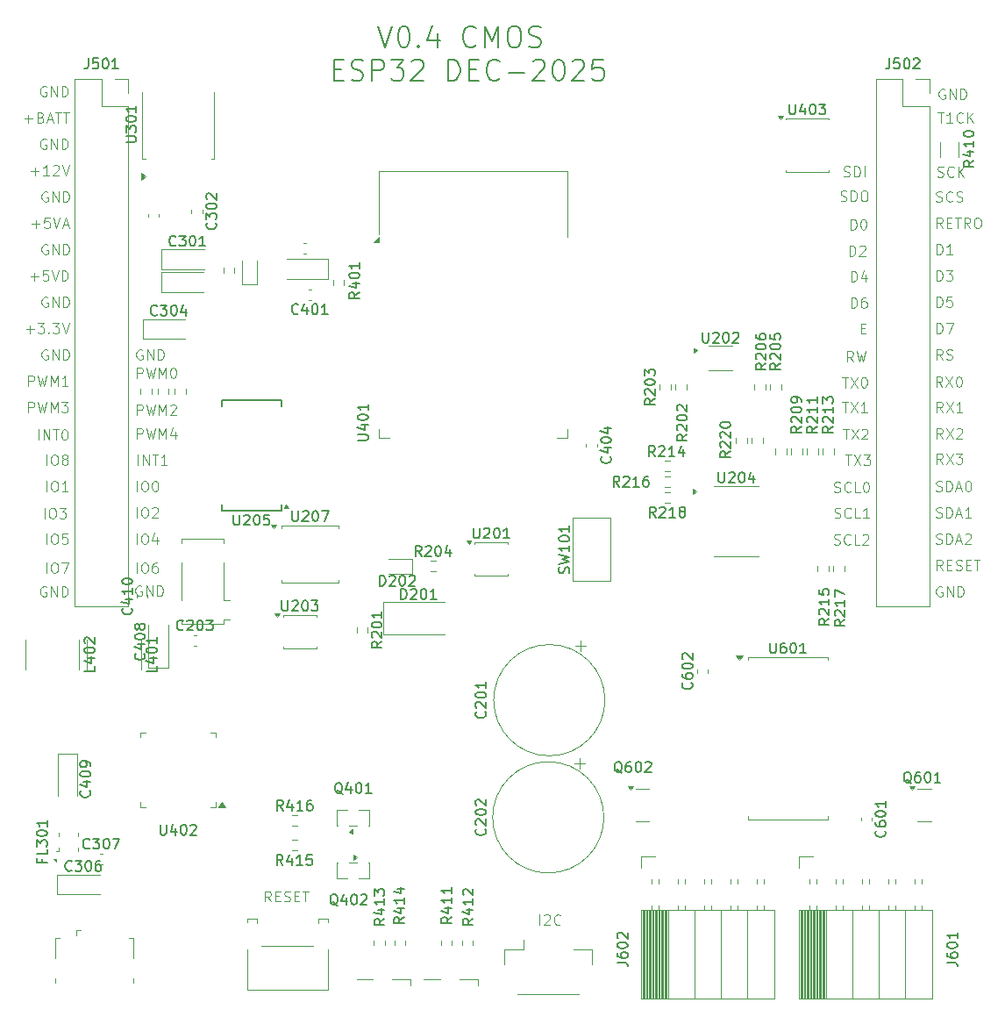
<source format=gto>
%TF.GenerationSoftware,KiCad,Pcbnew,9.0.6-9.0.6~ubuntu25.04.1*%
%TF.CreationDate,2025-12-03T21:27:17+01:00*%
%TF.ProjectId,CPU,4350552e-6b69-4636-9164-5f7063625858,V0.4*%
%TF.SameCoordinates,Original*%
%TF.FileFunction,Legend,Top*%
%TF.FilePolarity,Positive*%
%FSLAX46Y46*%
G04 Gerber Fmt 4.6, Leading zero omitted, Abs format (unit mm)*
G04 Created by KiCad (PCBNEW 9.0.6-9.0.6~ubuntu25.04.1) date 2025-12-03 21:27:17*
%MOMM*%
%LPD*%
G01*
G04 APERTURE LIST*
%ADD10C,0.100000*%
%ADD11C,0.200000*%
%ADD12C,0.150000*%
%ADD13C,0.120000*%
G04 APERTURE END LIST*
D10*
X177913312Y-95376419D02*
X177579979Y-94900228D01*
X177341884Y-95376419D02*
X177341884Y-94376419D01*
X177341884Y-94376419D02*
X177722836Y-94376419D01*
X177722836Y-94376419D02*
X177818074Y-94424038D01*
X177818074Y-94424038D02*
X177865693Y-94471657D01*
X177865693Y-94471657D02*
X177913312Y-94566895D01*
X177913312Y-94566895D02*
X177913312Y-94709752D01*
X177913312Y-94709752D02*
X177865693Y-94804990D01*
X177865693Y-94804990D02*
X177818074Y-94852609D01*
X177818074Y-94852609D02*
X177722836Y-94900228D01*
X177722836Y-94900228D02*
X177341884Y-94900228D01*
X178294265Y-95328800D02*
X178437122Y-95376419D01*
X178437122Y-95376419D02*
X178675217Y-95376419D01*
X178675217Y-95376419D02*
X178770455Y-95328800D01*
X178770455Y-95328800D02*
X178818074Y-95281180D01*
X178818074Y-95281180D02*
X178865693Y-95185942D01*
X178865693Y-95185942D02*
X178865693Y-95090704D01*
X178865693Y-95090704D02*
X178818074Y-94995466D01*
X178818074Y-94995466D02*
X178770455Y-94947847D01*
X178770455Y-94947847D02*
X178675217Y-94900228D01*
X178675217Y-94900228D02*
X178484741Y-94852609D01*
X178484741Y-94852609D02*
X178389503Y-94804990D01*
X178389503Y-94804990D02*
X178341884Y-94757371D01*
X178341884Y-94757371D02*
X178294265Y-94662133D01*
X178294265Y-94662133D02*
X178294265Y-94566895D01*
X178294265Y-94566895D02*
X178341884Y-94471657D01*
X178341884Y-94471657D02*
X178389503Y-94424038D01*
X178389503Y-94424038D02*
X178484741Y-94376419D01*
X178484741Y-94376419D02*
X178722836Y-94376419D01*
X178722836Y-94376419D02*
X178865693Y-94424038D01*
X177887912Y-98018019D02*
X177554579Y-97541828D01*
X177316484Y-98018019D02*
X177316484Y-97018019D01*
X177316484Y-97018019D02*
X177697436Y-97018019D01*
X177697436Y-97018019D02*
X177792674Y-97065638D01*
X177792674Y-97065638D02*
X177840293Y-97113257D01*
X177840293Y-97113257D02*
X177887912Y-97208495D01*
X177887912Y-97208495D02*
X177887912Y-97351352D01*
X177887912Y-97351352D02*
X177840293Y-97446590D01*
X177840293Y-97446590D02*
X177792674Y-97494209D01*
X177792674Y-97494209D02*
X177697436Y-97541828D01*
X177697436Y-97541828D02*
X177316484Y-97541828D01*
X178221246Y-97018019D02*
X178887912Y-98018019D01*
X178887912Y-97018019D02*
X178221246Y-98018019D01*
X179459341Y-97018019D02*
X179554579Y-97018019D01*
X179554579Y-97018019D02*
X179649817Y-97065638D01*
X179649817Y-97065638D02*
X179697436Y-97113257D01*
X179697436Y-97113257D02*
X179745055Y-97208495D01*
X179745055Y-97208495D02*
X179792674Y-97398971D01*
X179792674Y-97398971D02*
X179792674Y-97637066D01*
X179792674Y-97637066D02*
X179745055Y-97827542D01*
X179745055Y-97827542D02*
X179697436Y-97922780D01*
X179697436Y-97922780D02*
X179649817Y-97970400D01*
X179649817Y-97970400D02*
X179554579Y-98018019D01*
X179554579Y-98018019D02*
X179459341Y-98018019D01*
X179459341Y-98018019D02*
X179364103Y-97970400D01*
X179364103Y-97970400D02*
X179316484Y-97922780D01*
X179316484Y-97922780D02*
X179268865Y-97827542D01*
X179268865Y-97827542D02*
X179221246Y-97637066D01*
X179221246Y-97637066D02*
X179221246Y-97398971D01*
X179221246Y-97398971D02*
X179268865Y-97208495D01*
X179268865Y-97208495D02*
X179316484Y-97113257D01*
X179316484Y-97113257D02*
X179364103Y-97065638D01*
X179364103Y-97065638D02*
X179459341Y-97018019D01*
X177341884Y-90296419D02*
X177341884Y-89296419D01*
X177341884Y-89296419D02*
X177579979Y-89296419D01*
X177579979Y-89296419D02*
X177722836Y-89344038D01*
X177722836Y-89344038D02*
X177818074Y-89439276D01*
X177818074Y-89439276D02*
X177865693Y-89534514D01*
X177865693Y-89534514D02*
X177913312Y-89724990D01*
X177913312Y-89724990D02*
X177913312Y-89867847D01*
X177913312Y-89867847D02*
X177865693Y-90058323D01*
X177865693Y-90058323D02*
X177818074Y-90153561D01*
X177818074Y-90153561D02*
X177722836Y-90248800D01*
X177722836Y-90248800D02*
X177579979Y-90296419D01*
X177579979Y-90296419D02*
X177341884Y-90296419D01*
X178818074Y-89296419D02*
X178341884Y-89296419D01*
X178341884Y-89296419D02*
X178294265Y-89772609D01*
X178294265Y-89772609D02*
X178341884Y-89724990D01*
X178341884Y-89724990D02*
X178437122Y-89677371D01*
X178437122Y-89677371D02*
X178675217Y-89677371D01*
X178675217Y-89677371D02*
X178770455Y-89724990D01*
X178770455Y-89724990D02*
X178818074Y-89772609D01*
X178818074Y-89772609D02*
X178865693Y-89867847D01*
X178865693Y-89867847D02*
X178865693Y-90105942D01*
X178865693Y-90105942D02*
X178818074Y-90201180D01*
X178818074Y-90201180D02*
X178770455Y-90248800D01*
X178770455Y-90248800D02*
X178675217Y-90296419D01*
X178675217Y-90296419D02*
X178437122Y-90296419D01*
X178437122Y-90296419D02*
X178341884Y-90248800D01*
X178341884Y-90248800D02*
X178294265Y-90201180D01*
X177913312Y-115696419D02*
X177579979Y-115220228D01*
X177341884Y-115696419D02*
X177341884Y-114696419D01*
X177341884Y-114696419D02*
X177722836Y-114696419D01*
X177722836Y-114696419D02*
X177818074Y-114744038D01*
X177818074Y-114744038D02*
X177865693Y-114791657D01*
X177865693Y-114791657D02*
X177913312Y-114886895D01*
X177913312Y-114886895D02*
X177913312Y-115029752D01*
X177913312Y-115029752D02*
X177865693Y-115124990D01*
X177865693Y-115124990D02*
X177818074Y-115172609D01*
X177818074Y-115172609D02*
X177722836Y-115220228D01*
X177722836Y-115220228D02*
X177341884Y-115220228D01*
X178341884Y-115172609D02*
X178675217Y-115172609D01*
X178818074Y-115696419D02*
X178341884Y-115696419D01*
X178341884Y-115696419D02*
X178341884Y-114696419D01*
X178341884Y-114696419D02*
X178818074Y-114696419D01*
X179199027Y-115648800D02*
X179341884Y-115696419D01*
X179341884Y-115696419D02*
X179579979Y-115696419D01*
X179579979Y-115696419D02*
X179675217Y-115648800D01*
X179675217Y-115648800D02*
X179722836Y-115601180D01*
X179722836Y-115601180D02*
X179770455Y-115505942D01*
X179770455Y-115505942D02*
X179770455Y-115410704D01*
X179770455Y-115410704D02*
X179722836Y-115315466D01*
X179722836Y-115315466D02*
X179675217Y-115267847D01*
X179675217Y-115267847D02*
X179579979Y-115220228D01*
X179579979Y-115220228D02*
X179389503Y-115172609D01*
X179389503Y-115172609D02*
X179294265Y-115124990D01*
X179294265Y-115124990D02*
X179246646Y-115077371D01*
X179246646Y-115077371D02*
X179199027Y-114982133D01*
X179199027Y-114982133D02*
X179199027Y-114886895D01*
X179199027Y-114886895D02*
X179246646Y-114791657D01*
X179246646Y-114791657D02*
X179294265Y-114744038D01*
X179294265Y-114744038D02*
X179389503Y-114696419D01*
X179389503Y-114696419D02*
X179627598Y-114696419D01*
X179627598Y-114696419D02*
X179770455Y-114744038D01*
X180199027Y-115172609D02*
X180532360Y-115172609D01*
X180675217Y-115696419D02*
X180199027Y-115696419D01*
X180199027Y-115696419D02*
X180199027Y-114696419D01*
X180199027Y-114696419D02*
X180675217Y-114696419D01*
X180960932Y-114696419D02*
X181532360Y-114696419D01*
X181246646Y-115696419D02*
X181246646Y-114696419D01*
X100125884Y-115950419D02*
X100125884Y-114950419D01*
X100792550Y-114950419D02*
X100983026Y-114950419D01*
X100983026Y-114950419D02*
X101078264Y-114998038D01*
X101078264Y-114998038D02*
X101173502Y-115093276D01*
X101173502Y-115093276D02*
X101221121Y-115283752D01*
X101221121Y-115283752D02*
X101221121Y-115617085D01*
X101221121Y-115617085D02*
X101173502Y-115807561D01*
X101173502Y-115807561D02*
X101078264Y-115902800D01*
X101078264Y-115902800D02*
X100983026Y-115950419D01*
X100983026Y-115950419D02*
X100792550Y-115950419D01*
X100792550Y-115950419D02*
X100697312Y-115902800D01*
X100697312Y-115902800D02*
X100602074Y-115807561D01*
X100602074Y-115807561D02*
X100554455Y-115617085D01*
X100554455Y-115617085D02*
X100554455Y-115283752D01*
X100554455Y-115283752D02*
X100602074Y-115093276D01*
X100602074Y-115093276D02*
X100697312Y-114998038D01*
X100697312Y-114998038D02*
X100792550Y-114950419D01*
X102078264Y-114950419D02*
X101887788Y-114950419D01*
X101887788Y-114950419D02*
X101792550Y-114998038D01*
X101792550Y-114998038D02*
X101744931Y-115045657D01*
X101744931Y-115045657D02*
X101649693Y-115188514D01*
X101649693Y-115188514D02*
X101602074Y-115378990D01*
X101602074Y-115378990D02*
X101602074Y-115759942D01*
X101602074Y-115759942D02*
X101649693Y-115855180D01*
X101649693Y-115855180D02*
X101697312Y-115902800D01*
X101697312Y-115902800D02*
X101792550Y-115950419D01*
X101792550Y-115950419D02*
X101983026Y-115950419D01*
X101983026Y-115950419D02*
X102078264Y-115902800D01*
X102078264Y-115902800D02*
X102125883Y-115855180D01*
X102125883Y-115855180D02*
X102173502Y-115759942D01*
X102173502Y-115759942D02*
X102173502Y-115521847D01*
X102173502Y-115521847D02*
X102125883Y-115426609D01*
X102125883Y-115426609D02*
X102078264Y-115378990D01*
X102078264Y-115378990D02*
X101983026Y-115331371D01*
X101983026Y-115331371D02*
X101792550Y-115331371D01*
X101792550Y-115331371D02*
X101697312Y-115378990D01*
X101697312Y-115378990D02*
X101649693Y-115426609D01*
X101649693Y-115426609D02*
X101602074Y-115521847D01*
X89660211Y-100456419D02*
X89660211Y-99456419D01*
X89660211Y-99456419D02*
X90041163Y-99456419D01*
X90041163Y-99456419D02*
X90136401Y-99504038D01*
X90136401Y-99504038D02*
X90184020Y-99551657D01*
X90184020Y-99551657D02*
X90231639Y-99646895D01*
X90231639Y-99646895D02*
X90231639Y-99789752D01*
X90231639Y-99789752D02*
X90184020Y-99884990D01*
X90184020Y-99884990D02*
X90136401Y-99932609D01*
X90136401Y-99932609D02*
X90041163Y-99980228D01*
X90041163Y-99980228D02*
X89660211Y-99980228D01*
X90564973Y-99456419D02*
X90803068Y-100456419D01*
X90803068Y-100456419D02*
X90993544Y-99742133D01*
X90993544Y-99742133D02*
X91184020Y-100456419D01*
X91184020Y-100456419D02*
X91422116Y-99456419D01*
X91803068Y-100456419D02*
X91803068Y-99456419D01*
X91803068Y-99456419D02*
X92136401Y-100170704D01*
X92136401Y-100170704D02*
X92469734Y-99456419D01*
X92469734Y-99456419D02*
X92469734Y-100456419D01*
X92850687Y-99456419D02*
X93469734Y-99456419D01*
X93469734Y-99456419D02*
X93136401Y-99837371D01*
X93136401Y-99837371D02*
X93279258Y-99837371D01*
X93279258Y-99837371D02*
X93374496Y-99884990D01*
X93374496Y-99884990D02*
X93422115Y-99932609D01*
X93422115Y-99932609D02*
X93469734Y-100027847D01*
X93469734Y-100027847D02*
X93469734Y-100265942D01*
X93469734Y-100265942D02*
X93422115Y-100361180D01*
X93422115Y-100361180D02*
X93374496Y-100408800D01*
X93374496Y-100408800D02*
X93279258Y-100456419D01*
X93279258Y-100456419D02*
X92993544Y-100456419D01*
X92993544Y-100456419D02*
X92898306Y-100408800D01*
X92898306Y-100408800D02*
X92850687Y-100361180D01*
X89660211Y-97916419D02*
X89660211Y-96916419D01*
X89660211Y-96916419D02*
X90041163Y-96916419D01*
X90041163Y-96916419D02*
X90136401Y-96964038D01*
X90136401Y-96964038D02*
X90184020Y-97011657D01*
X90184020Y-97011657D02*
X90231639Y-97106895D01*
X90231639Y-97106895D02*
X90231639Y-97249752D01*
X90231639Y-97249752D02*
X90184020Y-97344990D01*
X90184020Y-97344990D02*
X90136401Y-97392609D01*
X90136401Y-97392609D02*
X90041163Y-97440228D01*
X90041163Y-97440228D02*
X89660211Y-97440228D01*
X90564973Y-96916419D02*
X90803068Y-97916419D01*
X90803068Y-97916419D02*
X90993544Y-97202133D01*
X90993544Y-97202133D02*
X91184020Y-97916419D01*
X91184020Y-97916419D02*
X91422116Y-96916419D01*
X91803068Y-97916419D02*
X91803068Y-96916419D01*
X91803068Y-96916419D02*
X92136401Y-97630704D01*
X92136401Y-97630704D02*
X92469734Y-96916419D01*
X92469734Y-96916419D02*
X92469734Y-97916419D01*
X93469734Y-97916419D02*
X92898306Y-97916419D01*
X93184020Y-97916419D02*
X93184020Y-96916419D01*
X93184020Y-96916419D02*
X93088782Y-97059276D01*
X93088782Y-97059276D02*
X92993544Y-97154514D01*
X92993544Y-97154514D02*
X92898306Y-97202133D01*
X91505693Y-94424038D02*
X91410455Y-94376419D01*
X91410455Y-94376419D02*
X91267598Y-94376419D01*
X91267598Y-94376419D02*
X91124741Y-94424038D01*
X91124741Y-94424038D02*
X91029503Y-94519276D01*
X91029503Y-94519276D02*
X90981884Y-94614514D01*
X90981884Y-94614514D02*
X90934265Y-94804990D01*
X90934265Y-94804990D02*
X90934265Y-94947847D01*
X90934265Y-94947847D02*
X90981884Y-95138323D01*
X90981884Y-95138323D02*
X91029503Y-95233561D01*
X91029503Y-95233561D02*
X91124741Y-95328800D01*
X91124741Y-95328800D02*
X91267598Y-95376419D01*
X91267598Y-95376419D02*
X91362836Y-95376419D01*
X91362836Y-95376419D02*
X91505693Y-95328800D01*
X91505693Y-95328800D02*
X91553312Y-95281180D01*
X91553312Y-95281180D02*
X91553312Y-94947847D01*
X91553312Y-94947847D02*
X91362836Y-94947847D01*
X91981884Y-95376419D02*
X91981884Y-94376419D01*
X91981884Y-94376419D02*
X92553312Y-95376419D01*
X92553312Y-95376419D02*
X92553312Y-94376419D01*
X93029503Y-95376419D02*
X93029503Y-94376419D01*
X93029503Y-94376419D02*
X93267598Y-94376419D01*
X93267598Y-94376419D02*
X93410455Y-94424038D01*
X93410455Y-94424038D02*
X93505693Y-94519276D01*
X93505693Y-94519276D02*
X93553312Y-94614514D01*
X93553312Y-94614514D02*
X93600931Y-94804990D01*
X93600931Y-94804990D02*
X93600931Y-94947847D01*
X93600931Y-94947847D02*
X93553312Y-95138323D01*
X93553312Y-95138323D02*
X93505693Y-95233561D01*
X93505693Y-95233561D02*
X93410455Y-95328800D01*
X93410455Y-95328800D02*
X93267598Y-95376419D01*
X93267598Y-95376419D02*
X93029503Y-95376419D01*
X89850687Y-87375466D02*
X90612592Y-87375466D01*
X90231639Y-87756419D02*
X90231639Y-86994514D01*
X91564972Y-86756419D02*
X91088782Y-86756419D01*
X91088782Y-86756419D02*
X91041163Y-87232609D01*
X91041163Y-87232609D02*
X91088782Y-87184990D01*
X91088782Y-87184990D02*
X91184020Y-87137371D01*
X91184020Y-87137371D02*
X91422115Y-87137371D01*
X91422115Y-87137371D02*
X91517353Y-87184990D01*
X91517353Y-87184990D02*
X91564972Y-87232609D01*
X91564972Y-87232609D02*
X91612591Y-87327847D01*
X91612591Y-87327847D02*
X91612591Y-87565942D01*
X91612591Y-87565942D02*
X91564972Y-87661180D01*
X91564972Y-87661180D02*
X91517353Y-87708800D01*
X91517353Y-87708800D02*
X91422115Y-87756419D01*
X91422115Y-87756419D02*
X91184020Y-87756419D01*
X91184020Y-87756419D02*
X91088782Y-87708800D01*
X91088782Y-87708800D02*
X91041163Y-87661180D01*
X91898306Y-86756419D02*
X92231639Y-87756419D01*
X92231639Y-87756419D02*
X92564972Y-86756419D01*
X92898306Y-87756419D02*
X92898306Y-86756419D01*
X92898306Y-86756419D02*
X93136401Y-86756419D01*
X93136401Y-86756419D02*
X93279258Y-86804038D01*
X93279258Y-86804038D02*
X93374496Y-86899276D01*
X93374496Y-86899276D02*
X93422115Y-86994514D01*
X93422115Y-86994514D02*
X93469734Y-87184990D01*
X93469734Y-87184990D02*
X93469734Y-87327847D01*
X93469734Y-87327847D02*
X93422115Y-87518323D01*
X93422115Y-87518323D02*
X93374496Y-87613561D01*
X93374496Y-87613561D02*
X93279258Y-87708800D01*
X93279258Y-87708800D02*
X93136401Y-87756419D01*
X93136401Y-87756419D02*
X92898306Y-87756419D01*
X100125884Y-113156419D02*
X100125884Y-112156419D01*
X100792550Y-112156419D02*
X100983026Y-112156419D01*
X100983026Y-112156419D02*
X101078264Y-112204038D01*
X101078264Y-112204038D02*
X101173502Y-112299276D01*
X101173502Y-112299276D02*
X101221121Y-112489752D01*
X101221121Y-112489752D02*
X101221121Y-112823085D01*
X101221121Y-112823085D02*
X101173502Y-113013561D01*
X101173502Y-113013561D02*
X101078264Y-113108800D01*
X101078264Y-113108800D02*
X100983026Y-113156419D01*
X100983026Y-113156419D02*
X100792550Y-113156419D01*
X100792550Y-113156419D02*
X100697312Y-113108800D01*
X100697312Y-113108800D02*
X100602074Y-113013561D01*
X100602074Y-113013561D02*
X100554455Y-112823085D01*
X100554455Y-112823085D02*
X100554455Y-112489752D01*
X100554455Y-112489752D02*
X100602074Y-112299276D01*
X100602074Y-112299276D02*
X100697312Y-112204038D01*
X100697312Y-112204038D02*
X100792550Y-112156419D01*
X102078264Y-112489752D02*
X102078264Y-113156419D01*
X101840169Y-112108800D02*
X101602074Y-112823085D01*
X101602074Y-112823085D02*
X102221121Y-112823085D01*
X91422116Y-113156419D02*
X91422116Y-112156419D01*
X92088782Y-112156419D02*
X92279258Y-112156419D01*
X92279258Y-112156419D02*
X92374496Y-112204038D01*
X92374496Y-112204038D02*
X92469734Y-112299276D01*
X92469734Y-112299276D02*
X92517353Y-112489752D01*
X92517353Y-112489752D02*
X92517353Y-112823085D01*
X92517353Y-112823085D02*
X92469734Y-113013561D01*
X92469734Y-113013561D02*
X92374496Y-113108800D01*
X92374496Y-113108800D02*
X92279258Y-113156419D01*
X92279258Y-113156419D02*
X92088782Y-113156419D01*
X92088782Y-113156419D02*
X91993544Y-113108800D01*
X91993544Y-113108800D02*
X91898306Y-113013561D01*
X91898306Y-113013561D02*
X91850687Y-112823085D01*
X91850687Y-112823085D02*
X91850687Y-112489752D01*
X91850687Y-112489752D02*
X91898306Y-112299276D01*
X91898306Y-112299276D02*
X91993544Y-112204038D01*
X91993544Y-112204038D02*
X92088782Y-112156419D01*
X93422115Y-112156419D02*
X92945925Y-112156419D01*
X92945925Y-112156419D02*
X92898306Y-112632609D01*
X92898306Y-112632609D02*
X92945925Y-112584990D01*
X92945925Y-112584990D02*
X93041163Y-112537371D01*
X93041163Y-112537371D02*
X93279258Y-112537371D01*
X93279258Y-112537371D02*
X93374496Y-112584990D01*
X93374496Y-112584990D02*
X93422115Y-112632609D01*
X93422115Y-112632609D02*
X93469734Y-112727847D01*
X93469734Y-112727847D02*
X93469734Y-112965942D01*
X93469734Y-112965942D02*
X93422115Y-113061180D01*
X93422115Y-113061180D02*
X93374496Y-113108800D01*
X93374496Y-113108800D02*
X93279258Y-113156419D01*
X93279258Y-113156419D02*
X93041163Y-113156419D01*
X93041163Y-113156419D02*
X92945925Y-113108800D01*
X92945925Y-113108800D02*
X92898306Y-113061180D01*
X113067112Y-147675019D02*
X112733779Y-147198828D01*
X112495684Y-147675019D02*
X112495684Y-146675019D01*
X112495684Y-146675019D02*
X112876636Y-146675019D01*
X112876636Y-146675019D02*
X112971874Y-146722638D01*
X112971874Y-146722638D02*
X113019493Y-146770257D01*
X113019493Y-146770257D02*
X113067112Y-146865495D01*
X113067112Y-146865495D02*
X113067112Y-147008352D01*
X113067112Y-147008352D02*
X113019493Y-147103590D01*
X113019493Y-147103590D02*
X112971874Y-147151209D01*
X112971874Y-147151209D02*
X112876636Y-147198828D01*
X112876636Y-147198828D02*
X112495684Y-147198828D01*
X113495684Y-147151209D02*
X113829017Y-147151209D01*
X113971874Y-147675019D02*
X113495684Y-147675019D01*
X113495684Y-147675019D02*
X113495684Y-146675019D01*
X113495684Y-146675019D02*
X113971874Y-146675019D01*
X114352827Y-147627400D02*
X114495684Y-147675019D01*
X114495684Y-147675019D02*
X114733779Y-147675019D01*
X114733779Y-147675019D02*
X114829017Y-147627400D01*
X114829017Y-147627400D02*
X114876636Y-147579780D01*
X114876636Y-147579780D02*
X114924255Y-147484542D01*
X114924255Y-147484542D02*
X114924255Y-147389304D01*
X114924255Y-147389304D02*
X114876636Y-147294066D01*
X114876636Y-147294066D02*
X114829017Y-147246447D01*
X114829017Y-147246447D02*
X114733779Y-147198828D01*
X114733779Y-147198828D02*
X114543303Y-147151209D01*
X114543303Y-147151209D02*
X114448065Y-147103590D01*
X114448065Y-147103590D02*
X114400446Y-147055971D01*
X114400446Y-147055971D02*
X114352827Y-146960733D01*
X114352827Y-146960733D02*
X114352827Y-146865495D01*
X114352827Y-146865495D02*
X114400446Y-146770257D01*
X114400446Y-146770257D02*
X114448065Y-146722638D01*
X114448065Y-146722638D02*
X114543303Y-146675019D01*
X114543303Y-146675019D02*
X114781398Y-146675019D01*
X114781398Y-146675019D02*
X114924255Y-146722638D01*
X115352827Y-147151209D02*
X115686160Y-147151209D01*
X115829017Y-147675019D02*
X115352827Y-147675019D01*
X115352827Y-147675019D02*
X115352827Y-146675019D01*
X115352827Y-146675019D02*
X115829017Y-146675019D01*
X116114732Y-146675019D02*
X116686160Y-146675019D01*
X116400446Y-147675019D02*
X116400446Y-146675019D01*
X177294265Y-80088800D02*
X177437122Y-80136419D01*
X177437122Y-80136419D02*
X177675217Y-80136419D01*
X177675217Y-80136419D02*
X177770455Y-80088800D01*
X177770455Y-80088800D02*
X177818074Y-80041180D01*
X177818074Y-80041180D02*
X177865693Y-79945942D01*
X177865693Y-79945942D02*
X177865693Y-79850704D01*
X177865693Y-79850704D02*
X177818074Y-79755466D01*
X177818074Y-79755466D02*
X177770455Y-79707847D01*
X177770455Y-79707847D02*
X177675217Y-79660228D01*
X177675217Y-79660228D02*
X177484741Y-79612609D01*
X177484741Y-79612609D02*
X177389503Y-79564990D01*
X177389503Y-79564990D02*
X177341884Y-79517371D01*
X177341884Y-79517371D02*
X177294265Y-79422133D01*
X177294265Y-79422133D02*
X177294265Y-79326895D01*
X177294265Y-79326895D02*
X177341884Y-79231657D01*
X177341884Y-79231657D02*
X177389503Y-79184038D01*
X177389503Y-79184038D02*
X177484741Y-79136419D01*
X177484741Y-79136419D02*
X177722836Y-79136419D01*
X177722836Y-79136419D02*
X177865693Y-79184038D01*
X178865693Y-80041180D02*
X178818074Y-80088800D01*
X178818074Y-80088800D02*
X178675217Y-80136419D01*
X178675217Y-80136419D02*
X178579979Y-80136419D01*
X178579979Y-80136419D02*
X178437122Y-80088800D01*
X178437122Y-80088800D02*
X178341884Y-79993561D01*
X178341884Y-79993561D02*
X178294265Y-79898323D01*
X178294265Y-79898323D02*
X178246646Y-79707847D01*
X178246646Y-79707847D02*
X178246646Y-79564990D01*
X178246646Y-79564990D02*
X178294265Y-79374514D01*
X178294265Y-79374514D02*
X178341884Y-79279276D01*
X178341884Y-79279276D02*
X178437122Y-79184038D01*
X178437122Y-79184038D02*
X178579979Y-79136419D01*
X178579979Y-79136419D02*
X178675217Y-79136419D01*
X178675217Y-79136419D02*
X178818074Y-79184038D01*
X178818074Y-79184038D02*
X178865693Y-79231657D01*
X179246646Y-80088800D02*
X179389503Y-80136419D01*
X179389503Y-80136419D02*
X179627598Y-80136419D01*
X179627598Y-80136419D02*
X179722836Y-80088800D01*
X179722836Y-80088800D02*
X179770455Y-80041180D01*
X179770455Y-80041180D02*
X179818074Y-79945942D01*
X179818074Y-79945942D02*
X179818074Y-79850704D01*
X179818074Y-79850704D02*
X179770455Y-79755466D01*
X179770455Y-79755466D02*
X179722836Y-79707847D01*
X179722836Y-79707847D02*
X179627598Y-79660228D01*
X179627598Y-79660228D02*
X179437122Y-79612609D01*
X179437122Y-79612609D02*
X179341884Y-79564990D01*
X179341884Y-79564990D02*
X179294265Y-79517371D01*
X179294265Y-79517371D02*
X179246646Y-79422133D01*
X179246646Y-79422133D02*
X179246646Y-79326895D01*
X179246646Y-79326895D02*
X179294265Y-79231657D01*
X179294265Y-79231657D02*
X179341884Y-79184038D01*
X179341884Y-79184038D02*
X179437122Y-79136419D01*
X179437122Y-79136419D02*
X179675217Y-79136419D01*
X179675217Y-79136419D02*
X179818074Y-79184038D01*
X177294265Y-108028800D02*
X177437122Y-108076419D01*
X177437122Y-108076419D02*
X177675217Y-108076419D01*
X177675217Y-108076419D02*
X177770455Y-108028800D01*
X177770455Y-108028800D02*
X177818074Y-107981180D01*
X177818074Y-107981180D02*
X177865693Y-107885942D01*
X177865693Y-107885942D02*
X177865693Y-107790704D01*
X177865693Y-107790704D02*
X177818074Y-107695466D01*
X177818074Y-107695466D02*
X177770455Y-107647847D01*
X177770455Y-107647847D02*
X177675217Y-107600228D01*
X177675217Y-107600228D02*
X177484741Y-107552609D01*
X177484741Y-107552609D02*
X177389503Y-107504990D01*
X177389503Y-107504990D02*
X177341884Y-107457371D01*
X177341884Y-107457371D02*
X177294265Y-107362133D01*
X177294265Y-107362133D02*
X177294265Y-107266895D01*
X177294265Y-107266895D02*
X177341884Y-107171657D01*
X177341884Y-107171657D02*
X177389503Y-107124038D01*
X177389503Y-107124038D02*
X177484741Y-107076419D01*
X177484741Y-107076419D02*
X177722836Y-107076419D01*
X177722836Y-107076419D02*
X177865693Y-107124038D01*
X178294265Y-108076419D02*
X178294265Y-107076419D01*
X178294265Y-107076419D02*
X178532360Y-107076419D01*
X178532360Y-107076419D02*
X178675217Y-107124038D01*
X178675217Y-107124038D02*
X178770455Y-107219276D01*
X178770455Y-107219276D02*
X178818074Y-107314514D01*
X178818074Y-107314514D02*
X178865693Y-107504990D01*
X178865693Y-107504990D02*
X178865693Y-107647847D01*
X178865693Y-107647847D02*
X178818074Y-107838323D01*
X178818074Y-107838323D02*
X178770455Y-107933561D01*
X178770455Y-107933561D02*
X178675217Y-108028800D01*
X178675217Y-108028800D02*
X178532360Y-108076419D01*
X178532360Y-108076419D02*
X178294265Y-108076419D01*
X179246646Y-107790704D02*
X179722836Y-107790704D01*
X179151408Y-108076419D02*
X179484741Y-107076419D01*
X179484741Y-107076419D02*
X179818074Y-108076419D01*
X180341884Y-107076419D02*
X180437122Y-107076419D01*
X180437122Y-107076419D02*
X180532360Y-107124038D01*
X180532360Y-107124038D02*
X180579979Y-107171657D01*
X180579979Y-107171657D02*
X180627598Y-107266895D01*
X180627598Y-107266895D02*
X180675217Y-107457371D01*
X180675217Y-107457371D02*
X180675217Y-107695466D01*
X180675217Y-107695466D02*
X180627598Y-107885942D01*
X180627598Y-107885942D02*
X180579979Y-107981180D01*
X180579979Y-107981180D02*
X180532360Y-108028800D01*
X180532360Y-108028800D02*
X180437122Y-108076419D01*
X180437122Y-108076419D02*
X180341884Y-108076419D01*
X180341884Y-108076419D02*
X180246646Y-108028800D01*
X180246646Y-108028800D02*
X180199027Y-107981180D01*
X180199027Y-107981180D02*
X180151408Y-107885942D01*
X180151408Y-107885942D02*
X180103789Y-107695466D01*
X180103789Y-107695466D02*
X180103789Y-107457371D01*
X180103789Y-107457371D02*
X180151408Y-107266895D01*
X180151408Y-107266895D02*
X180199027Y-107171657D01*
X180199027Y-107171657D02*
X180246646Y-107124038D01*
X180246646Y-107124038D02*
X180341884Y-107076419D01*
X100125884Y-110616419D02*
X100125884Y-109616419D01*
X100792550Y-109616419D02*
X100983026Y-109616419D01*
X100983026Y-109616419D02*
X101078264Y-109664038D01*
X101078264Y-109664038D02*
X101173502Y-109759276D01*
X101173502Y-109759276D02*
X101221121Y-109949752D01*
X101221121Y-109949752D02*
X101221121Y-110283085D01*
X101221121Y-110283085D02*
X101173502Y-110473561D01*
X101173502Y-110473561D02*
X101078264Y-110568800D01*
X101078264Y-110568800D02*
X100983026Y-110616419D01*
X100983026Y-110616419D02*
X100792550Y-110616419D01*
X100792550Y-110616419D02*
X100697312Y-110568800D01*
X100697312Y-110568800D02*
X100602074Y-110473561D01*
X100602074Y-110473561D02*
X100554455Y-110283085D01*
X100554455Y-110283085D02*
X100554455Y-109949752D01*
X100554455Y-109949752D02*
X100602074Y-109759276D01*
X100602074Y-109759276D02*
X100697312Y-109664038D01*
X100697312Y-109664038D02*
X100792550Y-109616419D01*
X101602074Y-109711657D02*
X101649693Y-109664038D01*
X101649693Y-109664038D02*
X101744931Y-109616419D01*
X101744931Y-109616419D02*
X101983026Y-109616419D01*
X101983026Y-109616419D02*
X102078264Y-109664038D01*
X102078264Y-109664038D02*
X102125883Y-109711657D01*
X102125883Y-109711657D02*
X102173502Y-109806895D01*
X102173502Y-109806895D02*
X102173502Y-109902133D01*
X102173502Y-109902133D02*
X102125883Y-110044990D01*
X102125883Y-110044990D02*
X101554455Y-110616419D01*
X101554455Y-110616419D02*
X102173502Y-110616419D01*
X170026684Y-92363409D02*
X170360017Y-92363409D01*
X170502874Y-92887219D02*
X170026684Y-92887219D01*
X170026684Y-92887219D02*
X170026684Y-91887219D01*
X170026684Y-91887219D02*
X170502874Y-91887219D01*
X168309027Y-102047219D02*
X168880455Y-102047219D01*
X168594741Y-103047219D02*
X168594741Y-102047219D01*
X169118551Y-102047219D02*
X169785217Y-103047219D01*
X169785217Y-102047219D02*
X169118551Y-103047219D01*
X170118551Y-102142457D02*
X170166170Y-102094838D01*
X170166170Y-102094838D02*
X170261408Y-102047219D01*
X170261408Y-102047219D02*
X170499503Y-102047219D01*
X170499503Y-102047219D02*
X170594741Y-102094838D01*
X170594741Y-102094838D02*
X170642360Y-102142457D01*
X170642360Y-102142457D02*
X170689979Y-102237695D01*
X170689979Y-102237695D02*
X170689979Y-102332933D01*
X170689979Y-102332933D02*
X170642360Y-102475790D01*
X170642360Y-102475790D02*
X170070932Y-103047219D01*
X170070932Y-103047219D02*
X170689979Y-103047219D01*
X90634811Y-103123419D02*
X90634811Y-102123419D01*
X91111001Y-103123419D02*
X91111001Y-102123419D01*
X91111001Y-102123419D02*
X91682429Y-103123419D01*
X91682429Y-103123419D02*
X91682429Y-102123419D01*
X92015763Y-102123419D02*
X92587191Y-102123419D01*
X92301477Y-103123419D02*
X92301477Y-102123419D01*
X93111001Y-102123419D02*
X93206239Y-102123419D01*
X93206239Y-102123419D02*
X93301477Y-102171038D01*
X93301477Y-102171038D02*
X93349096Y-102218657D01*
X93349096Y-102218657D02*
X93396715Y-102313895D01*
X93396715Y-102313895D02*
X93444334Y-102504371D01*
X93444334Y-102504371D02*
X93444334Y-102742466D01*
X93444334Y-102742466D02*
X93396715Y-102932942D01*
X93396715Y-102932942D02*
X93349096Y-103028180D01*
X93349096Y-103028180D02*
X93301477Y-103075800D01*
X93301477Y-103075800D02*
X93206239Y-103123419D01*
X93206239Y-103123419D02*
X93111001Y-103123419D01*
X93111001Y-103123419D02*
X93015763Y-103075800D01*
X93015763Y-103075800D02*
X92968144Y-103028180D01*
X92968144Y-103028180D02*
X92920525Y-102932942D01*
X92920525Y-102932942D02*
X92872906Y-102742466D01*
X92872906Y-102742466D02*
X92872906Y-102504371D01*
X92872906Y-102504371D02*
X92920525Y-102313895D01*
X92920525Y-102313895D02*
X92968144Y-102218657D01*
X92968144Y-102218657D02*
X93015763Y-102171038D01*
X93015763Y-102171038D02*
X93111001Y-102123419D01*
X168074065Y-80038000D02*
X168216922Y-80085619D01*
X168216922Y-80085619D02*
X168455017Y-80085619D01*
X168455017Y-80085619D02*
X168550255Y-80038000D01*
X168550255Y-80038000D02*
X168597874Y-79990380D01*
X168597874Y-79990380D02*
X168645493Y-79895142D01*
X168645493Y-79895142D02*
X168645493Y-79799904D01*
X168645493Y-79799904D02*
X168597874Y-79704666D01*
X168597874Y-79704666D02*
X168550255Y-79657047D01*
X168550255Y-79657047D02*
X168455017Y-79609428D01*
X168455017Y-79609428D02*
X168264541Y-79561809D01*
X168264541Y-79561809D02*
X168169303Y-79514190D01*
X168169303Y-79514190D02*
X168121684Y-79466571D01*
X168121684Y-79466571D02*
X168074065Y-79371333D01*
X168074065Y-79371333D02*
X168074065Y-79276095D01*
X168074065Y-79276095D02*
X168121684Y-79180857D01*
X168121684Y-79180857D02*
X168169303Y-79133238D01*
X168169303Y-79133238D02*
X168264541Y-79085619D01*
X168264541Y-79085619D02*
X168502636Y-79085619D01*
X168502636Y-79085619D02*
X168645493Y-79133238D01*
X169074065Y-80085619D02*
X169074065Y-79085619D01*
X169074065Y-79085619D02*
X169312160Y-79085619D01*
X169312160Y-79085619D02*
X169455017Y-79133238D01*
X169455017Y-79133238D02*
X169550255Y-79228476D01*
X169550255Y-79228476D02*
X169597874Y-79323714D01*
X169597874Y-79323714D02*
X169645493Y-79514190D01*
X169645493Y-79514190D02*
X169645493Y-79657047D01*
X169645493Y-79657047D02*
X169597874Y-79847523D01*
X169597874Y-79847523D02*
X169550255Y-79942761D01*
X169550255Y-79942761D02*
X169455017Y-80038000D01*
X169455017Y-80038000D02*
X169312160Y-80085619D01*
X169312160Y-80085619D02*
X169074065Y-80085619D01*
X170264541Y-79085619D02*
X170455017Y-79085619D01*
X170455017Y-79085619D02*
X170550255Y-79133238D01*
X170550255Y-79133238D02*
X170645493Y-79228476D01*
X170645493Y-79228476D02*
X170693112Y-79418952D01*
X170693112Y-79418952D02*
X170693112Y-79752285D01*
X170693112Y-79752285D02*
X170645493Y-79942761D01*
X170645493Y-79942761D02*
X170550255Y-80038000D01*
X170550255Y-80038000D02*
X170455017Y-80085619D01*
X170455017Y-80085619D02*
X170264541Y-80085619D01*
X170264541Y-80085619D02*
X170169303Y-80038000D01*
X170169303Y-80038000D02*
X170074065Y-79942761D01*
X170074065Y-79942761D02*
X170026446Y-79752285D01*
X170026446Y-79752285D02*
X170026446Y-79418952D01*
X170026446Y-79418952D02*
X170074065Y-79228476D01*
X170074065Y-79228476D02*
X170169303Y-79133238D01*
X170169303Y-79133238D02*
X170264541Y-79085619D01*
X177294265Y-113108800D02*
X177437122Y-113156419D01*
X177437122Y-113156419D02*
X177675217Y-113156419D01*
X177675217Y-113156419D02*
X177770455Y-113108800D01*
X177770455Y-113108800D02*
X177818074Y-113061180D01*
X177818074Y-113061180D02*
X177865693Y-112965942D01*
X177865693Y-112965942D02*
X177865693Y-112870704D01*
X177865693Y-112870704D02*
X177818074Y-112775466D01*
X177818074Y-112775466D02*
X177770455Y-112727847D01*
X177770455Y-112727847D02*
X177675217Y-112680228D01*
X177675217Y-112680228D02*
X177484741Y-112632609D01*
X177484741Y-112632609D02*
X177389503Y-112584990D01*
X177389503Y-112584990D02*
X177341884Y-112537371D01*
X177341884Y-112537371D02*
X177294265Y-112442133D01*
X177294265Y-112442133D02*
X177294265Y-112346895D01*
X177294265Y-112346895D02*
X177341884Y-112251657D01*
X177341884Y-112251657D02*
X177389503Y-112204038D01*
X177389503Y-112204038D02*
X177484741Y-112156419D01*
X177484741Y-112156419D02*
X177722836Y-112156419D01*
X177722836Y-112156419D02*
X177865693Y-112204038D01*
X178294265Y-113156419D02*
X178294265Y-112156419D01*
X178294265Y-112156419D02*
X178532360Y-112156419D01*
X178532360Y-112156419D02*
X178675217Y-112204038D01*
X178675217Y-112204038D02*
X178770455Y-112299276D01*
X178770455Y-112299276D02*
X178818074Y-112394514D01*
X178818074Y-112394514D02*
X178865693Y-112584990D01*
X178865693Y-112584990D02*
X178865693Y-112727847D01*
X178865693Y-112727847D02*
X178818074Y-112918323D01*
X178818074Y-112918323D02*
X178770455Y-113013561D01*
X178770455Y-113013561D02*
X178675217Y-113108800D01*
X178675217Y-113108800D02*
X178532360Y-113156419D01*
X178532360Y-113156419D02*
X178294265Y-113156419D01*
X179246646Y-112870704D02*
X179722836Y-112870704D01*
X179151408Y-113156419D02*
X179484741Y-112156419D01*
X179484741Y-112156419D02*
X179818074Y-113156419D01*
X180103789Y-112251657D02*
X180151408Y-112204038D01*
X180151408Y-112204038D02*
X180246646Y-112156419D01*
X180246646Y-112156419D02*
X180484741Y-112156419D01*
X180484741Y-112156419D02*
X180579979Y-112204038D01*
X180579979Y-112204038D02*
X180627598Y-112251657D01*
X180627598Y-112251657D02*
X180675217Y-112346895D01*
X180675217Y-112346895D02*
X180675217Y-112442133D01*
X180675217Y-112442133D02*
X180627598Y-112584990D01*
X180627598Y-112584990D02*
X180056170Y-113156419D01*
X180056170Y-113156419D02*
X180675217Y-113156419D01*
X169302712Y-95579619D02*
X168969379Y-95103428D01*
X168731284Y-95579619D02*
X168731284Y-94579619D01*
X168731284Y-94579619D02*
X169112236Y-94579619D01*
X169112236Y-94579619D02*
X169207474Y-94627238D01*
X169207474Y-94627238D02*
X169255093Y-94674857D01*
X169255093Y-94674857D02*
X169302712Y-94770095D01*
X169302712Y-94770095D02*
X169302712Y-94912952D01*
X169302712Y-94912952D02*
X169255093Y-95008190D01*
X169255093Y-95008190D02*
X169207474Y-95055809D01*
X169207474Y-95055809D02*
X169112236Y-95103428D01*
X169112236Y-95103428D02*
X168731284Y-95103428D01*
X169636046Y-94579619D02*
X169874141Y-95579619D01*
X169874141Y-95579619D02*
X170064617Y-94865333D01*
X170064617Y-94865333D02*
X170255093Y-95579619D01*
X170255093Y-95579619D02*
X170493189Y-94579619D01*
X177865693Y-117284038D02*
X177770455Y-117236419D01*
X177770455Y-117236419D02*
X177627598Y-117236419D01*
X177627598Y-117236419D02*
X177484741Y-117284038D01*
X177484741Y-117284038D02*
X177389503Y-117379276D01*
X177389503Y-117379276D02*
X177341884Y-117474514D01*
X177341884Y-117474514D02*
X177294265Y-117664990D01*
X177294265Y-117664990D02*
X177294265Y-117807847D01*
X177294265Y-117807847D02*
X177341884Y-117998323D01*
X177341884Y-117998323D02*
X177389503Y-118093561D01*
X177389503Y-118093561D02*
X177484741Y-118188800D01*
X177484741Y-118188800D02*
X177627598Y-118236419D01*
X177627598Y-118236419D02*
X177722836Y-118236419D01*
X177722836Y-118236419D02*
X177865693Y-118188800D01*
X177865693Y-118188800D02*
X177913312Y-118141180D01*
X177913312Y-118141180D02*
X177913312Y-117807847D01*
X177913312Y-117807847D02*
X177722836Y-117807847D01*
X178341884Y-118236419D02*
X178341884Y-117236419D01*
X178341884Y-117236419D02*
X178913312Y-118236419D01*
X178913312Y-118236419D02*
X178913312Y-117236419D01*
X179389503Y-118236419D02*
X179389503Y-117236419D01*
X179389503Y-117236419D02*
X179627598Y-117236419D01*
X179627598Y-117236419D02*
X179770455Y-117284038D01*
X179770455Y-117284038D02*
X179865693Y-117379276D01*
X179865693Y-117379276D02*
X179913312Y-117474514D01*
X179913312Y-117474514D02*
X179960931Y-117664990D01*
X179960931Y-117664990D02*
X179960931Y-117807847D01*
X179960931Y-117807847D02*
X179913312Y-117998323D01*
X179913312Y-117998323D02*
X179865693Y-118093561D01*
X179865693Y-118093561D02*
X179770455Y-118188800D01*
X179770455Y-118188800D02*
X179627598Y-118236419D01*
X179627598Y-118236419D02*
X179389503Y-118236419D01*
X177294265Y-110568800D02*
X177437122Y-110616419D01*
X177437122Y-110616419D02*
X177675217Y-110616419D01*
X177675217Y-110616419D02*
X177770455Y-110568800D01*
X177770455Y-110568800D02*
X177818074Y-110521180D01*
X177818074Y-110521180D02*
X177865693Y-110425942D01*
X177865693Y-110425942D02*
X177865693Y-110330704D01*
X177865693Y-110330704D02*
X177818074Y-110235466D01*
X177818074Y-110235466D02*
X177770455Y-110187847D01*
X177770455Y-110187847D02*
X177675217Y-110140228D01*
X177675217Y-110140228D02*
X177484741Y-110092609D01*
X177484741Y-110092609D02*
X177389503Y-110044990D01*
X177389503Y-110044990D02*
X177341884Y-109997371D01*
X177341884Y-109997371D02*
X177294265Y-109902133D01*
X177294265Y-109902133D02*
X177294265Y-109806895D01*
X177294265Y-109806895D02*
X177341884Y-109711657D01*
X177341884Y-109711657D02*
X177389503Y-109664038D01*
X177389503Y-109664038D02*
X177484741Y-109616419D01*
X177484741Y-109616419D02*
X177722836Y-109616419D01*
X177722836Y-109616419D02*
X177865693Y-109664038D01*
X178294265Y-110616419D02*
X178294265Y-109616419D01*
X178294265Y-109616419D02*
X178532360Y-109616419D01*
X178532360Y-109616419D02*
X178675217Y-109664038D01*
X178675217Y-109664038D02*
X178770455Y-109759276D01*
X178770455Y-109759276D02*
X178818074Y-109854514D01*
X178818074Y-109854514D02*
X178865693Y-110044990D01*
X178865693Y-110044990D02*
X178865693Y-110187847D01*
X178865693Y-110187847D02*
X178818074Y-110378323D01*
X178818074Y-110378323D02*
X178770455Y-110473561D01*
X178770455Y-110473561D02*
X178675217Y-110568800D01*
X178675217Y-110568800D02*
X178532360Y-110616419D01*
X178532360Y-110616419D02*
X178294265Y-110616419D01*
X179246646Y-110330704D02*
X179722836Y-110330704D01*
X179151408Y-110616419D02*
X179484741Y-109616419D01*
X179484741Y-109616419D02*
X179818074Y-110616419D01*
X180675217Y-110616419D02*
X180103789Y-110616419D01*
X180389503Y-110616419D02*
X180389503Y-109616419D01*
X180389503Y-109616419D02*
X180294265Y-109759276D01*
X180294265Y-109759276D02*
X180199027Y-109854514D01*
X180199027Y-109854514D02*
X180103789Y-109902133D01*
X89279258Y-72135466D02*
X90041163Y-72135466D01*
X89660210Y-72516419D02*
X89660210Y-71754514D01*
X90850686Y-71992609D02*
X90993543Y-72040228D01*
X90993543Y-72040228D02*
X91041162Y-72087847D01*
X91041162Y-72087847D02*
X91088781Y-72183085D01*
X91088781Y-72183085D02*
X91088781Y-72325942D01*
X91088781Y-72325942D02*
X91041162Y-72421180D01*
X91041162Y-72421180D02*
X90993543Y-72468800D01*
X90993543Y-72468800D02*
X90898305Y-72516419D01*
X90898305Y-72516419D02*
X90517353Y-72516419D01*
X90517353Y-72516419D02*
X90517353Y-71516419D01*
X90517353Y-71516419D02*
X90850686Y-71516419D01*
X90850686Y-71516419D02*
X90945924Y-71564038D01*
X90945924Y-71564038D02*
X90993543Y-71611657D01*
X90993543Y-71611657D02*
X91041162Y-71706895D01*
X91041162Y-71706895D02*
X91041162Y-71802133D01*
X91041162Y-71802133D02*
X90993543Y-71897371D01*
X90993543Y-71897371D02*
X90945924Y-71944990D01*
X90945924Y-71944990D02*
X90850686Y-71992609D01*
X90850686Y-71992609D02*
X90517353Y-71992609D01*
X91469734Y-72230704D02*
X91945924Y-72230704D01*
X91374496Y-72516419D02*
X91707829Y-71516419D01*
X91707829Y-71516419D02*
X92041162Y-72516419D01*
X92231639Y-71516419D02*
X92803067Y-71516419D01*
X92517353Y-72516419D02*
X92517353Y-71516419D01*
X92993544Y-71516419D02*
X93564972Y-71516419D01*
X93279258Y-72516419D02*
X93279258Y-71516419D01*
X100649693Y-94424038D02*
X100554455Y-94376419D01*
X100554455Y-94376419D02*
X100411598Y-94376419D01*
X100411598Y-94376419D02*
X100268741Y-94424038D01*
X100268741Y-94424038D02*
X100173503Y-94519276D01*
X100173503Y-94519276D02*
X100125884Y-94614514D01*
X100125884Y-94614514D02*
X100078265Y-94804990D01*
X100078265Y-94804990D02*
X100078265Y-94947847D01*
X100078265Y-94947847D02*
X100125884Y-95138323D01*
X100125884Y-95138323D02*
X100173503Y-95233561D01*
X100173503Y-95233561D02*
X100268741Y-95328800D01*
X100268741Y-95328800D02*
X100411598Y-95376419D01*
X100411598Y-95376419D02*
X100506836Y-95376419D01*
X100506836Y-95376419D02*
X100649693Y-95328800D01*
X100649693Y-95328800D02*
X100697312Y-95281180D01*
X100697312Y-95281180D02*
X100697312Y-94947847D01*
X100697312Y-94947847D02*
X100506836Y-94947847D01*
X101125884Y-95376419D02*
X101125884Y-94376419D01*
X101125884Y-94376419D02*
X101697312Y-95376419D01*
X101697312Y-95376419D02*
X101697312Y-94376419D01*
X102173503Y-95376419D02*
X102173503Y-94376419D01*
X102173503Y-94376419D02*
X102411598Y-94376419D01*
X102411598Y-94376419D02*
X102554455Y-94424038D01*
X102554455Y-94424038D02*
X102649693Y-94519276D01*
X102649693Y-94519276D02*
X102697312Y-94614514D01*
X102697312Y-94614514D02*
X102744931Y-94804990D01*
X102744931Y-94804990D02*
X102744931Y-94947847D01*
X102744931Y-94947847D02*
X102697312Y-95138323D01*
X102697312Y-95138323D02*
X102649693Y-95233561D01*
X102649693Y-95233561D02*
X102554455Y-95328800D01*
X102554455Y-95328800D02*
X102411598Y-95376419D01*
X102411598Y-95376419D02*
X102173503Y-95376419D01*
X167489865Y-110619600D02*
X167632722Y-110667219D01*
X167632722Y-110667219D02*
X167870817Y-110667219D01*
X167870817Y-110667219D02*
X167966055Y-110619600D01*
X167966055Y-110619600D02*
X168013674Y-110571980D01*
X168013674Y-110571980D02*
X168061293Y-110476742D01*
X168061293Y-110476742D02*
X168061293Y-110381504D01*
X168061293Y-110381504D02*
X168013674Y-110286266D01*
X168013674Y-110286266D02*
X167966055Y-110238647D01*
X167966055Y-110238647D02*
X167870817Y-110191028D01*
X167870817Y-110191028D02*
X167680341Y-110143409D01*
X167680341Y-110143409D02*
X167585103Y-110095790D01*
X167585103Y-110095790D02*
X167537484Y-110048171D01*
X167537484Y-110048171D02*
X167489865Y-109952933D01*
X167489865Y-109952933D02*
X167489865Y-109857695D01*
X167489865Y-109857695D02*
X167537484Y-109762457D01*
X167537484Y-109762457D02*
X167585103Y-109714838D01*
X167585103Y-109714838D02*
X167680341Y-109667219D01*
X167680341Y-109667219D02*
X167918436Y-109667219D01*
X167918436Y-109667219D02*
X168061293Y-109714838D01*
X169061293Y-110571980D02*
X169013674Y-110619600D01*
X169013674Y-110619600D02*
X168870817Y-110667219D01*
X168870817Y-110667219D02*
X168775579Y-110667219D01*
X168775579Y-110667219D02*
X168632722Y-110619600D01*
X168632722Y-110619600D02*
X168537484Y-110524361D01*
X168537484Y-110524361D02*
X168489865Y-110429123D01*
X168489865Y-110429123D02*
X168442246Y-110238647D01*
X168442246Y-110238647D02*
X168442246Y-110095790D01*
X168442246Y-110095790D02*
X168489865Y-109905314D01*
X168489865Y-109905314D02*
X168537484Y-109810076D01*
X168537484Y-109810076D02*
X168632722Y-109714838D01*
X168632722Y-109714838D02*
X168775579Y-109667219D01*
X168775579Y-109667219D02*
X168870817Y-109667219D01*
X168870817Y-109667219D02*
X169013674Y-109714838D01*
X169013674Y-109714838D02*
X169061293Y-109762457D01*
X169966055Y-110667219D02*
X169489865Y-110667219D01*
X169489865Y-110667219D02*
X169489865Y-109667219D01*
X170823198Y-110667219D02*
X170251770Y-110667219D01*
X170537484Y-110667219D02*
X170537484Y-109667219D01*
X170537484Y-109667219D02*
X170442246Y-109810076D01*
X170442246Y-109810076D02*
X170347008Y-109905314D01*
X170347008Y-109905314D02*
X170251770Y-109952933D01*
X89422116Y-92455466D02*
X90184021Y-92455466D01*
X89803068Y-92836419D02*
X89803068Y-92074514D01*
X90564973Y-91836419D02*
X91184020Y-91836419D01*
X91184020Y-91836419D02*
X90850687Y-92217371D01*
X90850687Y-92217371D02*
X90993544Y-92217371D01*
X90993544Y-92217371D02*
X91088782Y-92264990D01*
X91088782Y-92264990D02*
X91136401Y-92312609D01*
X91136401Y-92312609D02*
X91184020Y-92407847D01*
X91184020Y-92407847D02*
X91184020Y-92645942D01*
X91184020Y-92645942D02*
X91136401Y-92741180D01*
X91136401Y-92741180D02*
X91088782Y-92788800D01*
X91088782Y-92788800D02*
X90993544Y-92836419D01*
X90993544Y-92836419D02*
X90707830Y-92836419D01*
X90707830Y-92836419D02*
X90612592Y-92788800D01*
X90612592Y-92788800D02*
X90564973Y-92741180D01*
X91612592Y-92741180D02*
X91660211Y-92788800D01*
X91660211Y-92788800D02*
X91612592Y-92836419D01*
X91612592Y-92836419D02*
X91564973Y-92788800D01*
X91564973Y-92788800D02*
X91612592Y-92741180D01*
X91612592Y-92741180D02*
X91612592Y-92836419D01*
X91993544Y-91836419D02*
X92612591Y-91836419D01*
X92612591Y-91836419D02*
X92279258Y-92217371D01*
X92279258Y-92217371D02*
X92422115Y-92217371D01*
X92422115Y-92217371D02*
X92517353Y-92264990D01*
X92517353Y-92264990D02*
X92564972Y-92312609D01*
X92564972Y-92312609D02*
X92612591Y-92407847D01*
X92612591Y-92407847D02*
X92612591Y-92645942D01*
X92612591Y-92645942D02*
X92564972Y-92741180D01*
X92564972Y-92741180D02*
X92517353Y-92788800D01*
X92517353Y-92788800D02*
X92422115Y-92836419D01*
X92422115Y-92836419D02*
X92136401Y-92836419D01*
X92136401Y-92836419D02*
X92041163Y-92788800D01*
X92041163Y-92788800D02*
X91993544Y-92741180D01*
X92898306Y-91836419D02*
X93231639Y-92836419D01*
X93231639Y-92836419D02*
X93564972Y-91836419D01*
X89898306Y-77215466D02*
X90660211Y-77215466D01*
X90279258Y-77596419D02*
X90279258Y-76834514D01*
X91660210Y-77596419D02*
X91088782Y-77596419D01*
X91374496Y-77596419D02*
X91374496Y-76596419D01*
X91374496Y-76596419D02*
X91279258Y-76739276D01*
X91279258Y-76739276D02*
X91184020Y-76834514D01*
X91184020Y-76834514D02*
X91088782Y-76882133D01*
X92041163Y-76691657D02*
X92088782Y-76644038D01*
X92088782Y-76644038D02*
X92184020Y-76596419D01*
X92184020Y-76596419D02*
X92422115Y-76596419D01*
X92422115Y-76596419D02*
X92517353Y-76644038D01*
X92517353Y-76644038D02*
X92564972Y-76691657D01*
X92564972Y-76691657D02*
X92612591Y-76786895D01*
X92612591Y-76786895D02*
X92612591Y-76882133D01*
X92612591Y-76882133D02*
X92564972Y-77024990D01*
X92564972Y-77024990D02*
X91993544Y-77596419D01*
X91993544Y-77596419D02*
X92612591Y-77596419D01*
X92898306Y-76596419D02*
X93231639Y-77596419D01*
X93231639Y-77596419D02*
X93564972Y-76596419D01*
X167464465Y-108130400D02*
X167607322Y-108178019D01*
X167607322Y-108178019D02*
X167845417Y-108178019D01*
X167845417Y-108178019D02*
X167940655Y-108130400D01*
X167940655Y-108130400D02*
X167988274Y-108082780D01*
X167988274Y-108082780D02*
X168035893Y-107987542D01*
X168035893Y-107987542D02*
X168035893Y-107892304D01*
X168035893Y-107892304D02*
X167988274Y-107797066D01*
X167988274Y-107797066D02*
X167940655Y-107749447D01*
X167940655Y-107749447D02*
X167845417Y-107701828D01*
X167845417Y-107701828D02*
X167654941Y-107654209D01*
X167654941Y-107654209D02*
X167559703Y-107606590D01*
X167559703Y-107606590D02*
X167512084Y-107558971D01*
X167512084Y-107558971D02*
X167464465Y-107463733D01*
X167464465Y-107463733D02*
X167464465Y-107368495D01*
X167464465Y-107368495D02*
X167512084Y-107273257D01*
X167512084Y-107273257D02*
X167559703Y-107225638D01*
X167559703Y-107225638D02*
X167654941Y-107178019D01*
X167654941Y-107178019D02*
X167893036Y-107178019D01*
X167893036Y-107178019D02*
X168035893Y-107225638D01*
X169035893Y-108082780D02*
X168988274Y-108130400D01*
X168988274Y-108130400D02*
X168845417Y-108178019D01*
X168845417Y-108178019D02*
X168750179Y-108178019D01*
X168750179Y-108178019D02*
X168607322Y-108130400D01*
X168607322Y-108130400D02*
X168512084Y-108035161D01*
X168512084Y-108035161D02*
X168464465Y-107939923D01*
X168464465Y-107939923D02*
X168416846Y-107749447D01*
X168416846Y-107749447D02*
X168416846Y-107606590D01*
X168416846Y-107606590D02*
X168464465Y-107416114D01*
X168464465Y-107416114D02*
X168512084Y-107320876D01*
X168512084Y-107320876D02*
X168607322Y-107225638D01*
X168607322Y-107225638D02*
X168750179Y-107178019D01*
X168750179Y-107178019D02*
X168845417Y-107178019D01*
X168845417Y-107178019D02*
X168988274Y-107225638D01*
X168988274Y-107225638D02*
X169035893Y-107273257D01*
X169940655Y-108178019D02*
X169464465Y-108178019D01*
X169464465Y-108178019D02*
X169464465Y-107178019D01*
X170464465Y-107178019D02*
X170559703Y-107178019D01*
X170559703Y-107178019D02*
X170654941Y-107225638D01*
X170654941Y-107225638D02*
X170702560Y-107273257D01*
X170702560Y-107273257D02*
X170750179Y-107368495D01*
X170750179Y-107368495D02*
X170797798Y-107558971D01*
X170797798Y-107558971D02*
X170797798Y-107797066D01*
X170797798Y-107797066D02*
X170750179Y-107987542D01*
X170750179Y-107987542D02*
X170702560Y-108082780D01*
X170702560Y-108082780D02*
X170654941Y-108130400D01*
X170654941Y-108130400D02*
X170559703Y-108178019D01*
X170559703Y-108178019D02*
X170464465Y-108178019D01*
X170464465Y-108178019D02*
X170369227Y-108130400D01*
X170369227Y-108130400D02*
X170321608Y-108082780D01*
X170321608Y-108082780D02*
X170273989Y-107987542D01*
X170273989Y-107987542D02*
X170226370Y-107797066D01*
X170226370Y-107797066D02*
X170226370Y-107558971D01*
X170226370Y-107558971D02*
X170273989Y-107368495D01*
X170273989Y-107368495D02*
X170321608Y-107273257D01*
X170321608Y-107273257D02*
X170369227Y-107225638D01*
X170369227Y-107225638D02*
X170464465Y-107178019D01*
X168934484Y-85368819D02*
X168934484Y-84368819D01*
X168934484Y-84368819D02*
X169172579Y-84368819D01*
X169172579Y-84368819D02*
X169315436Y-84416438D01*
X169315436Y-84416438D02*
X169410674Y-84511676D01*
X169410674Y-84511676D02*
X169458293Y-84606914D01*
X169458293Y-84606914D02*
X169505912Y-84797390D01*
X169505912Y-84797390D02*
X169505912Y-84940247D01*
X169505912Y-84940247D02*
X169458293Y-85130723D01*
X169458293Y-85130723D02*
X169410674Y-85225961D01*
X169410674Y-85225961D02*
X169315436Y-85321200D01*
X169315436Y-85321200D02*
X169172579Y-85368819D01*
X169172579Y-85368819D02*
X168934484Y-85368819D01*
X169886865Y-84464057D02*
X169934484Y-84416438D01*
X169934484Y-84416438D02*
X170029722Y-84368819D01*
X170029722Y-84368819D02*
X170267817Y-84368819D01*
X170267817Y-84368819D02*
X170363055Y-84416438D01*
X170363055Y-84416438D02*
X170410674Y-84464057D01*
X170410674Y-84464057D02*
X170458293Y-84559295D01*
X170458293Y-84559295D02*
X170458293Y-84654533D01*
X170458293Y-84654533D02*
X170410674Y-84797390D01*
X170410674Y-84797390D02*
X169839246Y-85368819D01*
X169839246Y-85368819D02*
X170458293Y-85368819D01*
X177913312Y-100456419D02*
X177579979Y-99980228D01*
X177341884Y-100456419D02*
X177341884Y-99456419D01*
X177341884Y-99456419D02*
X177722836Y-99456419D01*
X177722836Y-99456419D02*
X177818074Y-99504038D01*
X177818074Y-99504038D02*
X177865693Y-99551657D01*
X177865693Y-99551657D02*
X177913312Y-99646895D01*
X177913312Y-99646895D02*
X177913312Y-99789752D01*
X177913312Y-99789752D02*
X177865693Y-99884990D01*
X177865693Y-99884990D02*
X177818074Y-99932609D01*
X177818074Y-99932609D02*
X177722836Y-99980228D01*
X177722836Y-99980228D02*
X177341884Y-99980228D01*
X178246646Y-99456419D02*
X178913312Y-100456419D01*
X178913312Y-99456419D02*
X178246646Y-100456419D01*
X179818074Y-100456419D02*
X179246646Y-100456419D01*
X179532360Y-100456419D02*
X179532360Y-99456419D01*
X179532360Y-99456419D02*
X179437122Y-99599276D01*
X179437122Y-99599276D02*
X179341884Y-99694514D01*
X179341884Y-99694514D02*
X179246646Y-99742133D01*
X89993544Y-82295466D02*
X90755449Y-82295466D01*
X90374496Y-82676419D02*
X90374496Y-81914514D01*
X91707829Y-81676419D02*
X91231639Y-81676419D01*
X91231639Y-81676419D02*
X91184020Y-82152609D01*
X91184020Y-82152609D02*
X91231639Y-82104990D01*
X91231639Y-82104990D02*
X91326877Y-82057371D01*
X91326877Y-82057371D02*
X91564972Y-82057371D01*
X91564972Y-82057371D02*
X91660210Y-82104990D01*
X91660210Y-82104990D02*
X91707829Y-82152609D01*
X91707829Y-82152609D02*
X91755448Y-82247847D01*
X91755448Y-82247847D02*
X91755448Y-82485942D01*
X91755448Y-82485942D02*
X91707829Y-82581180D01*
X91707829Y-82581180D02*
X91660210Y-82628800D01*
X91660210Y-82628800D02*
X91564972Y-82676419D01*
X91564972Y-82676419D02*
X91326877Y-82676419D01*
X91326877Y-82676419D02*
X91231639Y-82628800D01*
X91231639Y-82628800D02*
X91184020Y-82581180D01*
X92041163Y-81676419D02*
X92374496Y-82676419D01*
X92374496Y-82676419D02*
X92707829Y-81676419D01*
X92993544Y-82390704D02*
X93469734Y-82390704D01*
X92898306Y-82676419D02*
X93231639Y-81676419D01*
X93231639Y-81676419D02*
X93564972Y-82676419D01*
X91422116Y-115950419D02*
X91422116Y-114950419D01*
X92088782Y-114950419D02*
X92279258Y-114950419D01*
X92279258Y-114950419D02*
X92374496Y-114998038D01*
X92374496Y-114998038D02*
X92469734Y-115093276D01*
X92469734Y-115093276D02*
X92517353Y-115283752D01*
X92517353Y-115283752D02*
X92517353Y-115617085D01*
X92517353Y-115617085D02*
X92469734Y-115807561D01*
X92469734Y-115807561D02*
X92374496Y-115902800D01*
X92374496Y-115902800D02*
X92279258Y-115950419D01*
X92279258Y-115950419D02*
X92088782Y-115950419D01*
X92088782Y-115950419D02*
X91993544Y-115902800D01*
X91993544Y-115902800D02*
X91898306Y-115807561D01*
X91898306Y-115807561D02*
X91850687Y-115617085D01*
X91850687Y-115617085D02*
X91850687Y-115283752D01*
X91850687Y-115283752D02*
X91898306Y-115093276D01*
X91898306Y-115093276D02*
X91993544Y-114998038D01*
X91993544Y-114998038D02*
X92088782Y-114950419D01*
X92850687Y-114950419D02*
X93517353Y-114950419D01*
X93517353Y-114950419D02*
X93088782Y-115950419D01*
X91505693Y-84264038D02*
X91410455Y-84216419D01*
X91410455Y-84216419D02*
X91267598Y-84216419D01*
X91267598Y-84216419D02*
X91124741Y-84264038D01*
X91124741Y-84264038D02*
X91029503Y-84359276D01*
X91029503Y-84359276D02*
X90981884Y-84454514D01*
X90981884Y-84454514D02*
X90934265Y-84644990D01*
X90934265Y-84644990D02*
X90934265Y-84787847D01*
X90934265Y-84787847D02*
X90981884Y-84978323D01*
X90981884Y-84978323D02*
X91029503Y-85073561D01*
X91029503Y-85073561D02*
X91124741Y-85168800D01*
X91124741Y-85168800D02*
X91267598Y-85216419D01*
X91267598Y-85216419D02*
X91362836Y-85216419D01*
X91362836Y-85216419D02*
X91505693Y-85168800D01*
X91505693Y-85168800D02*
X91553312Y-85121180D01*
X91553312Y-85121180D02*
X91553312Y-84787847D01*
X91553312Y-84787847D02*
X91362836Y-84787847D01*
X91981884Y-85216419D02*
X91981884Y-84216419D01*
X91981884Y-84216419D02*
X92553312Y-85216419D01*
X92553312Y-85216419D02*
X92553312Y-84216419D01*
X93029503Y-85216419D02*
X93029503Y-84216419D01*
X93029503Y-84216419D02*
X93267598Y-84216419D01*
X93267598Y-84216419D02*
X93410455Y-84264038D01*
X93410455Y-84264038D02*
X93505693Y-84359276D01*
X93505693Y-84359276D02*
X93553312Y-84454514D01*
X93553312Y-84454514D02*
X93600931Y-84644990D01*
X93600931Y-84644990D02*
X93600931Y-84787847D01*
X93600931Y-84787847D02*
X93553312Y-84978323D01*
X93553312Y-84978323D02*
X93505693Y-85073561D01*
X93505693Y-85073561D02*
X93410455Y-85168800D01*
X93410455Y-85168800D02*
X93267598Y-85216419D01*
X93267598Y-85216419D02*
X93029503Y-85216419D01*
X91505693Y-89344038D02*
X91410455Y-89296419D01*
X91410455Y-89296419D02*
X91267598Y-89296419D01*
X91267598Y-89296419D02*
X91124741Y-89344038D01*
X91124741Y-89344038D02*
X91029503Y-89439276D01*
X91029503Y-89439276D02*
X90981884Y-89534514D01*
X90981884Y-89534514D02*
X90934265Y-89724990D01*
X90934265Y-89724990D02*
X90934265Y-89867847D01*
X90934265Y-89867847D02*
X90981884Y-90058323D01*
X90981884Y-90058323D02*
X91029503Y-90153561D01*
X91029503Y-90153561D02*
X91124741Y-90248800D01*
X91124741Y-90248800D02*
X91267598Y-90296419D01*
X91267598Y-90296419D02*
X91362836Y-90296419D01*
X91362836Y-90296419D02*
X91505693Y-90248800D01*
X91505693Y-90248800D02*
X91553312Y-90201180D01*
X91553312Y-90201180D02*
X91553312Y-89867847D01*
X91553312Y-89867847D02*
X91362836Y-89867847D01*
X91981884Y-90296419D02*
X91981884Y-89296419D01*
X91981884Y-89296419D02*
X92553312Y-90296419D01*
X92553312Y-90296419D02*
X92553312Y-89296419D01*
X93029503Y-90296419D02*
X93029503Y-89296419D01*
X93029503Y-89296419D02*
X93267598Y-89296419D01*
X93267598Y-89296419D02*
X93410455Y-89344038D01*
X93410455Y-89344038D02*
X93505693Y-89439276D01*
X93505693Y-89439276D02*
X93553312Y-89534514D01*
X93553312Y-89534514D02*
X93600931Y-89724990D01*
X93600931Y-89724990D02*
X93600931Y-89867847D01*
X93600931Y-89867847D02*
X93553312Y-90058323D01*
X93553312Y-90058323D02*
X93505693Y-90153561D01*
X93505693Y-90153561D02*
X93410455Y-90248800D01*
X93410455Y-90248800D02*
X93267598Y-90296419D01*
X93267598Y-90296419D02*
X93029503Y-90296419D01*
X177341884Y-92836419D02*
X177341884Y-91836419D01*
X177341884Y-91836419D02*
X177579979Y-91836419D01*
X177579979Y-91836419D02*
X177722836Y-91884038D01*
X177722836Y-91884038D02*
X177818074Y-91979276D01*
X177818074Y-91979276D02*
X177865693Y-92074514D01*
X177865693Y-92074514D02*
X177913312Y-92264990D01*
X177913312Y-92264990D02*
X177913312Y-92407847D01*
X177913312Y-92407847D02*
X177865693Y-92598323D01*
X177865693Y-92598323D02*
X177818074Y-92693561D01*
X177818074Y-92693561D02*
X177722836Y-92788800D01*
X177722836Y-92788800D02*
X177579979Y-92836419D01*
X177579979Y-92836419D02*
X177341884Y-92836419D01*
X178246646Y-91836419D02*
X178913312Y-91836419D01*
X178913312Y-91836419D02*
X178484741Y-92836419D01*
X91422116Y-108076419D02*
X91422116Y-107076419D01*
X92088782Y-107076419D02*
X92279258Y-107076419D01*
X92279258Y-107076419D02*
X92374496Y-107124038D01*
X92374496Y-107124038D02*
X92469734Y-107219276D01*
X92469734Y-107219276D02*
X92517353Y-107409752D01*
X92517353Y-107409752D02*
X92517353Y-107743085D01*
X92517353Y-107743085D02*
X92469734Y-107933561D01*
X92469734Y-107933561D02*
X92374496Y-108028800D01*
X92374496Y-108028800D02*
X92279258Y-108076419D01*
X92279258Y-108076419D02*
X92088782Y-108076419D01*
X92088782Y-108076419D02*
X91993544Y-108028800D01*
X91993544Y-108028800D02*
X91898306Y-107933561D01*
X91898306Y-107933561D02*
X91850687Y-107743085D01*
X91850687Y-107743085D02*
X91850687Y-107409752D01*
X91850687Y-107409752D02*
X91898306Y-107219276D01*
X91898306Y-107219276D02*
X91993544Y-107124038D01*
X91993544Y-107124038D02*
X92088782Y-107076419D01*
X93469734Y-108076419D02*
X92898306Y-108076419D01*
X93184020Y-108076419D02*
X93184020Y-107076419D01*
X93184020Y-107076419D02*
X93088782Y-107219276D01*
X93088782Y-107219276D02*
X92993544Y-107314514D01*
X92993544Y-107314514D02*
X92898306Y-107362133D01*
X100125884Y-108076419D02*
X100125884Y-107076419D01*
X100792550Y-107076419D02*
X100983026Y-107076419D01*
X100983026Y-107076419D02*
X101078264Y-107124038D01*
X101078264Y-107124038D02*
X101173502Y-107219276D01*
X101173502Y-107219276D02*
X101221121Y-107409752D01*
X101221121Y-107409752D02*
X101221121Y-107743085D01*
X101221121Y-107743085D02*
X101173502Y-107933561D01*
X101173502Y-107933561D02*
X101078264Y-108028800D01*
X101078264Y-108028800D02*
X100983026Y-108076419D01*
X100983026Y-108076419D02*
X100792550Y-108076419D01*
X100792550Y-108076419D02*
X100697312Y-108028800D01*
X100697312Y-108028800D02*
X100602074Y-107933561D01*
X100602074Y-107933561D02*
X100554455Y-107743085D01*
X100554455Y-107743085D02*
X100554455Y-107409752D01*
X100554455Y-107409752D02*
X100602074Y-107219276D01*
X100602074Y-107219276D02*
X100697312Y-107124038D01*
X100697312Y-107124038D02*
X100792550Y-107076419D01*
X101840169Y-107076419D02*
X101935407Y-107076419D01*
X101935407Y-107076419D02*
X102030645Y-107124038D01*
X102030645Y-107124038D02*
X102078264Y-107171657D01*
X102078264Y-107171657D02*
X102125883Y-107266895D01*
X102125883Y-107266895D02*
X102173502Y-107457371D01*
X102173502Y-107457371D02*
X102173502Y-107695466D01*
X102173502Y-107695466D02*
X102125883Y-107885942D01*
X102125883Y-107885942D02*
X102078264Y-107981180D01*
X102078264Y-107981180D02*
X102030645Y-108028800D01*
X102030645Y-108028800D02*
X101935407Y-108076419D01*
X101935407Y-108076419D02*
X101840169Y-108076419D01*
X101840169Y-108076419D02*
X101744931Y-108028800D01*
X101744931Y-108028800D02*
X101697312Y-107981180D01*
X101697312Y-107981180D02*
X101649693Y-107885942D01*
X101649693Y-107885942D02*
X101602074Y-107695466D01*
X101602074Y-107695466D02*
X101602074Y-107457371D01*
X101602074Y-107457371D02*
X101649693Y-107266895D01*
X101649693Y-107266895D02*
X101697312Y-107171657D01*
X101697312Y-107171657D02*
X101744931Y-107124038D01*
X101744931Y-107124038D02*
X101840169Y-107076419D01*
X100125884Y-100710419D02*
X100125884Y-99710419D01*
X100125884Y-99710419D02*
X100506836Y-99710419D01*
X100506836Y-99710419D02*
X100602074Y-99758038D01*
X100602074Y-99758038D02*
X100649693Y-99805657D01*
X100649693Y-99805657D02*
X100697312Y-99900895D01*
X100697312Y-99900895D02*
X100697312Y-100043752D01*
X100697312Y-100043752D02*
X100649693Y-100138990D01*
X100649693Y-100138990D02*
X100602074Y-100186609D01*
X100602074Y-100186609D02*
X100506836Y-100234228D01*
X100506836Y-100234228D02*
X100125884Y-100234228D01*
X101030646Y-99710419D02*
X101268741Y-100710419D01*
X101268741Y-100710419D02*
X101459217Y-99996133D01*
X101459217Y-99996133D02*
X101649693Y-100710419D01*
X101649693Y-100710419D02*
X101887789Y-99710419D01*
X102268741Y-100710419D02*
X102268741Y-99710419D01*
X102268741Y-99710419D02*
X102602074Y-100424704D01*
X102602074Y-100424704D02*
X102935407Y-99710419D01*
X102935407Y-99710419D02*
X102935407Y-100710419D01*
X103363979Y-99805657D02*
X103411598Y-99758038D01*
X103411598Y-99758038D02*
X103506836Y-99710419D01*
X103506836Y-99710419D02*
X103744931Y-99710419D01*
X103744931Y-99710419D02*
X103840169Y-99758038D01*
X103840169Y-99758038D02*
X103887788Y-99805657D01*
X103887788Y-99805657D02*
X103935407Y-99900895D01*
X103935407Y-99900895D02*
X103935407Y-99996133D01*
X103935407Y-99996133D02*
X103887788Y-100138990D01*
X103887788Y-100138990D02*
X103316360Y-100710419D01*
X103316360Y-100710419D02*
X103935407Y-100710419D01*
X91374496Y-69024038D02*
X91279258Y-68976419D01*
X91279258Y-68976419D02*
X91136401Y-68976419D01*
X91136401Y-68976419D02*
X90993544Y-69024038D01*
X90993544Y-69024038D02*
X90898306Y-69119276D01*
X90898306Y-69119276D02*
X90850687Y-69214514D01*
X90850687Y-69214514D02*
X90803068Y-69404990D01*
X90803068Y-69404990D02*
X90803068Y-69547847D01*
X90803068Y-69547847D02*
X90850687Y-69738323D01*
X90850687Y-69738323D02*
X90898306Y-69833561D01*
X90898306Y-69833561D02*
X90993544Y-69928800D01*
X90993544Y-69928800D02*
X91136401Y-69976419D01*
X91136401Y-69976419D02*
X91231639Y-69976419D01*
X91231639Y-69976419D02*
X91374496Y-69928800D01*
X91374496Y-69928800D02*
X91422115Y-69881180D01*
X91422115Y-69881180D02*
X91422115Y-69547847D01*
X91422115Y-69547847D02*
X91231639Y-69547847D01*
X91850687Y-69976419D02*
X91850687Y-68976419D01*
X91850687Y-68976419D02*
X92422115Y-69976419D01*
X92422115Y-69976419D02*
X92422115Y-68976419D01*
X92898306Y-69976419D02*
X92898306Y-68976419D01*
X92898306Y-68976419D02*
X93136401Y-68976419D01*
X93136401Y-68976419D02*
X93279258Y-69024038D01*
X93279258Y-69024038D02*
X93374496Y-69119276D01*
X93374496Y-69119276D02*
X93422115Y-69214514D01*
X93422115Y-69214514D02*
X93469734Y-69404990D01*
X93469734Y-69404990D02*
X93469734Y-69547847D01*
X93469734Y-69547847D02*
X93422115Y-69738323D01*
X93422115Y-69738323D02*
X93374496Y-69833561D01*
X93374496Y-69833561D02*
X93279258Y-69928800D01*
X93279258Y-69928800D02*
X93136401Y-69976419D01*
X93136401Y-69976419D02*
X92898306Y-69976419D01*
D11*
X123429714Y-63224894D02*
X124096380Y-65224894D01*
X124096380Y-65224894D02*
X124763047Y-63224894D01*
X125810666Y-63224894D02*
X126001143Y-63224894D01*
X126001143Y-63224894D02*
X126191619Y-63320132D01*
X126191619Y-63320132D02*
X126286857Y-63415370D01*
X126286857Y-63415370D02*
X126382095Y-63605846D01*
X126382095Y-63605846D02*
X126477333Y-63986798D01*
X126477333Y-63986798D02*
X126477333Y-64462989D01*
X126477333Y-64462989D02*
X126382095Y-64843941D01*
X126382095Y-64843941D02*
X126286857Y-65034417D01*
X126286857Y-65034417D02*
X126191619Y-65129656D01*
X126191619Y-65129656D02*
X126001143Y-65224894D01*
X126001143Y-65224894D02*
X125810666Y-65224894D01*
X125810666Y-65224894D02*
X125620190Y-65129656D01*
X125620190Y-65129656D02*
X125524952Y-65034417D01*
X125524952Y-65034417D02*
X125429714Y-64843941D01*
X125429714Y-64843941D02*
X125334476Y-64462989D01*
X125334476Y-64462989D02*
X125334476Y-63986798D01*
X125334476Y-63986798D02*
X125429714Y-63605846D01*
X125429714Y-63605846D02*
X125524952Y-63415370D01*
X125524952Y-63415370D02*
X125620190Y-63320132D01*
X125620190Y-63320132D02*
X125810666Y-63224894D01*
X127334476Y-65034417D02*
X127429714Y-65129656D01*
X127429714Y-65129656D02*
X127334476Y-65224894D01*
X127334476Y-65224894D02*
X127239238Y-65129656D01*
X127239238Y-65129656D02*
X127334476Y-65034417D01*
X127334476Y-65034417D02*
X127334476Y-65224894D01*
X129144000Y-63891560D02*
X129144000Y-65224894D01*
X128667809Y-63129656D02*
X128191619Y-64558227D01*
X128191619Y-64558227D02*
X129429714Y-64558227D01*
X132858286Y-65034417D02*
X132763048Y-65129656D01*
X132763048Y-65129656D02*
X132477334Y-65224894D01*
X132477334Y-65224894D02*
X132286858Y-65224894D01*
X132286858Y-65224894D02*
X132001143Y-65129656D01*
X132001143Y-65129656D02*
X131810667Y-64939179D01*
X131810667Y-64939179D02*
X131715429Y-64748703D01*
X131715429Y-64748703D02*
X131620191Y-64367751D01*
X131620191Y-64367751D02*
X131620191Y-64082036D01*
X131620191Y-64082036D02*
X131715429Y-63701084D01*
X131715429Y-63701084D02*
X131810667Y-63510608D01*
X131810667Y-63510608D02*
X132001143Y-63320132D01*
X132001143Y-63320132D02*
X132286858Y-63224894D01*
X132286858Y-63224894D02*
X132477334Y-63224894D01*
X132477334Y-63224894D02*
X132763048Y-63320132D01*
X132763048Y-63320132D02*
X132858286Y-63415370D01*
X133715429Y-65224894D02*
X133715429Y-63224894D01*
X133715429Y-63224894D02*
X134382096Y-64653465D01*
X134382096Y-64653465D02*
X135048762Y-63224894D01*
X135048762Y-63224894D02*
X135048762Y-65224894D01*
X136382095Y-63224894D02*
X136763048Y-63224894D01*
X136763048Y-63224894D02*
X136953524Y-63320132D01*
X136953524Y-63320132D02*
X137144000Y-63510608D01*
X137144000Y-63510608D02*
X137239238Y-63891560D01*
X137239238Y-63891560D02*
X137239238Y-64558227D01*
X137239238Y-64558227D02*
X137144000Y-64939179D01*
X137144000Y-64939179D02*
X136953524Y-65129656D01*
X136953524Y-65129656D02*
X136763048Y-65224894D01*
X136763048Y-65224894D02*
X136382095Y-65224894D01*
X136382095Y-65224894D02*
X136191619Y-65129656D01*
X136191619Y-65129656D02*
X136001143Y-64939179D01*
X136001143Y-64939179D02*
X135905905Y-64558227D01*
X135905905Y-64558227D02*
X135905905Y-63891560D01*
X135905905Y-63891560D02*
X136001143Y-63510608D01*
X136001143Y-63510608D02*
X136191619Y-63320132D01*
X136191619Y-63320132D02*
X136382095Y-63224894D01*
X138001143Y-65129656D02*
X138286857Y-65224894D01*
X138286857Y-65224894D02*
X138763048Y-65224894D01*
X138763048Y-65224894D02*
X138953524Y-65129656D01*
X138953524Y-65129656D02*
X139048762Y-65034417D01*
X139048762Y-65034417D02*
X139144000Y-64843941D01*
X139144000Y-64843941D02*
X139144000Y-64653465D01*
X139144000Y-64653465D02*
X139048762Y-64462989D01*
X139048762Y-64462989D02*
X138953524Y-64367751D01*
X138953524Y-64367751D02*
X138763048Y-64272513D01*
X138763048Y-64272513D02*
X138382095Y-64177275D01*
X138382095Y-64177275D02*
X138191619Y-64082036D01*
X138191619Y-64082036D02*
X138096381Y-63986798D01*
X138096381Y-63986798D02*
X138001143Y-63796322D01*
X138001143Y-63796322D02*
X138001143Y-63605846D01*
X138001143Y-63605846D02*
X138096381Y-63415370D01*
X138096381Y-63415370D02*
X138191619Y-63320132D01*
X138191619Y-63320132D02*
X138382095Y-63224894D01*
X138382095Y-63224894D02*
X138858286Y-63224894D01*
X138858286Y-63224894D02*
X139144000Y-63320132D01*
X119143999Y-67397163D02*
X119810666Y-67397163D01*
X120096380Y-68444782D02*
X119143999Y-68444782D01*
X119143999Y-68444782D02*
X119143999Y-66444782D01*
X119143999Y-66444782D02*
X120096380Y-66444782D01*
X120858285Y-68349544D02*
X121143999Y-68444782D01*
X121143999Y-68444782D02*
X121620190Y-68444782D01*
X121620190Y-68444782D02*
X121810666Y-68349544D01*
X121810666Y-68349544D02*
X121905904Y-68254305D01*
X121905904Y-68254305D02*
X122001142Y-68063829D01*
X122001142Y-68063829D02*
X122001142Y-67873353D01*
X122001142Y-67873353D02*
X121905904Y-67682877D01*
X121905904Y-67682877D02*
X121810666Y-67587639D01*
X121810666Y-67587639D02*
X121620190Y-67492401D01*
X121620190Y-67492401D02*
X121239237Y-67397163D01*
X121239237Y-67397163D02*
X121048761Y-67301924D01*
X121048761Y-67301924D02*
X120953523Y-67206686D01*
X120953523Y-67206686D02*
X120858285Y-67016210D01*
X120858285Y-67016210D02*
X120858285Y-66825734D01*
X120858285Y-66825734D02*
X120953523Y-66635258D01*
X120953523Y-66635258D02*
X121048761Y-66540020D01*
X121048761Y-66540020D02*
X121239237Y-66444782D01*
X121239237Y-66444782D02*
X121715428Y-66444782D01*
X121715428Y-66444782D02*
X122001142Y-66540020D01*
X122858285Y-68444782D02*
X122858285Y-66444782D01*
X122858285Y-66444782D02*
X123620190Y-66444782D01*
X123620190Y-66444782D02*
X123810666Y-66540020D01*
X123810666Y-66540020D02*
X123905904Y-66635258D01*
X123905904Y-66635258D02*
X124001142Y-66825734D01*
X124001142Y-66825734D02*
X124001142Y-67111448D01*
X124001142Y-67111448D02*
X123905904Y-67301924D01*
X123905904Y-67301924D02*
X123810666Y-67397163D01*
X123810666Y-67397163D02*
X123620190Y-67492401D01*
X123620190Y-67492401D02*
X122858285Y-67492401D01*
X124667809Y-66444782D02*
X125905904Y-66444782D01*
X125905904Y-66444782D02*
X125239237Y-67206686D01*
X125239237Y-67206686D02*
X125524952Y-67206686D01*
X125524952Y-67206686D02*
X125715428Y-67301924D01*
X125715428Y-67301924D02*
X125810666Y-67397163D01*
X125810666Y-67397163D02*
X125905904Y-67587639D01*
X125905904Y-67587639D02*
X125905904Y-68063829D01*
X125905904Y-68063829D02*
X125810666Y-68254305D01*
X125810666Y-68254305D02*
X125715428Y-68349544D01*
X125715428Y-68349544D02*
X125524952Y-68444782D01*
X125524952Y-68444782D02*
X124953523Y-68444782D01*
X124953523Y-68444782D02*
X124763047Y-68349544D01*
X124763047Y-68349544D02*
X124667809Y-68254305D01*
X126667809Y-66635258D02*
X126763047Y-66540020D01*
X126763047Y-66540020D02*
X126953523Y-66444782D01*
X126953523Y-66444782D02*
X127429714Y-66444782D01*
X127429714Y-66444782D02*
X127620190Y-66540020D01*
X127620190Y-66540020D02*
X127715428Y-66635258D01*
X127715428Y-66635258D02*
X127810666Y-66825734D01*
X127810666Y-66825734D02*
X127810666Y-67016210D01*
X127810666Y-67016210D02*
X127715428Y-67301924D01*
X127715428Y-67301924D02*
X126572571Y-68444782D01*
X126572571Y-68444782D02*
X127810666Y-68444782D01*
X130191619Y-68444782D02*
X130191619Y-66444782D01*
X130191619Y-66444782D02*
X130667809Y-66444782D01*
X130667809Y-66444782D02*
X130953524Y-66540020D01*
X130953524Y-66540020D02*
X131144000Y-66730496D01*
X131144000Y-66730496D02*
X131239238Y-66920972D01*
X131239238Y-66920972D02*
X131334476Y-67301924D01*
X131334476Y-67301924D02*
X131334476Y-67587639D01*
X131334476Y-67587639D02*
X131239238Y-67968591D01*
X131239238Y-67968591D02*
X131144000Y-68159067D01*
X131144000Y-68159067D02*
X130953524Y-68349544D01*
X130953524Y-68349544D02*
X130667809Y-68444782D01*
X130667809Y-68444782D02*
X130191619Y-68444782D01*
X132191619Y-67397163D02*
X132858286Y-67397163D01*
X133144000Y-68444782D02*
X132191619Y-68444782D01*
X132191619Y-68444782D02*
X132191619Y-66444782D01*
X132191619Y-66444782D02*
X133144000Y-66444782D01*
X135144000Y-68254305D02*
X135048762Y-68349544D01*
X135048762Y-68349544D02*
X134763048Y-68444782D01*
X134763048Y-68444782D02*
X134572572Y-68444782D01*
X134572572Y-68444782D02*
X134286857Y-68349544D01*
X134286857Y-68349544D02*
X134096381Y-68159067D01*
X134096381Y-68159067D02*
X134001143Y-67968591D01*
X134001143Y-67968591D02*
X133905905Y-67587639D01*
X133905905Y-67587639D02*
X133905905Y-67301924D01*
X133905905Y-67301924D02*
X134001143Y-66920972D01*
X134001143Y-66920972D02*
X134096381Y-66730496D01*
X134096381Y-66730496D02*
X134286857Y-66540020D01*
X134286857Y-66540020D02*
X134572572Y-66444782D01*
X134572572Y-66444782D02*
X134763048Y-66444782D01*
X134763048Y-66444782D02*
X135048762Y-66540020D01*
X135048762Y-66540020D02*
X135144000Y-66635258D01*
X136001143Y-67682877D02*
X137524953Y-67682877D01*
X138382095Y-66635258D02*
X138477333Y-66540020D01*
X138477333Y-66540020D02*
X138667809Y-66444782D01*
X138667809Y-66444782D02*
X139144000Y-66444782D01*
X139144000Y-66444782D02*
X139334476Y-66540020D01*
X139334476Y-66540020D02*
X139429714Y-66635258D01*
X139429714Y-66635258D02*
X139524952Y-66825734D01*
X139524952Y-66825734D02*
X139524952Y-67016210D01*
X139524952Y-67016210D02*
X139429714Y-67301924D01*
X139429714Y-67301924D02*
X138286857Y-68444782D01*
X138286857Y-68444782D02*
X139524952Y-68444782D01*
X140763047Y-66444782D02*
X140953524Y-66444782D01*
X140953524Y-66444782D02*
X141144000Y-66540020D01*
X141144000Y-66540020D02*
X141239238Y-66635258D01*
X141239238Y-66635258D02*
X141334476Y-66825734D01*
X141334476Y-66825734D02*
X141429714Y-67206686D01*
X141429714Y-67206686D02*
X141429714Y-67682877D01*
X141429714Y-67682877D02*
X141334476Y-68063829D01*
X141334476Y-68063829D02*
X141239238Y-68254305D01*
X141239238Y-68254305D02*
X141144000Y-68349544D01*
X141144000Y-68349544D02*
X140953524Y-68444782D01*
X140953524Y-68444782D02*
X140763047Y-68444782D01*
X140763047Y-68444782D02*
X140572571Y-68349544D01*
X140572571Y-68349544D02*
X140477333Y-68254305D01*
X140477333Y-68254305D02*
X140382095Y-68063829D01*
X140382095Y-68063829D02*
X140286857Y-67682877D01*
X140286857Y-67682877D02*
X140286857Y-67206686D01*
X140286857Y-67206686D02*
X140382095Y-66825734D01*
X140382095Y-66825734D02*
X140477333Y-66635258D01*
X140477333Y-66635258D02*
X140572571Y-66540020D01*
X140572571Y-66540020D02*
X140763047Y-66444782D01*
X142191619Y-66635258D02*
X142286857Y-66540020D01*
X142286857Y-66540020D02*
X142477333Y-66444782D01*
X142477333Y-66444782D02*
X142953524Y-66444782D01*
X142953524Y-66444782D02*
X143144000Y-66540020D01*
X143144000Y-66540020D02*
X143239238Y-66635258D01*
X143239238Y-66635258D02*
X143334476Y-66825734D01*
X143334476Y-66825734D02*
X143334476Y-67016210D01*
X143334476Y-67016210D02*
X143239238Y-67301924D01*
X143239238Y-67301924D02*
X142096381Y-68444782D01*
X142096381Y-68444782D02*
X143334476Y-68444782D01*
X145144000Y-66444782D02*
X144191619Y-66444782D01*
X144191619Y-66444782D02*
X144096381Y-67397163D01*
X144096381Y-67397163D02*
X144191619Y-67301924D01*
X144191619Y-67301924D02*
X144382095Y-67206686D01*
X144382095Y-67206686D02*
X144858286Y-67206686D01*
X144858286Y-67206686D02*
X145048762Y-67301924D01*
X145048762Y-67301924D02*
X145144000Y-67397163D01*
X145144000Y-67397163D02*
X145239238Y-67587639D01*
X145239238Y-67587639D02*
X145239238Y-68063829D01*
X145239238Y-68063829D02*
X145144000Y-68254305D01*
X145144000Y-68254305D02*
X145048762Y-68349544D01*
X145048762Y-68349544D02*
X144858286Y-68444782D01*
X144858286Y-68444782D02*
X144382095Y-68444782D01*
X144382095Y-68444782D02*
X144191619Y-68349544D01*
X144191619Y-68349544D02*
X144096381Y-68254305D01*
D10*
X169086884Y-87832619D02*
X169086884Y-86832619D01*
X169086884Y-86832619D02*
X169324979Y-86832619D01*
X169324979Y-86832619D02*
X169467836Y-86880238D01*
X169467836Y-86880238D02*
X169563074Y-86975476D01*
X169563074Y-86975476D02*
X169610693Y-87070714D01*
X169610693Y-87070714D02*
X169658312Y-87261190D01*
X169658312Y-87261190D02*
X169658312Y-87404047D01*
X169658312Y-87404047D02*
X169610693Y-87594523D01*
X169610693Y-87594523D02*
X169563074Y-87689761D01*
X169563074Y-87689761D02*
X169467836Y-87785000D01*
X169467836Y-87785000D02*
X169324979Y-87832619D01*
X169324979Y-87832619D02*
X169086884Y-87832619D01*
X170515455Y-87165952D02*
X170515455Y-87832619D01*
X170277360Y-86785000D02*
X170039265Y-87499285D01*
X170039265Y-87499285D02*
X170658312Y-87499285D01*
X177913312Y-105434819D02*
X177579979Y-104958628D01*
X177341884Y-105434819D02*
X177341884Y-104434819D01*
X177341884Y-104434819D02*
X177722836Y-104434819D01*
X177722836Y-104434819D02*
X177818074Y-104482438D01*
X177818074Y-104482438D02*
X177865693Y-104530057D01*
X177865693Y-104530057D02*
X177913312Y-104625295D01*
X177913312Y-104625295D02*
X177913312Y-104768152D01*
X177913312Y-104768152D02*
X177865693Y-104863390D01*
X177865693Y-104863390D02*
X177818074Y-104911009D01*
X177818074Y-104911009D02*
X177722836Y-104958628D01*
X177722836Y-104958628D02*
X177341884Y-104958628D01*
X178246646Y-104434819D02*
X178913312Y-105434819D01*
X178913312Y-104434819D02*
X178246646Y-105434819D01*
X179199027Y-104434819D02*
X179818074Y-104434819D01*
X179818074Y-104434819D02*
X179484741Y-104815771D01*
X179484741Y-104815771D02*
X179627598Y-104815771D01*
X179627598Y-104815771D02*
X179722836Y-104863390D01*
X179722836Y-104863390D02*
X179770455Y-104911009D01*
X179770455Y-104911009D02*
X179818074Y-105006247D01*
X179818074Y-105006247D02*
X179818074Y-105244342D01*
X179818074Y-105244342D02*
X179770455Y-105339580D01*
X179770455Y-105339580D02*
X179722836Y-105387200D01*
X179722836Y-105387200D02*
X179627598Y-105434819D01*
X179627598Y-105434819D02*
X179341884Y-105434819D01*
X179341884Y-105434819D02*
X179246646Y-105387200D01*
X179246646Y-105387200D02*
X179199027Y-105339580D01*
X177341884Y-85216419D02*
X177341884Y-84216419D01*
X177341884Y-84216419D02*
X177579979Y-84216419D01*
X177579979Y-84216419D02*
X177722836Y-84264038D01*
X177722836Y-84264038D02*
X177818074Y-84359276D01*
X177818074Y-84359276D02*
X177865693Y-84454514D01*
X177865693Y-84454514D02*
X177913312Y-84644990D01*
X177913312Y-84644990D02*
X177913312Y-84787847D01*
X177913312Y-84787847D02*
X177865693Y-84978323D01*
X177865693Y-84978323D02*
X177818074Y-85073561D01*
X177818074Y-85073561D02*
X177722836Y-85168800D01*
X177722836Y-85168800D02*
X177579979Y-85216419D01*
X177579979Y-85216419D02*
X177341884Y-85216419D01*
X178865693Y-85216419D02*
X178294265Y-85216419D01*
X178579979Y-85216419D02*
X178579979Y-84216419D01*
X178579979Y-84216419D02*
X178484741Y-84359276D01*
X178484741Y-84359276D02*
X178389503Y-84454514D01*
X178389503Y-84454514D02*
X178294265Y-84502133D01*
X178119693Y-69278038D02*
X178024455Y-69230419D01*
X178024455Y-69230419D02*
X177881598Y-69230419D01*
X177881598Y-69230419D02*
X177738741Y-69278038D01*
X177738741Y-69278038D02*
X177643503Y-69373276D01*
X177643503Y-69373276D02*
X177595884Y-69468514D01*
X177595884Y-69468514D02*
X177548265Y-69658990D01*
X177548265Y-69658990D02*
X177548265Y-69801847D01*
X177548265Y-69801847D02*
X177595884Y-69992323D01*
X177595884Y-69992323D02*
X177643503Y-70087561D01*
X177643503Y-70087561D02*
X177738741Y-70182800D01*
X177738741Y-70182800D02*
X177881598Y-70230419D01*
X177881598Y-70230419D02*
X177976836Y-70230419D01*
X177976836Y-70230419D02*
X178119693Y-70182800D01*
X178119693Y-70182800D02*
X178167312Y-70135180D01*
X178167312Y-70135180D02*
X178167312Y-69801847D01*
X178167312Y-69801847D02*
X177976836Y-69801847D01*
X178595884Y-70230419D02*
X178595884Y-69230419D01*
X178595884Y-69230419D02*
X179167312Y-70230419D01*
X179167312Y-70230419D02*
X179167312Y-69230419D01*
X179643503Y-70230419D02*
X179643503Y-69230419D01*
X179643503Y-69230419D02*
X179881598Y-69230419D01*
X179881598Y-69230419D02*
X180024455Y-69278038D01*
X180024455Y-69278038D02*
X180119693Y-69373276D01*
X180119693Y-69373276D02*
X180167312Y-69468514D01*
X180167312Y-69468514D02*
X180214931Y-69658990D01*
X180214931Y-69658990D02*
X180214931Y-69801847D01*
X180214931Y-69801847D02*
X180167312Y-69992323D01*
X180167312Y-69992323D02*
X180119693Y-70087561D01*
X180119693Y-70087561D02*
X180024455Y-70182800D01*
X180024455Y-70182800D02*
X179881598Y-70230419D01*
X179881598Y-70230419D02*
X179643503Y-70230419D01*
X100569296Y-117233238D02*
X100474058Y-117185619D01*
X100474058Y-117185619D02*
X100331201Y-117185619D01*
X100331201Y-117185619D02*
X100188344Y-117233238D01*
X100188344Y-117233238D02*
X100093106Y-117328476D01*
X100093106Y-117328476D02*
X100045487Y-117423714D01*
X100045487Y-117423714D02*
X99997868Y-117614190D01*
X99997868Y-117614190D02*
X99997868Y-117757047D01*
X99997868Y-117757047D02*
X100045487Y-117947523D01*
X100045487Y-117947523D02*
X100093106Y-118042761D01*
X100093106Y-118042761D02*
X100188344Y-118138000D01*
X100188344Y-118138000D02*
X100331201Y-118185619D01*
X100331201Y-118185619D02*
X100426439Y-118185619D01*
X100426439Y-118185619D02*
X100569296Y-118138000D01*
X100569296Y-118138000D02*
X100616915Y-118090380D01*
X100616915Y-118090380D02*
X100616915Y-117757047D01*
X100616915Y-117757047D02*
X100426439Y-117757047D01*
X101045487Y-118185619D02*
X101045487Y-117185619D01*
X101045487Y-117185619D02*
X101616915Y-118185619D01*
X101616915Y-118185619D02*
X101616915Y-117185619D01*
X102093106Y-118185619D02*
X102093106Y-117185619D01*
X102093106Y-117185619D02*
X102331201Y-117185619D01*
X102331201Y-117185619D02*
X102474058Y-117233238D01*
X102474058Y-117233238D02*
X102569296Y-117328476D01*
X102569296Y-117328476D02*
X102616915Y-117423714D01*
X102616915Y-117423714D02*
X102664534Y-117614190D01*
X102664534Y-117614190D02*
X102664534Y-117757047D01*
X102664534Y-117757047D02*
X102616915Y-117947523D01*
X102616915Y-117947523D02*
X102569296Y-118042761D01*
X102569296Y-118042761D02*
X102474058Y-118138000D01*
X102474058Y-118138000D02*
X102331201Y-118185619D01*
X102331201Y-118185619D02*
X102093106Y-118185619D01*
X91218916Y-110692619D02*
X91218916Y-109692619D01*
X91885582Y-109692619D02*
X92076058Y-109692619D01*
X92076058Y-109692619D02*
X92171296Y-109740238D01*
X92171296Y-109740238D02*
X92266534Y-109835476D01*
X92266534Y-109835476D02*
X92314153Y-110025952D01*
X92314153Y-110025952D02*
X92314153Y-110359285D01*
X92314153Y-110359285D02*
X92266534Y-110549761D01*
X92266534Y-110549761D02*
X92171296Y-110645000D01*
X92171296Y-110645000D02*
X92076058Y-110692619D01*
X92076058Y-110692619D02*
X91885582Y-110692619D01*
X91885582Y-110692619D02*
X91790344Y-110645000D01*
X91790344Y-110645000D02*
X91695106Y-110549761D01*
X91695106Y-110549761D02*
X91647487Y-110359285D01*
X91647487Y-110359285D02*
X91647487Y-110025952D01*
X91647487Y-110025952D02*
X91695106Y-109835476D01*
X91695106Y-109835476D02*
X91790344Y-109740238D01*
X91790344Y-109740238D02*
X91885582Y-109692619D01*
X92647487Y-109692619D02*
X93266534Y-109692619D01*
X93266534Y-109692619D02*
X92933201Y-110073571D01*
X92933201Y-110073571D02*
X93076058Y-110073571D01*
X93076058Y-110073571D02*
X93171296Y-110121190D01*
X93171296Y-110121190D02*
X93218915Y-110168809D01*
X93218915Y-110168809D02*
X93266534Y-110264047D01*
X93266534Y-110264047D02*
X93266534Y-110502142D01*
X93266534Y-110502142D02*
X93218915Y-110597380D01*
X93218915Y-110597380D02*
X93171296Y-110645000D01*
X93171296Y-110645000D02*
X93076058Y-110692619D01*
X93076058Y-110692619D02*
X92790344Y-110692619D01*
X92790344Y-110692619D02*
X92695106Y-110645000D01*
X92695106Y-110645000D02*
X92647487Y-110597380D01*
X100125884Y-102996419D02*
X100125884Y-101996419D01*
X100125884Y-101996419D02*
X100506836Y-101996419D01*
X100506836Y-101996419D02*
X100602074Y-102044038D01*
X100602074Y-102044038D02*
X100649693Y-102091657D01*
X100649693Y-102091657D02*
X100697312Y-102186895D01*
X100697312Y-102186895D02*
X100697312Y-102329752D01*
X100697312Y-102329752D02*
X100649693Y-102424990D01*
X100649693Y-102424990D02*
X100602074Y-102472609D01*
X100602074Y-102472609D02*
X100506836Y-102520228D01*
X100506836Y-102520228D02*
X100125884Y-102520228D01*
X101030646Y-101996419D02*
X101268741Y-102996419D01*
X101268741Y-102996419D02*
X101459217Y-102282133D01*
X101459217Y-102282133D02*
X101649693Y-102996419D01*
X101649693Y-102996419D02*
X101887789Y-101996419D01*
X102268741Y-102996419D02*
X102268741Y-101996419D01*
X102268741Y-101996419D02*
X102602074Y-102710704D01*
X102602074Y-102710704D02*
X102935407Y-101996419D01*
X102935407Y-101996419D02*
X102935407Y-102996419D01*
X103840169Y-102329752D02*
X103840169Y-102996419D01*
X103602074Y-101948800D02*
X103363979Y-102663085D01*
X103363979Y-102663085D02*
X103983026Y-102663085D01*
X177913312Y-102996419D02*
X177579979Y-102520228D01*
X177341884Y-102996419D02*
X177341884Y-101996419D01*
X177341884Y-101996419D02*
X177722836Y-101996419D01*
X177722836Y-101996419D02*
X177818074Y-102044038D01*
X177818074Y-102044038D02*
X177865693Y-102091657D01*
X177865693Y-102091657D02*
X177913312Y-102186895D01*
X177913312Y-102186895D02*
X177913312Y-102329752D01*
X177913312Y-102329752D02*
X177865693Y-102424990D01*
X177865693Y-102424990D02*
X177818074Y-102472609D01*
X177818074Y-102472609D02*
X177722836Y-102520228D01*
X177722836Y-102520228D02*
X177341884Y-102520228D01*
X178246646Y-101996419D02*
X178913312Y-102996419D01*
X178913312Y-101996419D02*
X178246646Y-102996419D01*
X179246646Y-102091657D02*
X179294265Y-102044038D01*
X179294265Y-102044038D02*
X179389503Y-101996419D01*
X179389503Y-101996419D02*
X179627598Y-101996419D01*
X179627598Y-101996419D02*
X179722836Y-102044038D01*
X179722836Y-102044038D02*
X179770455Y-102091657D01*
X179770455Y-102091657D02*
X179818074Y-102186895D01*
X179818074Y-102186895D02*
X179818074Y-102282133D01*
X179818074Y-102282133D02*
X179770455Y-102424990D01*
X179770455Y-102424990D02*
X179199027Y-102996419D01*
X179199027Y-102996419D02*
X179818074Y-102996419D01*
X168232827Y-97068819D02*
X168804255Y-97068819D01*
X168518541Y-98068819D02*
X168518541Y-97068819D01*
X169042351Y-97068819D02*
X169709017Y-98068819D01*
X169709017Y-97068819D02*
X169042351Y-98068819D01*
X170280446Y-97068819D02*
X170375684Y-97068819D01*
X170375684Y-97068819D02*
X170470922Y-97116438D01*
X170470922Y-97116438D02*
X170518541Y-97164057D01*
X170518541Y-97164057D02*
X170566160Y-97259295D01*
X170566160Y-97259295D02*
X170613779Y-97449771D01*
X170613779Y-97449771D02*
X170613779Y-97687866D01*
X170613779Y-97687866D02*
X170566160Y-97878342D01*
X170566160Y-97878342D02*
X170518541Y-97973580D01*
X170518541Y-97973580D02*
X170470922Y-98021200D01*
X170470922Y-98021200D02*
X170375684Y-98068819D01*
X170375684Y-98068819D02*
X170280446Y-98068819D01*
X170280446Y-98068819D02*
X170185208Y-98021200D01*
X170185208Y-98021200D02*
X170137589Y-97973580D01*
X170137589Y-97973580D02*
X170089970Y-97878342D01*
X170089970Y-97878342D02*
X170042351Y-97687866D01*
X170042351Y-97687866D02*
X170042351Y-97449771D01*
X170042351Y-97449771D02*
X170089970Y-97259295D01*
X170089970Y-97259295D02*
X170137589Y-97164057D01*
X170137589Y-97164057D02*
X170185208Y-97116438D01*
X170185208Y-97116438D02*
X170280446Y-97068819D01*
X91422116Y-105536419D02*
X91422116Y-104536419D01*
X92088782Y-104536419D02*
X92279258Y-104536419D01*
X92279258Y-104536419D02*
X92374496Y-104584038D01*
X92374496Y-104584038D02*
X92469734Y-104679276D01*
X92469734Y-104679276D02*
X92517353Y-104869752D01*
X92517353Y-104869752D02*
X92517353Y-105203085D01*
X92517353Y-105203085D02*
X92469734Y-105393561D01*
X92469734Y-105393561D02*
X92374496Y-105488800D01*
X92374496Y-105488800D02*
X92279258Y-105536419D01*
X92279258Y-105536419D02*
X92088782Y-105536419D01*
X92088782Y-105536419D02*
X91993544Y-105488800D01*
X91993544Y-105488800D02*
X91898306Y-105393561D01*
X91898306Y-105393561D02*
X91850687Y-105203085D01*
X91850687Y-105203085D02*
X91850687Y-104869752D01*
X91850687Y-104869752D02*
X91898306Y-104679276D01*
X91898306Y-104679276D02*
X91993544Y-104584038D01*
X91993544Y-104584038D02*
X92088782Y-104536419D01*
X93088782Y-104964990D02*
X92993544Y-104917371D01*
X92993544Y-104917371D02*
X92945925Y-104869752D01*
X92945925Y-104869752D02*
X92898306Y-104774514D01*
X92898306Y-104774514D02*
X92898306Y-104726895D01*
X92898306Y-104726895D02*
X92945925Y-104631657D01*
X92945925Y-104631657D02*
X92993544Y-104584038D01*
X92993544Y-104584038D02*
X93088782Y-104536419D01*
X93088782Y-104536419D02*
X93279258Y-104536419D01*
X93279258Y-104536419D02*
X93374496Y-104584038D01*
X93374496Y-104584038D02*
X93422115Y-104631657D01*
X93422115Y-104631657D02*
X93469734Y-104726895D01*
X93469734Y-104726895D02*
X93469734Y-104774514D01*
X93469734Y-104774514D02*
X93422115Y-104869752D01*
X93422115Y-104869752D02*
X93374496Y-104917371D01*
X93374496Y-104917371D02*
X93279258Y-104964990D01*
X93279258Y-104964990D02*
X93088782Y-104964990D01*
X93088782Y-104964990D02*
X92993544Y-105012609D01*
X92993544Y-105012609D02*
X92945925Y-105060228D01*
X92945925Y-105060228D02*
X92898306Y-105155466D01*
X92898306Y-105155466D02*
X92898306Y-105345942D01*
X92898306Y-105345942D02*
X92945925Y-105441180D01*
X92945925Y-105441180D02*
X92993544Y-105488800D01*
X92993544Y-105488800D02*
X93088782Y-105536419D01*
X93088782Y-105536419D02*
X93279258Y-105536419D01*
X93279258Y-105536419D02*
X93374496Y-105488800D01*
X93374496Y-105488800D02*
X93422115Y-105441180D01*
X93422115Y-105441180D02*
X93469734Y-105345942D01*
X93469734Y-105345942D02*
X93469734Y-105155466D01*
X93469734Y-105155466D02*
X93422115Y-105060228D01*
X93422115Y-105060228D02*
X93374496Y-105012609D01*
X93374496Y-105012609D02*
X93279258Y-104964990D01*
X168537627Y-104561819D02*
X169109055Y-104561819D01*
X168823341Y-105561819D02*
X168823341Y-104561819D01*
X169347151Y-104561819D02*
X170013817Y-105561819D01*
X170013817Y-104561819D02*
X169347151Y-105561819D01*
X170299532Y-104561819D02*
X170918579Y-104561819D01*
X170918579Y-104561819D02*
X170585246Y-104942771D01*
X170585246Y-104942771D02*
X170728103Y-104942771D01*
X170728103Y-104942771D02*
X170823341Y-104990390D01*
X170823341Y-104990390D02*
X170870960Y-105038009D01*
X170870960Y-105038009D02*
X170918579Y-105133247D01*
X170918579Y-105133247D02*
X170918579Y-105371342D01*
X170918579Y-105371342D02*
X170870960Y-105466580D01*
X170870960Y-105466580D02*
X170823341Y-105514200D01*
X170823341Y-105514200D02*
X170728103Y-105561819D01*
X170728103Y-105561819D02*
X170442389Y-105561819D01*
X170442389Y-105561819D02*
X170347151Y-105514200D01*
X170347151Y-105514200D02*
X170299532Y-105466580D01*
X169036084Y-82828819D02*
X169036084Y-81828819D01*
X169036084Y-81828819D02*
X169274179Y-81828819D01*
X169274179Y-81828819D02*
X169417036Y-81876438D01*
X169417036Y-81876438D02*
X169512274Y-81971676D01*
X169512274Y-81971676D02*
X169559893Y-82066914D01*
X169559893Y-82066914D02*
X169607512Y-82257390D01*
X169607512Y-82257390D02*
X169607512Y-82400247D01*
X169607512Y-82400247D02*
X169559893Y-82590723D01*
X169559893Y-82590723D02*
X169512274Y-82685961D01*
X169512274Y-82685961D02*
X169417036Y-82781200D01*
X169417036Y-82781200D02*
X169274179Y-82828819D01*
X169274179Y-82828819D02*
X169036084Y-82828819D01*
X170226560Y-81828819D02*
X170321798Y-81828819D01*
X170321798Y-81828819D02*
X170417036Y-81876438D01*
X170417036Y-81876438D02*
X170464655Y-81924057D01*
X170464655Y-81924057D02*
X170512274Y-82019295D01*
X170512274Y-82019295D02*
X170559893Y-82209771D01*
X170559893Y-82209771D02*
X170559893Y-82447866D01*
X170559893Y-82447866D02*
X170512274Y-82638342D01*
X170512274Y-82638342D02*
X170464655Y-82733580D01*
X170464655Y-82733580D02*
X170417036Y-82781200D01*
X170417036Y-82781200D02*
X170321798Y-82828819D01*
X170321798Y-82828819D02*
X170226560Y-82828819D01*
X170226560Y-82828819D02*
X170131322Y-82781200D01*
X170131322Y-82781200D02*
X170083703Y-82733580D01*
X170083703Y-82733580D02*
X170036084Y-82638342D01*
X170036084Y-82638342D02*
X169988465Y-82447866D01*
X169988465Y-82447866D02*
X169988465Y-82209771D01*
X169988465Y-82209771D02*
X170036084Y-82019295D01*
X170036084Y-82019295D02*
X170083703Y-81924057D01*
X170083703Y-81924057D02*
X170131322Y-81876438D01*
X170131322Y-81876438D02*
X170226560Y-81828819D01*
X169086884Y-90372619D02*
X169086884Y-89372619D01*
X169086884Y-89372619D02*
X169324979Y-89372619D01*
X169324979Y-89372619D02*
X169467836Y-89420238D01*
X169467836Y-89420238D02*
X169563074Y-89515476D01*
X169563074Y-89515476D02*
X169610693Y-89610714D01*
X169610693Y-89610714D02*
X169658312Y-89801190D01*
X169658312Y-89801190D02*
X169658312Y-89944047D01*
X169658312Y-89944047D02*
X169610693Y-90134523D01*
X169610693Y-90134523D02*
X169563074Y-90229761D01*
X169563074Y-90229761D02*
X169467836Y-90325000D01*
X169467836Y-90325000D02*
X169324979Y-90372619D01*
X169324979Y-90372619D02*
X169086884Y-90372619D01*
X170515455Y-89372619D02*
X170324979Y-89372619D01*
X170324979Y-89372619D02*
X170229741Y-89420238D01*
X170229741Y-89420238D02*
X170182122Y-89467857D01*
X170182122Y-89467857D02*
X170086884Y-89610714D01*
X170086884Y-89610714D02*
X170039265Y-89801190D01*
X170039265Y-89801190D02*
X170039265Y-90182142D01*
X170039265Y-90182142D02*
X170086884Y-90277380D01*
X170086884Y-90277380D02*
X170134503Y-90325000D01*
X170134503Y-90325000D02*
X170229741Y-90372619D01*
X170229741Y-90372619D02*
X170420217Y-90372619D01*
X170420217Y-90372619D02*
X170515455Y-90325000D01*
X170515455Y-90325000D02*
X170563074Y-90277380D01*
X170563074Y-90277380D02*
X170610693Y-90182142D01*
X170610693Y-90182142D02*
X170610693Y-89944047D01*
X170610693Y-89944047D02*
X170563074Y-89848809D01*
X170563074Y-89848809D02*
X170515455Y-89801190D01*
X170515455Y-89801190D02*
X170420217Y-89753571D01*
X170420217Y-89753571D02*
X170229741Y-89753571D01*
X170229741Y-89753571D02*
X170134503Y-89801190D01*
X170134503Y-89801190D02*
X170086884Y-89848809D01*
X170086884Y-89848809D02*
X170039265Y-89944047D01*
X91374496Y-117284038D02*
X91279258Y-117236419D01*
X91279258Y-117236419D02*
X91136401Y-117236419D01*
X91136401Y-117236419D02*
X90993544Y-117284038D01*
X90993544Y-117284038D02*
X90898306Y-117379276D01*
X90898306Y-117379276D02*
X90850687Y-117474514D01*
X90850687Y-117474514D02*
X90803068Y-117664990D01*
X90803068Y-117664990D02*
X90803068Y-117807847D01*
X90803068Y-117807847D02*
X90850687Y-117998323D01*
X90850687Y-117998323D02*
X90898306Y-118093561D01*
X90898306Y-118093561D02*
X90993544Y-118188800D01*
X90993544Y-118188800D02*
X91136401Y-118236419D01*
X91136401Y-118236419D02*
X91231639Y-118236419D01*
X91231639Y-118236419D02*
X91374496Y-118188800D01*
X91374496Y-118188800D02*
X91422115Y-118141180D01*
X91422115Y-118141180D02*
X91422115Y-117807847D01*
X91422115Y-117807847D02*
X91231639Y-117807847D01*
X91850687Y-118236419D02*
X91850687Y-117236419D01*
X91850687Y-117236419D02*
X92422115Y-118236419D01*
X92422115Y-118236419D02*
X92422115Y-117236419D01*
X92898306Y-118236419D02*
X92898306Y-117236419D01*
X92898306Y-117236419D02*
X93136401Y-117236419D01*
X93136401Y-117236419D02*
X93279258Y-117284038D01*
X93279258Y-117284038D02*
X93374496Y-117379276D01*
X93374496Y-117379276D02*
X93422115Y-117474514D01*
X93422115Y-117474514D02*
X93469734Y-117664990D01*
X93469734Y-117664990D02*
X93469734Y-117807847D01*
X93469734Y-117807847D02*
X93422115Y-117998323D01*
X93422115Y-117998323D02*
X93374496Y-118093561D01*
X93374496Y-118093561D02*
X93279258Y-118188800D01*
X93279258Y-118188800D02*
X93136401Y-118236419D01*
X93136401Y-118236419D02*
X92898306Y-118236419D01*
X167439065Y-113185000D02*
X167581922Y-113232619D01*
X167581922Y-113232619D02*
X167820017Y-113232619D01*
X167820017Y-113232619D02*
X167915255Y-113185000D01*
X167915255Y-113185000D02*
X167962874Y-113137380D01*
X167962874Y-113137380D02*
X168010493Y-113042142D01*
X168010493Y-113042142D02*
X168010493Y-112946904D01*
X168010493Y-112946904D02*
X167962874Y-112851666D01*
X167962874Y-112851666D02*
X167915255Y-112804047D01*
X167915255Y-112804047D02*
X167820017Y-112756428D01*
X167820017Y-112756428D02*
X167629541Y-112708809D01*
X167629541Y-112708809D02*
X167534303Y-112661190D01*
X167534303Y-112661190D02*
X167486684Y-112613571D01*
X167486684Y-112613571D02*
X167439065Y-112518333D01*
X167439065Y-112518333D02*
X167439065Y-112423095D01*
X167439065Y-112423095D02*
X167486684Y-112327857D01*
X167486684Y-112327857D02*
X167534303Y-112280238D01*
X167534303Y-112280238D02*
X167629541Y-112232619D01*
X167629541Y-112232619D02*
X167867636Y-112232619D01*
X167867636Y-112232619D02*
X168010493Y-112280238D01*
X169010493Y-113137380D02*
X168962874Y-113185000D01*
X168962874Y-113185000D02*
X168820017Y-113232619D01*
X168820017Y-113232619D02*
X168724779Y-113232619D01*
X168724779Y-113232619D02*
X168581922Y-113185000D01*
X168581922Y-113185000D02*
X168486684Y-113089761D01*
X168486684Y-113089761D02*
X168439065Y-112994523D01*
X168439065Y-112994523D02*
X168391446Y-112804047D01*
X168391446Y-112804047D02*
X168391446Y-112661190D01*
X168391446Y-112661190D02*
X168439065Y-112470714D01*
X168439065Y-112470714D02*
X168486684Y-112375476D01*
X168486684Y-112375476D02*
X168581922Y-112280238D01*
X168581922Y-112280238D02*
X168724779Y-112232619D01*
X168724779Y-112232619D02*
X168820017Y-112232619D01*
X168820017Y-112232619D02*
X168962874Y-112280238D01*
X168962874Y-112280238D02*
X169010493Y-112327857D01*
X169915255Y-113232619D02*
X169439065Y-113232619D01*
X169439065Y-113232619D02*
X169439065Y-112232619D01*
X170200970Y-112327857D02*
X170248589Y-112280238D01*
X170248589Y-112280238D02*
X170343827Y-112232619D01*
X170343827Y-112232619D02*
X170581922Y-112232619D01*
X170581922Y-112232619D02*
X170677160Y-112280238D01*
X170677160Y-112280238D02*
X170724779Y-112327857D01*
X170724779Y-112327857D02*
X170772398Y-112423095D01*
X170772398Y-112423095D02*
X170772398Y-112518333D01*
X170772398Y-112518333D02*
X170724779Y-112661190D01*
X170724779Y-112661190D02*
X170153351Y-113232619D01*
X170153351Y-113232619D02*
X170772398Y-113232619D01*
X91505693Y-79184038D02*
X91410455Y-79136419D01*
X91410455Y-79136419D02*
X91267598Y-79136419D01*
X91267598Y-79136419D02*
X91124741Y-79184038D01*
X91124741Y-79184038D02*
X91029503Y-79279276D01*
X91029503Y-79279276D02*
X90981884Y-79374514D01*
X90981884Y-79374514D02*
X90934265Y-79564990D01*
X90934265Y-79564990D02*
X90934265Y-79707847D01*
X90934265Y-79707847D02*
X90981884Y-79898323D01*
X90981884Y-79898323D02*
X91029503Y-79993561D01*
X91029503Y-79993561D02*
X91124741Y-80088800D01*
X91124741Y-80088800D02*
X91267598Y-80136419D01*
X91267598Y-80136419D02*
X91362836Y-80136419D01*
X91362836Y-80136419D02*
X91505693Y-80088800D01*
X91505693Y-80088800D02*
X91553312Y-80041180D01*
X91553312Y-80041180D02*
X91553312Y-79707847D01*
X91553312Y-79707847D02*
X91362836Y-79707847D01*
X91981884Y-80136419D02*
X91981884Y-79136419D01*
X91981884Y-79136419D02*
X92553312Y-80136419D01*
X92553312Y-80136419D02*
X92553312Y-79136419D01*
X93029503Y-80136419D02*
X93029503Y-79136419D01*
X93029503Y-79136419D02*
X93267598Y-79136419D01*
X93267598Y-79136419D02*
X93410455Y-79184038D01*
X93410455Y-79184038D02*
X93505693Y-79279276D01*
X93505693Y-79279276D02*
X93553312Y-79374514D01*
X93553312Y-79374514D02*
X93600931Y-79564990D01*
X93600931Y-79564990D02*
X93600931Y-79707847D01*
X93600931Y-79707847D02*
X93553312Y-79898323D01*
X93553312Y-79898323D02*
X93505693Y-79993561D01*
X93505693Y-79993561D02*
X93410455Y-80088800D01*
X93410455Y-80088800D02*
X93267598Y-80136419D01*
X93267598Y-80136419D02*
X93029503Y-80136419D01*
X100227484Y-105536419D02*
X100227484Y-104536419D01*
X100703674Y-105536419D02*
X100703674Y-104536419D01*
X100703674Y-104536419D02*
X101275102Y-105536419D01*
X101275102Y-105536419D02*
X101275102Y-104536419D01*
X101608436Y-104536419D02*
X102179864Y-104536419D01*
X101894150Y-105536419D02*
X101894150Y-104536419D01*
X103037007Y-105536419D02*
X102465579Y-105536419D01*
X102751293Y-105536419D02*
X102751293Y-104536419D01*
X102751293Y-104536419D02*
X102656055Y-104679276D01*
X102656055Y-104679276D02*
X102560817Y-104774514D01*
X102560817Y-104774514D02*
X102465579Y-104822133D01*
X139013284Y-149935619D02*
X139013284Y-148935619D01*
X139441855Y-149030857D02*
X139489474Y-148983238D01*
X139489474Y-148983238D02*
X139584712Y-148935619D01*
X139584712Y-148935619D02*
X139822807Y-148935619D01*
X139822807Y-148935619D02*
X139918045Y-148983238D01*
X139918045Y-148983238D02*
X139965664Y-149030857D01*
X139965664Y-149030857D02*
X140013283Y-149126095D01*
X140013283Y-149126095D02*
X140013283Y-149221333D01*
X140013283Y-149221333D02*
X139965664Y-149364190D01*
X139965664Y-149364190D02*
X139394236Y-149935619D01*
X139394236Y-149935619D02*
X140013283Y-149935619D01*
X141013283Y-149840380D02*
X140965664Y-149888000D01*
X140965664Y-149888000D02*
X140822807Y-149935619D01*
X140822807Y-149935619D02*
X140727569Y-149935619D01*
X140727569Y-149935619D02*
X140584712Y-149888000D01*
X140584712Y-149888000D02*
X140489474Y-149792761D01*
X140489474Y-149792761D02*
X140441855Y-149697523D01*
X140441855Y-149697523D02*
X140394236Y-149507047D01*
X140394236Y-149507047D02*
X140394236Y-149364190D01*
X140394236Y-149364190D02*
X140441855Y-149173714D01*
X140441855Y-149173714D02*
X140489474Y-149078476D01*
X140489474Y-149078476D02*
X140584712Y-148983238D01*
X140584712Y-148983238D02*
X140727569Y-148935619D01*
X140727569Y-148935619D02*
X140822807Y-148935619D01*
X140822807Y-148935619D02*
X140965664Y-148983238D01*
X140965664Y-148983238D02*
X141013283Y-149030857D01*
X177913312Y-82676419D02*
X177579979Y-82200228D01*
X177341884Y-82676419D02*
X177341884Y-81676419D01*
X177341884Y-81676419D02*
X177722836Y-81676419D01*
X177722836Y-81676419D02*
X177818074Y-81724038D01*
X177818074Y-81724038D02*
X177865693Y-81771657D01*
X177865693Y-81771657D02*
X177913312Y-81866895D01*
X177913312Y-81866895D02*
X177913312Y-82009752D01*
X177913312Y-82009752D02*
X177865693Y-82104990D01*
X177865693Y-82104990D02*
X177818074Y-82152609D01*
X177818074Y-82152609D02*
X177722836Y-82200228D01*
X177722836Y-82200228D02*
X177341884Y-82200228D01*
X178341884Y-82152609D02*
X178675217Y-82152609D01*
X178818074Y-82676419D02*
X178341884Y-82676419D01*
X178341884Y-82676419D02*
X178341884Y-81676419D01*
X178341884Y-81676419D02*
X178818074Y-81676419D01*
X179103789Y-81676419D02*
X179675217Y-81676419D01*
X179389503Y-82676419D02*
X179389503Y-81676419D01*
X180579979Y-82676419D02*
X180246646Y-82200228D01*
X180008551Y-82676419D02*
X180008551Y-81676419D01*
X180008551Y-81676419D02*
X180389503Y-81676419D01*
X180389503Y-81676419D02*
X180484741Y-81724038D01*
X180484741Y-81724038D02*
X180532360Y-81771657D01*
X180532360Y-81771657D02*
X180579979Y-81866895D01*
X180579979Y-81866895D02*
X180579979Y-82009752D01*
X180579979Y-82009752D02*
X180532360Y-82104990D01*
X180532360Y-82104990D02*
X180484741Y-82152609D01*
X180484741Y-82152609D02*
X180389503Y-82200228D01*
X180389503Y-82200228D02*
X180008551Y-82200228D01*
X181199027Y-81676419D02*
X181389503Y-81676419D01*
X181389503Y-81676419D02*
X181484741Y-81724038D01*
X181484741Y-81724038D02*
X181579979Y-81819276D01*
X181579979Y-81819276D02*
X181627598Y-82009752D01*
X181627598Y-82009752D02*
X181627598Y-82343085D01*
X181627598Y-82343085D02*
X181579979Y-82533561D01*
X181579979Y-82533561D02*
X181484741Y-82628800D01*
X181484741Y-82628800D02*
X181389503Y-82676419D01*
X181389503Y-82676419D02*
X181199027Y-82676419D01*
X181199027Y-82676419D02*
X181103789Y-82628800D01*
X181103789Y-82628800D02*
X181008551Y-82533561D01*
X181008551Y-82533561D02*
X180960932Y-82343085D01*
X180960932Y-82343085D02*
X180960932Y-82009752D01*
X180960932Y-82009752D02*
X181008551Y-81819276D01*
X181008551Y-81819276D02*
X181103789Y-81724038D01*
X181103789Y-81724038D02*
X181199027Y-81676419D01*
X100125884Y-97154419D02*
X100125884Y-96154419D01*
X100125884Y-96154419D02*
X100506836Y-96154419D01*
X100506836Y-96154419D02*
X100602074Y-96202038D01*
X100602074Y-96202038D02*
X100649693Y-96249657D01*
X100649693Y-96249657D02*
X100697312Y-96344895D01*
X100697312Y-96344895D02*
X100697312Y-96487752D01*
X100697312Y-96487752D02*
X100649693Y-96582990D01*
X100649693Y-96582990D02*
X100602074Y-96630609D01*
X100602074Y-96630609D02*
X100506836Y-96678228D01*
X100506836Y-96678228D02*
X100125884Y-96678228D01*
X101030646Y-96154419D02*
X101268741Y-97154419D01*
X101268741Y-97154419D02*
X101459217Y-96440133D01*
X101459217Y-96440133D02*
X101649693Y-97154419D01*
X101649693Y-97154419D02*
X101887789Y-96154419D01*
X102268741Y-97154419D02*
X102268741Y-96154419D01*
X102268741Y-96154419D02*
X102602074Y-96868704D01*
X102602074Y-96868704D02*
X102935407Y-96154419D01*
X102935407Y-96154419D02*
X102935407Y-97154419D01*
X103602074Y-96154419D02*
X103697312Y-96154419D01*
X103697312Y-96154419D02*
X103792550Y-96202038D01*
X103792550Y-96202038D02*
X103840169Y-96249657D01*
X103840169Y-96249657D02*
X103887788Y-96344895D01*
X103887788Y-96344895D02*
X103935407Y-96535371D01*
X103935407Y-96535371D02*
X103935407Y-96773466D01*
X103935407Y-96773466D02*
X103887788Y-96963942D01*
X103887788Y-96963942D02*
X103840169Y-97059180D01*
X103840169Y-97059180D02*
X103792550Y-97106800D01*
X103792550Y-97106800D02*
X103697312Y-97154419D01*
X103697312Y-97154419D02*
X103602074Y-97154419D01*
X103602074Y-97154419D02*
X103506836Y-97106800D01*
X103506836Y-97106800D02*
X103459217Y-97059180D01*
X103459217Y-97059180D02*
X103411598Y-96963942D01*
X103411598Y-96963942D02*
X103363979Y-96773466D01*
X103363979Y-96773466D02*
X103363979Y-96535371D01*
X103363979Y-96535371D02*
X103411598Y-96344895D01*
X103411598Y-96344895D02*
X103459217Y-96249657D01*
X103459217Y-96249657D02*
X103506836Y-96202038D01*
X103506836Y-96202038D02*
X103602074Y-96154419D01*
X177453027Y-71516419D02*
X178024455Y-71516419D01*
X177738741Y-72516419D02*
X177738741Y-71516419D01*
X178881598Y-72516419D02*
X178310170Y-72516419D01*
X178595884Y-72516419D02*
X178595884Y-71516419D01*
X178595884Y-71516419D02*
X178500646Y-71659276D01*
X178500646Y-71659276D02*
X178405408Y-71754514D01*
X178405408Y-71754514D02*
X178310170Y-71802133D01*
X179881598Y-72421180D02*
X179833979Y-72468800D01*
X179833979Y-72468800D02*
X179691122Y-72516419D01*
X179691122Y-72516419D02*
X179595884Y-72516419D01*
X179595884Y-72516419D02*
X179453027Y-72468800D01*
X179453027Y-72468800D02*
X179357789Y-72373561D01*
X179357789Y-72373561D02*
X179310170Y-72278323D01*
X179310170Y-72278323D02*
X179262551Y-72087847D01*
X179262551Y-72087847D02*
X179262551Y-71944990D01*
X179262551Y-71944990D02*
X179310170Y-71754514D01*
X179310170Y-71754514D02*
X179357789Y-71659276D01*
X179357789Y-71659276D02*
X179453027Y-71564038D01*
X179453027Y-71564038D02*
X179595884Y-71516419D01*
X179595884Y-71516419D02*
X179691122Y-71516419D01*
X179691122Y-71516419D02*
X179833979Y-71564038D01*
X179833979Y-71564038D02*
X179881598Y-71611657D01*
X180310170Y-72516419D02*
X180310170Y-71516419D01*
X180881598Y-72516419D02*
X180453027Y-71944990D01*
X180881598Y-71516419D02*
X180310170Y-72087847D01*
X91374496Y-74104038D02*
X91279258Y-74056419D01*
X91279258Y-74056419D02*
X91136401Y-74056419D01*
X91136401Y-74056419D02*
X90993544Y-74104038D01*
X90993544Y-74104038D02*
X90898306Y-74199276D01*
X90898306Y-74199276D02*
X90850687Y-74294514D01*
X90850687Y-74294514D02*
X90803068Y-74484990D01*
X90803068Y-74484990D02*
X90803068Y-74627847D01*
X90803068Y-74627847D02*
X90850687Y-74818323D01*
X90850687Y-74818323D02*
X90898306Y-74913561D01*
X90898306Y-74913561D02*
X90993544Y-75008800D01*
X90993544Y-75008800D02*
X91136401Y-75056419D01*
X91136401Y-75056419D02*
X91231639Y-75056419D01*
X91231639Y-75056419D02*
X91374496Y-75008800D01*
X91374496Y-75008800D02*
X91422115Y-74961180D01*
X91422115Y-74961180D02*
X91422115Y-74627847D01*
X91422115Y-74627847D02*
X91231639Y-74627847D01*
X91850687Y-75056419D02*
X91850687Y-74056419D01*
X91850687Y-74056419D02*
X92422115Y-75056419D01*
X92422115Y-75056419D02*
X92422115Y-74056419D01*
X92898306Y-75056419D02*
X92898306Y-74056419D01*
X92898306Y-74056419D02*
X93136401Y-74056419D01*
X93136401Y-74056419D02*
X93279258Y-74104038D01*
X93279258Y-74104038D02*
X93374496Y-74199276D01*
X93374496Y-74199276D02*
X93422115Y-74294514D01*
X93422115Y-74294514D02*
X93469734Y-74484990D01*
X93469734Y-74484990D02*
X93469734Y-74627847D01*
X93469734Y-74627847D02*
X93422115Y-74818323D01*
X93422115Y-74818323D02*
X93374496Y-74913561D01*
X93374496Y-74913561D02*
X93279258Y-75008800D01*
X93279258Y-75008800D02*
X93136401Y-75056419D01*
X93136401Y-75056419D02*
X92898306Y-75056419D01*
X168232827Y-99481819D02*
X168804255Y-99481819D01*
X168518541Y-100481819D02*
X168518541Y-99481819D01*
X169042351Y-99481819D02*
X169709017Y-100481819D01*
X169709017Y-99481819D02*
X169042351Y-100481819D01*
X170613779Y-100481819D02*
X170042351Y-100481819D01*
X170328065Y-100481819D02*
X170328065Y-99481819D01*
X170328065Y-99481819D02*
X170232827Y-99624676D01*
X170232827Y-99624676D02*
X170137589Y-99719914D01*
X170137589Y-99719914D02*
X170042351Y-99767533D01*
X168378865Y-77675800D02*
X168521722Y-77723419D01*
X168521722Y-77723419D02*
X168759817Y-77723419D01*
X168759817Y-77723419D02*
X168855055Y-77675800D01*
X168855055Y-77675800D02*
X168902674Y-77628180D01*
X168902674Y-77628180D02*
X168950293Y-77532942D01*
X168950293Y-77532942D02*
X168950293Y-77437704D01*
X168950293Y-77437704D02*
X168902674Y-77342466D01*
X168902674Y-77342466D02*
X168855055Y-77294847D01*
X168855055Y-77294847D02*
X168759817Y-77247228D01*
X168759817Y-77247228D02*
X168569341Y-77199609D01*
X168569341Y-77199609D02*
X168474103Y-77151990D01*
X168474103Y-77151990D02*
X168426484Y-77104371D01*
X168426484Y-77104371D02*
X168378865Y-77009133D01*
X168378865Y-77009133D02*
X168378865Y-76913895D01*
X168378865Y-76913895D02*
X168426484Y-76818657D01*
X168426484Y-76818657D02*
X168474103Y-76771038D01*
X168474103Y-76771038D02*
X168569341Y-76723419D01*
X168569341Y-76723419D02*
X168807436Y-76723419D01*
X168807436Y-76723419D02*
X168950293Y-76771038D01*
X169378865Y-77723419D02*
X169378865Y-76723419D01*
X169378865Y-76723419D02*
X169616960Y-76723419D01*
X169616960Y-76723419D02*
X169759817Y-76771038D01*
X169759817Y-76771038D02*
X169855055Y-76866276D01*
X169855055Y-76866276D02*
X169902674Y-76961514D01*
X169902674Y-76961514D02*
X169950293Y-77151990D01*
X169950293Y-77151990D02*
X169950293Y-77294847D01*
X169950293Y-77294847D02*
X169902674Y-77485323D01*
X169902674Y-77485323D02*
X169855055Y-77580561D01*
X169855055Y-77580561D02*
X169759817Y-77675800D01*
X169759817Y-77675800D02*
X169616960Y-77723419D01*
X169616960Y-77723419D02*
X169378865Y-77723419D01*
X170378865Y-77723419D02*
X170378865Y-76723419D01*
X177421265Y-77701200D02*
X177564122Y-77748819D01*
X177564122Y-77748819D02*
X177802217Y-77748819D01*
X177802217Y-77748819D02*
X177897455Y-77701200D01*
X177897455Y-77701200D02*
X177945074Y-77653580D01*
X177945074Y-77653580D02*
X177992693Y-77558342D01*
X177992693Y-77558342D02*
X177992693Y-77463104D01*
X177992693Y-77463104D02*
X177945074Y-77367866D01*
X177945074Y-77367866D02*
X177897455Y-77320247D01*
X177897455Y-77320247D02*
X177802217Y-77272628D01*
X177802217Y-77272628D02*
X177611741Y-77225009D01*
X177611741Y-77225009D02*
X177516503Y-77177390D01*
X177516503Y-77177390D02*
X177468884Y-77129771D01*
X177468884Y-77129771D02*
X177421265Y-77034533D01*
X177421265Y-77034533D02*
X177421265Y-76939295D01*
X177421265Y-76939295D02*
X177468884Y-76844057D01*
X177468884Y-76844057D02*
X177516503Y-76796438D01*
X177516503Y-76796438D02*
X177611741Y-76748819D01*
X177611741Y-76748819D02*
X177849836Y-76748819D01*
X177849836Y-76748819D02*
X177992693Y-76796438D01*
X178992693Y-77653580D02*
X178945074Y-77701200D01*
X178945074Y-77701200D02*
X178802217Y-77748819D01*
X178802217Y-77748819D02*
X178706979Y-77748819D01*
X178706979Y-77748819D02*
X178564122Y-77701200D01*
X178564122Y-77701200D02*
X178468884Y-77605961D01*
X178468884Y-77605961D02*
X178421265Y-77510723D01*
X178421265Y-77510723D02*
X178373646Y-77320247D01*
X178373646Y-77320247D02*
X178373646Y-77177390D01*
X178373646Y-77177390D02*
X178421265Y-76986914D01*
X178421265Y-76986914D02*
X178468884Y-76891676D01*
X178468884Y-76891676D02*
X178564122Y-76796438D01*
X178564122Y-76796438D02*
X178706979Y-76748819D01*
X178706979Y-76748819D02*
X178802217Y-76748819D01*
X178802217Y-76748819D02*
X178945074Y-76796438D01*
X178945074Y-76796438D02*
X178992693Y-76844057D01*
X179421265Y-77748819D02*
X179421265Y-76748819D01*
X179992693Y-77748819D02*
X179564122Y-77177390D01*
X179992693Y-76748819D02*
X179421265Y-77320247D01*
X177341884Y-87756419D02*
X177341884Y-86756419D01*
X177341884Y-86756419D02*
X177579979Y-86756419D01*
X177579979Y-86756419D02*
X177722836Y-86804038D01*
X177722836Y-86804038D02*
X177818074Y-86899276D01*
X177818074Y-86899276D02*
X177865693Y-86994514D01*
X177865693Y-86994514D02*
X177913312Y-87184990D01*
X177913312Y-87184990D02*
X177913312Y-87327847D01*
X177913312Y-87327847D02*
X177865693Y-87518323D01*
X177865693Y-87518323D02*
X177818074Y-87613561D01*
X177818074Y-87613561D02*
X177722836Y-87708800D01*
X177722836Y-87708800D02*
X177579979Y-87756419D01*
X177579979Y-87756419D02*
X177341884Y-87756419D01*
X178246646Y-86756419D02*
X178865693Y-86756419D01*
X178865693Y-86756419D02*
X178532360Y-87137371D01*
X178532360Y-87137371D02*
X178675217Y-87137371D01*
X178675217Y-87137371D02*
X178770455Y-87184990D01*
X178770455Y-87184990D02*
X178818074Y-87232609D01*
X178818074Y-87232609D02*
X178865693Y-87327847D01*
X178865693Y-87327847D02*
X178865693Y-87565942D01*
X178865693Y-87565942D02*
X178818074Y-87661180D01*
X178818074Y-87661180D02*
X178770455Y-87708800D01*
X178770455Y-87708800D02*
X178675217Y-87756419D01*
X178675217Y-87756419D02*
X178389503Y-87756419D01*
X178389503Y-87756419D02*
X178294265Y-87708800D01*
X178294265Y-87708800D02*
X178246646Y-87661180D01*
D12*
X172333580Y-140839047D02*
X172381200Y-140886666D01*
X172381200Y-140886666D02*
X172428819Y-141029523D01*
X172428819Y-141029523D02*
X172428819Y-141124761D01*
X172428819Y-141124761D02*
X172381200Y-141267618D01*
X172381200Y-141267618D02*
X172285961Y-141362856D01*
X172285961Y-141362856D02*
X172190723Y-141410475D01*
X172190723Y-141410475D02*
X172000247Y-141458094D01*
X172000247Y-141458094D02*
X171857390Y-141458094D01*
X171857390Y-141458094D02*
X171666914Y-141410475D01*
X171666914Y-141410475D02*
X171571676Y-141362856D01*
X171571676Y-141362856D02*
X171476438Y-141267618D01*
X171476438Y-141267618D02*
X171428819Y-141124761D01*
X171428819Y-141124761D02*
X171428819Y-141029523D01*
X171428819Y-141029523D02*
X171476438Y-140886666D01*
X171476438Y-140886666D02*
X171524057Y-140839047D01*
X171428819Y-139981904D02*
X171428819Y-140172380D01*
X171428819Y-140172380D02*
X171476438Y-140267618D01*
X171476438Y-140267618D02*
X171524057Y-140315237D01*
X171524057Y-140315237D02*
X171666914Y-140410475D01*
X171666914Y-140410475D02*
X171857390Y-140458094D01*
X171857390Y-140458094D02*
X172238342Y-140458094D01*
X172238342Y-140458094D02*
X172333580Y-140410475D01*
X172333580Y-140410475D02*
X172381200Y-140362856D01*
X172381200Y-140362856D02*
X172428819Y-140267618D01*
X172428819Y-140267618D02*
X172428819Y-140077142D01*
X172428819Y-140077142D02*
X172381200Y-139981904D01*
X172381200Y-139981904D02*
X172333580Y-139934285D01*
X172333580Y-139934285D02*
X172238342Y-139886666D01*
X172238342Y-139886666D02*
X172000247Y-139886666D01*
X172000247Y-139886666D02*
X171905009Y-139934285D01*
X171905009Y-139934285D02*
X171857390Y-139981904D01*
X171857390Y-139981904D02*
X171809771Y-140077142D01*
X171809771Y-140077142D02*
X171809771Y-140267618D01*
X171809771Y-140267618D02*
X171857390Y-140362856D01*
X171857390Y-140362856D02*
X171905009Y-140410475D01*
X171905009Y-140410475D02*
X172000247Y-140458094D01*
X171428819Y-139267618D02*
X171428819Y-139172380D01*
X171428819Y-139172380D02*
X171476438Y-139077142D01*
X171476438Y-139077142D02*
X171524057Y-139029523D01*
X171524057Y-139029523D02*
X171619295Y-138981904D01*
X171619295Y-138981904D02*
X171809771Y-138934285D01*
X171809771Y-138934285D02*
X172047866Y-138934285D01*
X172047866Y-138934285D02*
X172238342Y-138981904D01*
X172238342Y-138981904D02*
X172333580Y-139029523D01*
X172333580Y-139029523D02*
X172381200Y-139077142D01*
X172381200Y-139077142D02*
X172428819Y-139172380D01*
X172428819Y-139172380D02*
X172428819Y-139267618D01*
X172428819Y-139267618D02*
X172381200Y-139362856D01*
X172381200Y-139362856D02*
X172333580Y-139410475D01*
X172333580Y-139410475D02*
X172238342Y-139458094D01*
X172238342Y-139458094D02*
X172047866Y-139505713D01*
X172047866Y-139505713D02*
X171809771Y-139505713D01*
X171809771Y-139505713D02*
X171619295Y-139458094D01*
X171619295Y-139458094D02*
X171524057Y-139410475D01*
X171524057Y-139410475D02*
X171476438Y-139362856D01*
X171476438Y-139362856D02*
X171428819Y-139267618D01*
X172428819Y-137981904D02*
X172428819Y-138553332D01*
X172428819Y-138267618D02*
X171428819Y-138267618D01*
X171428819Y-138267618D02*
X171571676Y-138362856D01*
X171571676Y-138362856D02*
X171666914Y-138458094D01*
X171666914Y-138458094D02*
X171714533Y-138553332D01*
X150162819Y-99163047D02*
X149686628Y-99496380D01*
X150162819Y-99734475D02*
X149162819Y-99734475D01*
X149162819Y-99734475D02*
X149162819Y-99353523D01*
X149162819Y-99353523D02*
X149210438Y-99258285D01*
X149210438Y-99258285D02*
X149258057Y-99210666D01*
X149258057Y-99210666D02*
X149353295Y-99163047D01*
X149353295Y-99163047D02*
X149496152Y-99163047D01*
X149496152Y-99163047D02*
X149591390Y-99210666D01*
X149591390Y-99210666D02*
X149639009Y-99258285D01*
X149639009Y-99258285D02*
X149686628Y-99353523D01*
X149686628Y-99353523D02*
X149686628Y-99734475D01*
X149258057Y-98782094D02*
X149210438Y-98734475D01*
X149210438Y-98734475D02*
X149162819Y-98639237D01*
X149162819Y-98639237D02*
X149162819Y-98401142D01*
X149162819Y-98401142D02*
X149210438Y-98305904D01*
X149210438Y-98305904D02*
X149258057Y-98258285D01*
X149258057Y-98258285D02*
X149353295Y-98210666D01*
X149353295Y-98210666D02*
X149448533Y-98210666D01*
X149448533Y-98210666D02*
X149591390Y-98258285D01*
X149591390Y-98258285D02*
X150162819Y-98829713D01*
X150162819Y-98829713D02*
X150162819Y-98210666D01*
X149162819Y-97591618D02*
X149162819Y-97496380D01*
X149162819Y-97496380D02*
X149210438Y-97401142D01*
X149210438Y-97401142D02*
X149258057Y-97353523D01*
X149258057Y-97353523D02*
X149353295Y-97305904D01*
X149353295Y-97305904D02*
X149543771Y-97258285D01*
X149543771Y-97258285D02*
X149781866Y-97258285D01*
X149781866Y-97258285D02*
X149972342Y-97305904D01*
X149972342Y-97305904D02*
X150067580Y-97353523D01*
X150067580Y-97353523D02*
X150115200Y-97401142D01*
X150115200Y-97401142D02*
X150162819Y-97496380D01*
X150162819Y-97496380D02*
X150162819Y-97591618D01*
X150162819Y-97591618D02*
X150115200Y-97686856D01*
X150115200Y-97686856D02*
X150067580Y-97734475D01*
X150067580Y-97734475D02*
X149972342Y-97782094D01*
X149972342Y-97782094D02*
X149781866Y-97829713D01*
X149781866Y-97829713D02*
X149543771Y-97829713D01*
X149543771Y-97829713D02*
X149353295Y-97782094D01*
X149353295Y-97782094D02*
X149258057Y-97734475D01*
X149258057Y-97734475D02*
X149210438Y-97686856D01*
X149210438Y-97686856D02*
X149162819Y-97591618D01*
X149162819Y-96924951D02*
X149162819Y-96305904D01*
X149162819Y-96305904D02*
X149543771Y-96639237D01*
X149543771Y-96639237D02*
X149543771Y-96496380D01*
X149543771Y-96496380D02*
X149591390Y-96401142D01*
X149591390Y-96401142D02*
X149639009Y-96353523D01*
X149639009Y-96353523D02*
X149734247Y-96305904D01*
X149734247Y-96305904D02*
X149972342Y-96305904D01*
X149972342Y-96305904D02*
X150067580Y-96353523D01*
X150067580Y-96353523D02*
X150115200Y-96401142D01*
X150115200Y-96401142D02*
X150162819Y-96496380D01*
X150162819Y-96496380D02*
X150162819Y-96782094D01*
X150162819Y-96782094D02*
X150115200Y-96877332D01*
X150115200Y-96877332D02*
X150067580Y-96924951D01*
X114222352Y-144168019D02*
X113889019Y-143691828D01*
X113650924Y-144168019D02*
X113650924Y-143168019D01*
X113650924Y-143168019D02*
X114031876Y-143168019D01*
X114031876Y-143168019D02*
X114127114Y-143215638D01*
X114127114Y-143215638D02*
X114174733Y-143263257D01*
X114174733Y-143263257D02*
X114222352Y-143358495D01*
X114222352Y-143358495D02*
X114222352Y-143501352D01*
X114222352Y-143501352D02*
X114174733Y-143596590D01*
X114174733Y-143596590D02*
X114127114Y-143644209D01*
X114127114Y-143644209D02*
X114031876Y-143691828D01*
X114031876Y-143691828D02*
X113650924Y-143691828D01*
X115079495Y-143501352D02*
X115079495Y-144168019D01*
X114841400Y-143120400D02*
X114603305Y-143834685D01*
X114603305Y-143834685D02*
X115222352Y-143834685D01*
X116127114Y-144168019D02*
X115555686Y-144168019D01*
X115841400Y-144168019D02*
X115841400Y-143168019D01*
X115841400Y-143168019D02*
X115746162Y-143310876D01*
X115746162Y-143310876D02*
X115650924Y-143406114D01*
X115650924Y-143406114D02*
X115555686Y-143453733D01*
X117031876Y-143168019D02*
X116555686Y-143168019D01*
X116555686Y-143168019D02*
X116508067Y-143644209D01*
X116508067Y-143644209D02*
X116555686Y-143596590D01*
X116555686Y-143596590D02*
X116650924Y-143548971D01*
X116650924Y-143548971D02*
X116889019Y-143548971D01*
X116889019Y-143548971D02*
X116984257Y-143596590D01*
X116984257Y-143596590D02*
X117031876Y-143644209D01*
X117031876Y-143644209D02*
X117079495Y-143739447D01*
X117079495Y-143739447D02*
X117079495Y-143977542D01*
X117079495Y-143977542D02*
X117031876Y-144072780D01*
X117031876Y-144072780D02*
X116984257Y-144120400D01*
X116984257Y-144120400D02*
X116889019Y-144168019D01*
X116889019Y-144168019D02*
X116650924Y-144168019D01*
X116650924Y-144168019D02*
X116555686Y-144120400D01*
X116555686Y-144120400D02*
X116508067Y-144072780D01*
X153675580Y-126564047D02*
X153723200Y-126611666D01*
X153723200Y-126611666D02*
X153770819Y-126754523D01*
X153770819Y-126754523D02*
X153770819Y-126849761D01*
X153770819Y-126849761D02*
X153723200Y-126992618D01*
X153723200Y-126992618D02*
X153627961Y-127087856D01*
X153627961Y-127087856D02*
X153532723Y-127135475D01*
X153532723Y-127135475D02*
X153342247Y-127183094D01*
X153342247Y-127183094D02*
X153199390Y-127183094D01*
X153199390Y-127183094D02*
X153008914Y-127135475D01*
X153008914Y-127135475D02*
X152913676Y-127087856D01*
X152913676Y-127087856D02*
X152818438Y-126992618D01*
X152818438Y-126992618D02*
X152770819Y-126849761D01*
X152770819Y-126849761D02*
X152770819Y-126754523D01*
X152770819Y-126754523D02*
X152818438Y-126611666D01*
X152818438Y-126611666D02*
X152866057Y-126564047D01*
X152770819Y-125706904D02*
X152770819Y-125897380D01*
X152770819Y-125897380D02*
X152818438Y-125992618D01*
X152818438Y-125992618D02*
X152866057Y-126040237D01*
X152866057Y-126040237D02*
X153008914Y-126135475D01*
X153008914Y-126135475D02*
X153199390Y-126183094D01*
X153199390Y-126183094D02*
X153580342Y-126183094D01*
X153580342Y-126183094D02*
X153675580Y-126135475D01*
X153675580Y-126135475D02*
X153723200Y-126087856D01*
X153723200Y-126087856D02*
X153770819Y-125992618D01*
X153770819Y-125992618D02*
X153770819Y-125802142D01*
X153770819Y-125802142D02*
X153723200Y-125706904D01*
X153723200Y-125706904D02*
X153675580Y-125659285D01*
X153675580Y-125659285D02*
X153580342Y-125611666D01*
X153580342Y-125611666D02*
X153342247Y-125611666D01*
X153342247Y-125611666D02*
X153247009Y-125659285D01*
X153247009Y-125659285D02*
X153199390Y-125706904D01*
X153199390Y-125706904D02*
X153151771Y-125802142D01*
X153151771Y-125802142D02*
X153151771Y-125992618D01*
X153151771Y-125992618D02*
X153199390Y-126087856D01*
X153199390Y-126087856D02*
X153247009Y-126135475D01*
X153247009Y-126135475D02*
X153342247Y-126183094D01*
X152770819Y-124992618D02*
X152770819Y-124897380D01*
X152770819Y-124897380D02*
X152818438Y-124802142D01*
X152818438Y-124802142D02*
X152866057Y-124754523D01*
X152866057Y-124754523D02*
X152961295Y-124706904D01*
X152961295Y-124706904D02*
X153151771Y-124659285D01*
X153151771Y-124659285D02*
X153389866Y-124659285D01*
X153389866Y-124659285D02*
X153580342Y-124706904D01*
X153580342Y-124706904D02*
X153675580Y-124754523D01*
X153675580Y-124754523D02*
X153723200Y-124802142D01*
X153723200Y-124802142D02*
X153770819Y-124897380D01*
X153770819Y-124897380D02*
X153770819Y-124992618D01*
X153770819Y-124992618D02*
X153723200Y-125087856D01*
X153723200Y-125087856D02*
X153675580Y-125135475D01*
X153675580Y-125135475D02*
X153580342Y-125183094D01*
X153580342Y-125183094D02*
X153389866Y-125230713D01*
X153389866Y-125230713D02*
X153151771Y-125230713D01*
X153151771Y-125230713D02*
X152961295Y-125183094D01*
X152961295Y-125183094D02*
X152866057Y-125135475D01*
X152866057Y-125135475D02*
X152818438Y-125087856D01*
X152818438Y-125087856D02*
X152770819Y-124992618D01*
X152866057Y-124278332D02*
X152818438Y-124230713D01*
X152818438Y-124230713D02*
X152770819Y-124135475D01*
X152770819Y-124135475D02*
X152770819Y-123897380D01*
X152770819Y-123897380D02*
X152818438Y-123802142D01*
X152818438Y-123802142D02*
X152866057Y-123754523D01*
X152866057Y-123754523D02*
X152961295Y-123706904D01*
X152961295Y-123706904D02*
X153056533Y-123706904D01*
X153056533Y-123706904D02*
X153199390Y-123754523D01*
X153199390Y-123754523D02*
X153770819Y-124325951D01*
X153770819Y-124325951D02*
X153770819Y-123706904D01*
X125616024Y-118494819D02*
X125616024Y-117494819D01*
X125616024Y-117494819D02*
X125854119Y-117494819D01*
X125854119Y-117494819D02*
X125996976Y-117542438D01*
X125996976Y-117542438D02*
X126092214Y-117637676D01*
X126092214Y-117637676D02*
X126139833Y-117732914D01*
X126139833Y-117732914D02*
X126187452Y-117923390D01*
X126187452Y-117923390D02*
X126187452Y-118066247D01*
X126187452Y-118066247D02*
X126139833Y-118256723D01*
X126139833Y-118256723D02*
X126092214Y-118351961D01*
X126092214Y-118351961D02*
X125996976Y-118447200D01*
X125996976Y-118447200D02*
X125854119Y-118494819D01*
X125854119Y-118494819D02*
X125616024Y-118494819D01*
X126568405Y-117590057D02*
X126616024Y-117542438D01*
X126616024Y-117542438D02*
X126711262Y-117494819D01*
X126711262Y-117494819D02*
X126949357Y-117494819D01*
X126949357Y-117494819D02*
X127044595Y-117542438D01*
X127044595Y-117542438D02*
X127092214Y-117590057D01*
X127092214Y-117590057D02*
X127139833Y-117685295D01*
X127139833Y-117685295D02*
X127139833Y-117780533D01*
X127139833Y-117780533D02*
X127092214Y-117923390D01*
X127092214Y-117923390D02*
X126520786Y-118494819D01*
X126520786Y-118494819D02*
X127139833Y-118494819D01*
X127758881Y-117494819D02*
X127854119Y-117494819D01*
X127854119Y-117494819D02*
X127949357Y-117542438D01*
X127949357Y-117542438D02*
X127996976Y-117590057D01*
X127996976Y-117590057D02*
X128044595Y-117685295D01*
X128044595Y-117685295D02*
X128092214Y-117875771D01*
X128092214Y-117875771D02*
X128092214Y-118113866D01*
X128092214Y-118113866D02*
X128044595Y-118304342D01*
X128044595Y-118304342D02*
X127996976Y-118399580D01*
X127996976Y-118399580D02*
X127949357Y-118447200D01*
X127949357Y-118447200D02*
X127854119Y-118494819D01*
X127854119Y-118494819D02*
X127758881Y-118494819D01*
X127758881Y-118494819D02*
X127663643Y-118447200D01*
X127663643Y-118447200D02*
X127616024Y-118399580D01*
X127616024Y-118399580D02*
X127568405Y-118304342D01*
X127568405Y-118304342D02*
X127520786Y-118113866D01*
X127520786Y-118113866D02*
X127520786Y-117875771D01*
X127520786Y-117875771D02*
X127568405Y-117685295D01*
X127568405Y-117685295D02*
X127616024Y-117590057D01*
X127616024Y-117590057D02*
X127663643Y-117542438D01*
X127663643Y-117542438D02*
X127758881Y-117494819D01*
X129044595Y-118494819D02*
X128473167Y-118494819D01*
X128758881Y-118494819D02*
X128758881Y-117494819D01*
X128758881Y-117494819D02*
X128663643Y-117637676D01*
X128663643Y-117637676D02*
X128568405Y-117732914D01*
X128568405Y-117732914D02*
X128473167Y-117780533D01*
X133734980Y-129360114D02*
X133782600Y-129407733D01*
X133782600Y-129407733D02*
X133830219Y-129550590D01*
X133830219Y-129550590D02*
X133830219Y-129645828D01*
X133830219Y-129645828D02*
X133782600Y-129788685D01*
X133782600Y-129788685D02*
X133687361Y-129883923D01*
X133687361Y-129883923D02*
X133592123Y-129931542D01*
X133592123Y-129931542D02*
X133401647Y-129979161D01*
X133401647Y-129979161D02*
X133258790Y-129979161D01*
X133258790Y-129979161D02*
X133068314Y-129931542D01*
X133068314Y-129931542D02*
X132973076Y-129883923D01*
X132973076Y-129883923D02*
X132877838Y-129788685D01*
X132877838Y-129788685D02*
X132830219Y-129645828D01*
X132830219Y-129645828D02*
X132830219Y-129550590D01*
X132830219Y-129550590D02*
X132877838Y-129407733D01*
X132877838Y-129407733D02*
X132925457Y-129360114D01*
X132925457Y-128979161D02*
X132877838Y-128931542D01*
X132877838Y-128931542D02*
X132830219Y-128836304D01*
X132830219Y-128836304D02*
X132830219Y-128598209D01*
X132830219Y-128598209D02*
X132877838Y-128502971D01*
X132877838Y-128502971D02*
X132925457Y-128455352D01*
X132925457Y-128455352D02*
X133020695Y-128407733D01*
X133020695Y-128407733D02*
X133115933Y-128407733D01*
X133115933Y-128407733D02*
X133258790Y-128455352D01*
X133258790Y-128455352D02*
X133830219Y-129026780D01*
X133830219Y-129026780D02*
X133830219Y-128407733D01*
X132830219Y-127788685D02*
X132830219Y-127693447D01*
X132830219Y-127693447D02*
X132877838Y-127598209D01*
X132877838Y-127598209D02*
X132925457Y-127550590D01*
X132925457Y-127550590D02*
X133020695Y-127502971D01*
X133020695Y-127502971D02*
X133211171Y-127455352D01*
X133211171Y-127455352D02*
X133449266Y-127455352D01*
X133449266Y-127455352D02*
X133639742Y-127502971D01*
X133639742Y-127502971D02*
X133734980Y-127550590D01*
X133734980Y-127550590D02*
X133782600Y-127598209D01*
X133782600Y-127598209D02*
X133830219Y-127693447D01*
X133830219Y-127693447D02*
X133830219Y-127788685D01*
X133830219Y-127788685D02*
X133782600Y-127883923D01*
X133782600Y-127883923D02*
X133734980Y-127931542D01*
X133734980Y-127931542D02*
X133639742Y-127979161D01*
X133639742Y-127979161D02*
X133449266Y-128026780D01*
X133449266Y-128026780D02*
X133211171Y-128026780D01*
X133211171Y-128026780D02*
X133020695Y-127979161D01*
X133020695Y-127979161D02*
X132925457Y-127931542D01*
X132925457Y-127931542D02*
X132877838Y-127883923D01*
X132877838Y-127883923D02*
X132830219Y-127788685D01*
X133830219Y-126502971D02*
X133830219Y-127074399D01*
X133830219Y-126788685D02*
X132830219Y-126788685D01*
X132830219Y-126788685D02*
X132973076Y-126883923D01*
X132973076Y-126883923D02*
X133068314Y-126979161D01*
X133068314Y-126979161D02*
X133115933Y-127074399D01*
X100819180Y-123724847D02*
X100866800Y-123772466D01*
X100866800Y-123772466D02*
X100914419Y-123915323D01*
X100914419Y-123915323D02*
X100914419Y-124010561D01*
X100914419Y-124010561D02*
X100866800Y-124153418D01*
X100866800Y-124153418D02*
X100771561Y-124248656D01*
X100771561Y-124248656D02*
X100676323Y-124296275D01*
X100676323Y-124296275D02*
X100485847Y-124343894D01*
X100485847Y-124343894D02*
X100342990Y-124343894D01*
X100342990Y-124343894D02*
X100152514Y-124296275D01*
X100152514Y-124296275D02*
X100057276Y-124248656D01*
X100057276Y-124248656D02*
X99962038Y-124153418D01*
X99962038Y-124153418D02*
X99914419Y-124010561D01*
X99914419Y-124010561D02*
X99914419Y-123915323D01*
X99914419Y-123915323D02*
X99962038Y-123772466D01*
X99962038Y-123772466D02*
X100009657Y-123724847D01*
X100247752Y-122867704D02*
X100914419Y-122867704D01*
X99866800Y-123105799D02*
X100581085Y-123343894D01*
X100581085Y-123343894D02*
X100581085Y-122724847D01*
X99914419Y-122153418D02*
X99914419Y-122058180D01*
X99914419Y-122058180D02*
X99962038Y-121962942D01*
X99962038Y-121962942D02*
X100009657Y-121915323D01*
X100009657Y-121915323D02*
X100104895Y-121867704D01*
X100104895Y-121867704D02*
X100295371Y-121820085D01*
X100295371Y-121820085D02*
X100533466Y-121820085D01*
X100533466Y-121820085D02*
X100723942Y-121867704D01*
X100723942Y-121867704D02*
X100819180Y-121915323D01*
X100819180Y-121915323D02*
X100866800Y-121962942D01*
X100866800Y-121962942D02*
X100914419Y-122058180D01*
X100914419Y-122058180D02*
X100914419Y-122153418D01*
X100914419Y-122153418D02*
X100866800Y-122248656D01*
X100866800Y-122248656D02*
X100819180Y-122296275D01*
X100819180Y-122296275D02*
X100723942Y-122343894D01*
X100723942Y-122343894D02*
X100533466Y-122391513D01*
X100533466Y-122391513D02*
X100295371Y-122391513D01*
X100295371Y-122391513D02*
X100104895Y-122343894D01*
X100104895Y-122343894D02*
X100009657Y-122296275D01*
X100009657Y-122296275D02*
X99962038Y-122248656D01*
X99962038Y-122248656D02*
X99914419Y-122153418D01*
X100342990Y-121248656D02*
X100295371Y-121343894D01*
X100295371Y-121343894D02*
X100247752Y-121391513D01*
X100247752Y-121391513D02*
X100152514Y-121439132D01*
X100152514Y-121439132D02*
X100104895Y-121439132D01*
X100104895Y-121439132D02*
X100009657Y-121391513D01*
X100009657Y-121391513D02*
X99962038Y-121343894D01*
X99962038Y-121343894D02*
X99914419Y-121248656D01*
X99914419Y-121248656D02*
X99914419Y-121058180D01*
X99914419Y-121058180D02*
X99962038Y-120962942D01*
X99962038Y-120962942D02*
X100009657Y-120915323D01*
X100009657Y-120915323D02*
X100104895Y-120867704D01*
X100104895Y-120867704D02*
X100152514Y-120867704D01*
X100152514Y-120867704D02*
X100247752Y-120915323D01*
X100247752Y-120915323D02*
X100295371Y-120962942D01*
X100295371Y-120962942D02*
X100342990Y-121058180D01*
X100342990Y-121058180D02*
X100342990Y-121248656D01*
X100342990Y-121248656D02*
X100390609Y-121343894D01*
X100390609Y-121343894D02*
X100438228Y-121391513D01*
X100438228Y-121391513D02*
X100533466Y-121439132D01*
X100533466Y-121439132D02*
X100723942Y-121439132D01*
X100723942Y-121439132D02*
X100819180Y-121391513D01*
X100819180Y-121391513D02*
X100866800Y-121343894D01*
X100866800Y-121343894D02*
X100914419Y-121248656D01*
X100914419Y-121248656D02*
X100914419Y-121058180D01*
X100914419Y-121058180D02*
X100866800Y-120962942D01*
X100866800Y-120962942D02*
X100819180Y-120915323D01*
X100819180Y-120915323D02*
X100723942Y-120867704D01*
X100723942Y-120867704D02*
X100533466Y-120867704D01*
X100533466Y-120867704D02*
X100438228Y-120915323D01*
X100438228Y-120915323D02*
X100390609Y-120962942D01*
X100390609Y-120962942D02*
X100342990Y-121058180D01*
X156281714Y-106252819D02*
X156281714Y-107062342D01*
X156281714Y-107062342D02*
X156329333Y-107157580D01*
X156329333Y-107157580D02*
X156376952Y-107205200D01*
X156376952Y-107205200D02*
X156472190Y-107252819D01*
X156472190Y-107252819D02*
X156662666Y-107252819D01*
X156662666Y-107252819D02*
X156757904Y-107205200D01*
X156757904Y-107205200D02*
X156805523Y-107157580D01*
X156805523Y-107157580D02*
X156853142Y-107062342D01*
X156853142Y-107062342D02*
X156853142Y-106252819D01*
X157281714Y-106348057D02*
X157329333Y-106300438D01*
X157329333Y-106300438D02*
X157424571Y-106252819D01*
X157424571Y-106252819D02*
X157662666Y-106252819D01*
X157662666Y-106252819D02*
X157757904Y-106300438D01*
X157757904Y-106300438D02*
X157805523Y-106348057D01*
X157805523Y-106348057D02*
X157853142Y-106443295D01*
X157853142Y-106443295D02*
X157853142Y-106538533D01*
X157853142Y-106538533D02*
X157805523Y-106681390D01*
X157805523Y-106681390D02*
X157234095Y-107252819D01*
X157234095Y-107252819D02*
X157853142Y-107252819D01*
X158472190Y-106252819D02*
X158567428Y-106252819D01*
X158567428Y-106252819D02*
X158662666Y-106300438D01*
X158662666Y-106300438D02*
X158710285Y-106348057D01*
X158710285Y-106348057D02*
X158757904Y-106443295D01*
X158757904Y-106443295D02*
X158805523Y-106633771D01*
X158805523Y-106633771D02*
X158805523Y-106871866D01*
X158805523Y-106871866D02*
X158757904Y-107062342D01*
X158757904Y-107062342D02*
X158710285Y-107157580D01*
X158710285Y-107157580D02*
X158662666Y-107205200D01*
X158662666Y-107205200D02*
X158567428Y-107252819D01*
X158567428Y-107252819D02*
X158472190Y-107252819D01*
X158472190Y-107252819D02*
X158376952Y-107205200D01*
X158376952Y-107205200D02*
X158329333Y-107157580D01*
X158329333Y-107157580D02*
X158281714Y-107062342D01*
X158281714Y-107062342D02*
X158234095Y-106871866D01*
X158234095Y-106871866D02*
X158234095Y-106633771D01*
X158234095Y-106633771D02*
X158281714Y-106443295D01*
X158281714Y-106443295D02*
X158329333Y-106348057D01*
X158329333Y-106348057D02*
X158376952Y-106300438D01*
X158376952Y-106300438D02*
X158472190Y-106252819D01*
X159662666Y-106586152D02*
X159662666Y-107252819D01*
X159424571Y-106205200D02*
X159186476Y-106919485D01*
X159186476Y-106919485D02*
X159805523Y-106919485D01*
X114247752Y-138884819D02*
X113914419Y-138408628D01*
X113676324Y-138884819D02*
X113676324Y-137884819D01*
X113676324Y-137884819D02*
X114057276Y-137884819D01*
X114057276Y-137884819D02*
X114152514Y-137932438D01*
X114152514Y-137932438D02*
X114200133Y-137980057D01*
X114200133Y-137980057D02*
X114247752Y-138075295D01*
X114247752Y-138075295D02*
X114247752Y-138218152D01*
X114247752Y-138218152D02*
X114200133Y-138313390D01*
X114200133Y-138313390D02*
X114152514Y-138361009D01*
X114152514Y-138361009D02*
X114057276Y-138408628D01*
X114057276Y-138408628D02*
X113676324Y-138408628D01*
X115104895Y-138218152D02*
X115104895Y-138884819D01*
X114866800Y-137837200D02*
X114628705Y-138551485D01*
X114628705Y-138551485D02*
X115247752Y-138551485D01*
X116152514Y-138884819D02*
X115581086Y-138884819D01*
X115866800Y-138884819D02*
X115866800Y-137884819D01*
X115866800Y-137884819D02*
X115771562Y-138027676D01*
X115771562Y-138027676D02*
X115676324Y-138122914D01*
X115676324Y-138122914D02*
X115581086Y-138170533D01*
X117009657Y-137884819D02*
X116819181Y-137884819D01*
X116819181Y-137884819D02*
X116723943Y-137932438D01*
X116723943Y-137932438D02*
X116676324Y-137980057D01*
X116676324Y-137980057D02*
X116581086Y-138122914D01*
X116581086Y-138122914D02*
X116533467Y-138313390D01*
X116533467Y-138313390D02*
X116533467Y-138694342D01*
X116533467Y-138694342D02*
X116581086Y-138789580D01*
X116581086Y-138789580D02*
X116628705Y-138837200D01*
X116628705Y-138837200D02*
X116723943Y-138884819D01*
X116723943Y-138884819D02*
X116914419Y-138884819D01*
X116914419Y-138884819D02*
X117009657Y-138837200D01*
X117009657Y-138837200D02*
X117057276Y-138789580D01*
X117057276Y-138789580D02*
X117104895Y-138694342D01*
X117104895Y-138694342D02*
X117104895Y-138456247D01*
X117104895Y-138456247D02*
X117057276Y-138361009D01*
X117057276Y-138361009D02*
X117009657Y-138313390D01*
X117009657Y-138313390D02*
X116914419Y-138265771D01*
X116914419Y-138265771D02*
X116723943Y-138265771D01*
X116723943Y-138265771D02*
X116628705Y-138313390D01*
X116628705Y-138313390D02*
X116581086Y-138361009D01*
X116581086Y-138361009D02*
X116533467Y-138456247D01*
X107715580Y-82196047D02*
X107763200Y-82243666D01*
X107763200Y-82243666D02*
X107810819Y-82386523D01*
X107810819Y-82386523D02*
X107810819Y-82481761D01*
X107810819Y-82481761D02*
X107763200Y-82624618D01*
X107763200Y-82624618D02*
X107667961Y-82719856D01*
X107667961Y-82719856D02*
X107572723Y-82767475D01*
X107572723Y-82767475D02*
X107382247Y-82815094D01*
X107382247Y-82815094D02*
X107239390Y-82815094D01*
X107239390Y-82815094D02*
X107048914Y-82767475D01*
X107048914Y-82767475D02*
X106953676Y-82719856D01*
X106953676Y-82719856D02*
X106858438Y-82624618D01*
X106858438Y-82624618D02*
X106810819Y-82481761D01*
X106810819Y-82481761D02*
X106810819Y-82386523D01*
X106810819Y-82386523D02*
X106858438Y-82243666D01*
X106858438Y-82243666D02*
X106906057Y-82196047D01*
X106810819Y-81862713D02*
X106810819Y-81243666D01*
X106810819Y-81243666D02*
X107191771Y-81576999D01*
X107191771Y-81576999D02*
X107191771Y-81434142D01*
X107191771Y-81434142D02*
X107239390Y-81338904D01*
X107239390Y-81338904D02*
X107287009Y-81291285D01*
X107287009Y-81291285D02*
X107382247Y-81243666D01*
X107382247Y-81243666D02*
X107620342Y-81243666D01*
X107620342Y-81243666D02*
X107715580Y-81291285D01*
X107715580Y-81291285D02*
X107763200Y-81338904D01*
X107763200Y-81338904D02*
X107810819Y-81434142D01*
X107810819Y-81434142D02*
X107810819Y-81719856D01*
X107810819Y-81719856D02*
X107763200Y-81815094D01*
X107763200Y-81815094D02*
X107715580Y-81862713D01*
X106810819Y-80624618D02*
X106810819Y-80529380D01*
X106810819Y-80529380D02*
X106858438Y-80434142D01*
X106858438Y-80434142D02*
X106906057Y-80386523D01*
X106906057Y-80386523D02*
X107001295Y-80338904D01*
X107001295Y-80338904D02*
X107191771Y-80291285D01*
X107191771Y-80291285D02*
X107429866Y-80291285D01*
X107429866Y-80291285D02*
X107620342Y-80338904D01*
X107620342Y-80338904D02*
X107715580Y-80386523D01*
X107715580Y-80386523D02*
X107763200Y-80434142D01*
X107763200Y-80434142D02*
X107810819Y-80529380D01*
X107810819Y-80529380D02*
X107810819Y-80624618D01*
X107810819Y-80624618D02*
X107763200Y-80719856D01*
X107763200Y-80719856D02*
X107715580Y-80767475D01*
X107715580Y-80767475D02*
X107620342Y-80815094D01*
X107620342Y-80815094D02*
X107429866Y-80862713D01*
X107429866Y-80862713D02*
X107191771Y-80862713D01*
X107191771Y-80862713D02*
X107001295Y-80815094D01*
X107001295Y-80815094D02*
X106906057Y-80767475D01*
X106906057Y-80767475D02*
X106858438Y-80719856D01*
X106858438Y-80719856D02*
X106810819Y-80624618D01*
X106906057Y-79910332D02*
X106858438Y-79862713D01*
X106858438Y-79862713D02*
X106810819Y-79767475D01*
X106810819Y-79767475D02*
X106810819Y-79529380D01*
X106810819Y-79529380D02*
X106858438Y-79434142D01*
X106858438Y-79434142D02*
X106906057Y-79386523D01*
X106906057Y-79386523D02*
X107001295Y-79338904D01*
X107001295Y-79338904D02*
X107096533Y-79338904D01*
X107096533Y-79338904D02*
X107239390Y-79386523D01*
X107239390Y-79386523D02*
X107810819Y-79957951D01*
X107810819Y-79957951D02*
X107810819Y-79338904D01*
X93833952Y-144634180D02*
X93786333Y-144681800D01*
X93786333Y-144681800D02*
X93643476Y-144729419D01*
X93643476Y-144729419D02*
X93548238Y-144729419D01*
X93548238Y-144729419D02*
X93405381Y-144681800D01*
X93405381Y-144681800D02*
X93310143Y-144586561D01*
X93310143Y-144586561D02*
X93262524Y-144491323D01*
X93262524Y-144491323D02*
X93214905Y-144300847D01*
X93214905Y-144300847D02*
X93214905Y-144157990D01*
X93214905Y-144157990D02*
X93262524Y-143967514D01*
X93262524Y-143967514D02*
X93310143Y-143872276D01*
X93310143Y-143872276D02*
X93405381Y-143777038D01*
X93405381Y-143777038D02*
X93548238Y-143729419D01*
X93548238Y-143729419D02*
X93643476Y-143729419D01*
X93643476Y-143729419D02*
X93786333Y-143777038D01*
X93786333Y-143777038D02*
X93833952Y-143824657D01*
X94167286Y-143729419D02*
X94786333Y-143729419D01*
X94786333Y-143729419D02*
X94453000Y-144110371D01*
X94453000Y-144110371D02*
X94595857Y-144110371D01*
X94595857Y-144110371D02*
X94691095Y-144157990D01*
X94691095Y-144157990D02*
X94738714Y-144205609D01*
X94738714Y-144205609D02*
X94786333Y-144300847D01*
X94786333Y-144300847D02*
X94786333Y-144538942D01*
X94786333Y-144538942D02*
X94738714Y-144634180D01*
X94738714Y-144634180D02*
X94691095Y-144681800D01*
X94691095Y-144681800D02*
X94595857Y-144729419D01*
X94595857Y-144729419D02*
X94310143Y-144729419D01*
X94310143Y-144729419D02*
X94214905Y-144681800D01*
X94214905Y-144681800D02*
X94167286Y-144634180D01*
X95405381Y-143729419D02*
X95500619Y-143729419D01*
X95500619Y-143729419D02*
X95595857Y-143777038D01*
X95595857Y-143777038D02*
X95643476Y-143824657D01*
X95643476Y-143824657D02*
X95691095Y-143919895D01*
X95691095Y-143919895D02*
X95738714Y-144110371D01*
X95738714Y-144110371D02*
X95738714Y-144348466D01*
X95738714Y-144348466D02*
X95691095Y-144538942D01*
X95691095Y-144538942D02*
X95643476Y-144634180D01*
X95643476Y-144634180D02*
X95595857Y-144681800D01*
X95595857Y-144681800D02*
X95500619Y-144729419D01*
X95500619Y-144729419D02*
X95405381Y-144729419D01*
X95405381Y-144729419D02*
X95310143Y-144681800D01*
X95310143Y-144681800D02*
X95262524Y-144634180D01*
X95262524Y-144634180D02*
X95214905Y-144538942D01*
X95214905Y-144538942D02*
X95167286Y-144348466D01*
X95167286Y-144348466D02*
X95167286Y-144110371D01*
X95167286Y-144110371D02*
X95214905Y-143919895D01*
X95214905Y-143919895D02*
X95262524Y-143824657D01*
X95262524Y-143824657D02*
X95310143Y-143777038D01*
X95310143Y-143777038D02*
X95405381Y-143729419D01*
X96595857Y-143729419D02*
X96405381Y-143729419D01*
X96405381Y-143729419D02*
X96310143Y-143777038D01*
X96310143Y-143777038D02*
X96262524Y-143824657D01*
X96262524Y-143824657D02*
X96167286Y-143967514D01*
X96167286Y-143967514D02*
X96119667Y-144157990D01*
X96119667Y-144157990D02*
X96119667Y-144538942D01*
X96119667Y-144538942D02*
X96167286Y-144634180D01*
X96167286Y-144634180D02*
X96214905Y-144681800D01*
X96214905Y-144681800D02*
X96310143Y-144729419D01*
X96310143Y-144729419D02*
X96500619Y-144729419D01*
X96500619Y-144729419D02*
X96595857Y-144681800D01*
X96595857Y-144681800D02*
X96643476Y-144634180D01*
X96643476Y-144634180D02*
X96691095Y-144538942D01*
X96691095Y-144538942D02*
X96691095Y-144300847D01*
X96691095Y-144300847D02*
X96643476Y-144205609D01*
X96643476Y-144205609D02*
X96595857Y-144157990D01*
X96595857Y-144157990D02*
X96500619Y-144110371D01*
X96500619Y-144110371D02*
X96310143Y-144110371D01*
X96310143Y-144110371D02*
X96214905Y-144157990D01*
X96214905Y-144157990D02*
X96167286Y-144205609D01*
X96167286Y-144205609D02*
X96119667Y-144300847D01*
X157434819Y-104243047D02*
X156958628Y-104576380D01*
X157434819Y-104814475D02*
X156434819Y-104814475D01*
X156434819Y-104814475D02*
X156434819Y-104433523D01*
X156434819Y-104433523D02*
X156482438Y-104338285D01*
X156482438Y-104338285D02*
X156530057Y-104290666D01*
X156530057Y-104290666D02*
X156625295Y-104243047D01*
X156625295Y-104243047D02*
X156768152Y-104243047D01*
X156768152Y-104243047D02*
X156863390Y-104290666D01*
X156863390Y-104290666D02*
X156911009Y-104338285D01*
X156911009Y-104338285D02*
X156958628Y-104433523D01*
X156958628Y-104433523D02*
X156958628Y-104814475D01*
X156530057Y-103862094D02*
X156482438Y-103814475D01*
X156482438Y-103814475D02*
X156434819Y-103719237D01*
X156434819Y-103719237D02*
X156434819Y-103481142D01*
X156434819Y-103481142D02*
X156482438Y-103385904D01*
X156482438Y-103385904D02*
X156530057Y-103338285D01*
X156530057Y-103338285D02*
X156625295Y-103290666D01*
X156625295Y-103290666D02*
X156720533Y-103290666D01*
X156720533Y-103290666D02*
X156863390Y-103338285D01*
X156863390Y-103338285D02*
X157434819Y-103909713D01*
X157434819Y-103909713D02*
X157434819Y-103290666D01*
X156530057Y-102909713D02*
X156482438Y-102862094D01*
X156482438Y-102862094D02*
X156434819Y-102766856D01*
X156434819Y-102766856D02*
X156434819Y-102528761D01*
X156434819Y-102528761D02*
X156482438Y-102433523D01*
X156482438Y-102433523D02*
X156530057Y-102385904D01*
X156530057Y-102385904D02*
X156625295Y-102338285D01*
X156625295Y-102338285D02*
X156720533Y-102338285D01*
X156720533Y-102338285D02*
X156863390Y-102385904D01*
X156863390Y-102385904D02*
X157434819Y-102957332D01*
X157434819Y-102957332D02*
X157434819Y-102338285D01*
X156434819Y-101719237D02*
X156434819Y-101623999D01*
X156434819Y-101623999D02*
X156482438Y-101528761D01*
X156482438Y-101528761D02*
X156530057Y-101481142D01*
X156530057Y-101481142D02*
X156625295Y-101433523D01*
X156625295Y-101433523D02*
X156815771Y-101385904D01*
X156815771Y-101385904D02*
X157053866Y-101385904D01*
X157053866Y-101385904D02*
X157244342Y-101433523D01*
X157244342Y-101433523D02*
X157339580Y-101481142D01*
X157339580Y-101481142D02*
X157387200Y-101528761D01*
X157387200Y-101528761D02*
X157434819Y-101623999D01*
X157434819Y-101623999D02*
X157434819Y-101719237D01*
X157434819Y-101719237D02*
X157387200Y-101814475D01*
X157387200Y-101814475D02*
X157339580Y-101862094D01*
X157339580Y-101862094D02*
X157244342Y-101909713D01*
X157244342Y-101909713D02*
X157053866Y-101957332D01*
X157053866Y-101957332D02*
X156815771Y-101957332D01*
X156815771Y-101957332D02*
X156625295Y-101909713D01*
X156625295Y-101909713D02*
X156530057Y-101862094D01*
X156530057Y-101862094D02*
X156482438Y-101814475D01*
X156482438Y-101814475D02*
X156434819Y-101719237D01*
X121620819Y-88876047D02*
X121144628Y-89209380D01*
X121620819Y-89447475D02*
X120620819Y-89447475D01*
X120620819Y-89447475D02*
X120620819Y-89066523D01*
X120620819Y-89066523D02*
X120668438Y-88971285D01*
X120668438Y-88971285D02*
X120716057Y-88923666D01*
X120716057Y-88923666D02*
X120811295Y-88876047D01*
X120811295Y-88876047D02*
X120954152Y-88876047D01*
X120954152Y-88876047D02*
X121049390Y-88923666D01*
X121049390Y-88923666D02*
X121097009Y-88971285D01*
X121097009Y-88971285D02*
X121144628Y-89066523D01*
X121144628Y-89066523D02*
X121144628Y-89447475D01*
X120954152Y-88018904D02*
X121620819Y-88018904D01*
X120573200Y-88256999D02*
X121287485Y-88495094D01*
X121287485Y-88495094D02*
X121287485Y-87876047D01*
X120620819Y-87304618D02*
X120620819Y-87209380D01*
X120620819Y-87209380D02*
X120668438Y-87114142D01*
X120668438Y-87114142D02*
X120716057Y-87066523D01*
X120716057Y-87066523D02*
X120811295Y-87018904D01*
X120811295Y-87018904D02*
X121001771Y-86971285D01*
X121001771Y-86971285D02*
X121239866Y-86971285D01*
X121239866Y-86971285D02*
X121430342Y-87018904D01*
X121430342Y-87018904D02*
X121525580Y-87066523D01*
X121525580Y-87066523D02*
X121573200Y-87114142D01*
X121573200Y-87114142D02*
X121620819Y-87209380D01*
X121620819Y-87209380D02*
X121620819Y-87304618D01*
X121620819Y-87304618D02*
X121573200Y-87399856D01*
X121573200Y-87399856D02*
X121525580Y-87447475D01*
X121525580Y-87447475D02*
X121430342Y-87495094D01*
X121430342Y-87495094D02*
X121239866Y-87542713D01*
X121239866Y-87542713D02*
X121001771Y-87542713D01*
X121001771Y-87542713D02*
X120811295Y-87495094D01*
X120811295Y-87495094D02*
X120716057Y-87447475D01*
X120716057Y-87447475D02*
X120668438Y-87399856D01*
X120668438Y-87399856D02*
X120620819Y-87304618D01*
X121620819Y-86018904D02*
X121620819Y-86590332D01*
X121620819Y-86304618D02*
X120620819Y-86304618D01*
X120620819Y-86304618D02*
X120763676Y-86399856D01*
X120763676Y-86399856D02*
X120858914Y-86495094D01*
X120858914Y-86495094D02*
X120906533Y-86590332D01*
X121438819Y-103164285D02*
X122248342Y-103164285D01*
X122248342Y-103164285D02*
X122343580Y-103116666D01*
X122343580Y-103116666D02*
X122391200Y-103069047D01*
X122391200Y-103069047D02*
X122438819Y-102973809D01*
X122438819Y-102973809D02*
X122438819Y-102783333D01*
X122438819Y-102783333D02*
X122391200Y-102688095D01*
X122391200Y-102688095D02*
X122343580Y-102640476D01*
X122343580Y-102640476D02*
X122248342Y-102592857D01*
X122248342Y-102592857D02*
X121438819Y-102592857D01*
X121772152Y-101688095D02*
X122438819Y-101688095D01*
X121391200Y-101926190D02*
X122105485Y-102164285D01*
X122105485Y-102164285D02*
X122105485Y-101545238D01*
X121438819Y-100973809D02*
X121438819Y-100878571D01*
X121438819Y-100878571D02*
X121486438Y-100783333D01*
X121486438Y-100783333D02*
X121534057Y-100735714D01*
X121534057Y-100735714D02*
X121629295Y-100688095D01*
X121629295Y-100688095D02*
X121819771Y-100640476D01*
X121819771Y-100640476D02*
X122057866Y-100640476D01*
X122057866Y-100640476D02*
X122248342Y-100688095D01*
X122248342Y-100688095D02*
X122343580Y-100735714D01*
X122343580Y-100735714D02*
X122391200Y-100783333D01*
X122391200Y-100783333D02*
X122438819Y-100878571D01*
X122438819Y-100878571D02*
X122438819Y-100973809D01*
X122438819Y-100973809D02*
X122391200Y-101069047D01*
X122391200Y-101069047D02*
X122343580Y-101116666D01*
X122343580Y-101116666D02*
X122248342Y-101164285D01*
X122248342Y-101164285D02*
X122057866Y-101211904D01*
X122057866Y-101211904D02*
X121819771Y-101211904D01*
X121819771Y-101211904D02*
X121629295Y-101164285D01*
X121629295Y-101164285D02*
X121534057Y-101116666D01*
X121534057Y-101116666D02*
X121486438Y-101069047D01*
X121486438Y-101069047D02*
X121438819Y-100973809D01*
X122438819Y-99688095D02*
X122438819Y-100259523D01*
X122438819Y-99973809D02*
X121438819Y-99973809D01*
X121438819Y-99973809D02*
X121581676Y-100069047D01*
X121581676Y-100069047D02*
X121676914Y-100164285D01*
X121676914Y-100164285D02*
X121724533Y-100259523D01*
X123565024Y-117200819D02*
X123565024Y-116200819D01*
X123565024Y-116200819D02*
X123803119Y-116200819D01*
X123803119Y-116200819D02*
X123945976Y-116248438D01*
X123945976Y-116248438D02*
X124041214Y-116343676D01*
X124041214Y-116343676D02*
X124088833Y-116438914D01*
X124088833Y-116438914D02*
X124136452Y-116629390D01*
X124136452Y-116629390D02*
X124136452Y-116772247D01*
X124136452Y-116772247D02*
X124088833Y-116962723D01*
X124088833Y-116962723D02*
X124041214Y-117057961D01*
X124041214Y-117057961D02*
X123945976Y-117153200D01*
X123945976Y-117153200D02*
X123803119Y-117200819D01*
X123803119Y-117200819D02*
X123565024Y-117200819D01*
X124517405Y-116296057D02*
X124565024Y-116248438D01*
X124565024Y-116248438D02*
X124660262Y-116200819D01*
X124660262Y-116200819D02*
X124898357Y-116200819D01*
X124898357Y-116200819D02*
X124993595Y-116248438D01*
X124993595Y-116248438D02*
X125041214Y-116296057D01*
X125041214Y-116296057D02*
X125088833Y-116391295D01*
X125088833Y-116391295D02*
X125088833Y-116486533D01*
X125088833Y-116486533D02*
X125041214Y-116629390D01*
X125041214Y-116629390D02*
X124469786Y-117200819D01*
X124469786Y-117200819D02*
X125088833Y-117200819D01*
X125707881Y-116200819D02*
X125803119Y-116200819D01*
X125803119Y-116200819D02*
X125898357Y-116248438D01*
X125898357Y-116248438D02*
X125945976Y-116296057D01*
X125945976Y-116296057D02*
X125993595Y-116391295D01*
X125993595Y-116391295D02*
X126041214Y-116581771D01*
X126041214Y-116581771D02*
X126041214Y-116819866D01*
X126041214Y-116819866D02*
X125993595Y-117010342D01*
X125993595Y-117010342D02*
X125945976Y-117105580D01*
X125945976Y-117105580D02*
X125898357Y-117153200D01*
X125898357Y-117153200D02*
X125803119Y-117200819D01*
X125803119Y-117200819D02*
X125707881Y-117200819D01*
X125707881Y-117200819D02*
X125612643Y-117153200D01*
X125612643Y-117153200D02*
X125565024Y-117105580D01*
X125565024Y-117105580D02*
X125517405Y-117010342D01*
X125517405Y-117010342D02*
X125469786Y-116819866D01*
X125469786Y-116819866D02*
X125469786Y-116581771D01*
X125469786Y-116581771D02*
X125517405Y-116391295D01*
X125517405Y-116391295D02*
X125565024Y-116296057D01*
X125565024Y-116296057D02*
X125612643Y-116248438D01*
X125612643Y-116248438D02*
X125707881Y-116200819D01*
X126422167Y-116296057D02*
X126469786Y-116248438D01*
X126469786Y-116248438D02*
X126565024Y-116200819D01*
X126565024Y-116200819D02*
X126803119Y-116200819D01*
X126803119Y-116200819D02*
X126898357Y-116248438D01*
X126898357Y-116248438D02*
X126945976Y-116296057D01*
X126945976Y-116296057D02*
X126993595Y-116391295D01*
X126993595Y-116391295D02*
X126993595Y-116486533D01*
X126993595Y-116486533D02*
X126945976Y-116629390D01*
X126945976Y-116629390D02*
X126374548Y-117200819D01*
X126374548Y-117200819D02*
X126993595Y-117200819D01*
X168483819Y-120499047D02*
X168007628Y-120832380D01*
X168483819Y-121070475D02*
X167483819Y-121070475D01*
X167483819Y-121070475D02*
X167483819Y-120689523D01*
X167483819Y-120689523D02*
X167531438Y-120594285D01*
X167531438Y-120594285D02*
X167579057Y-120546666D01*
X167579057Y-120546666D02*
X167674295Y-120499047D01*
X167674295Y-120499047D02*
X167817152Y-120499047D01*
X167817152Y-120499047D02*
X167912390Y-120546666D01*
X167912390Y-120546666D02*
X167960009Y-120594285D01*
X167960009Y-120594285D02*
X168007628Y-120689523D01*
X168007628Y-120689523D02*
X168007628Y-121070475D01*
X167579057Y-120118094D02*
X167531438Y-120070475D01*
X167531438Y-120070475D02*
X167483819Y-119975237D01*
X167483819Y-119975237D02*
X167483819Y-119737142D01*
X167483819Y-119737142D02*
X167531438Y-119641904D01*
X167531438Y-119641904D02*
X167579057Y-119594285D01*
X167579057Y-119594285D02*
X167674295Y-119546666D01*
X167674295Y-119546666D02*
X167769533Y-119546666D01*
X167769533Y-119546666D02*
X167912390Y-119594285D01*
X167912390Y-119594285D02*
X168483819Y-120165713D01*
X168483819Y-120165713D02*
X168483819Y-119546666D01*
X168483819Y-118594285D02*
X168483819Y-119165713D01*
X168483819Y-118879999D02*
X167483819Y-118879999D01*
X167483819Y-118879999D02*
X167626676Y-118975237D01*
X167626676Y-118975237D02*
X167721914Y-119070475D01*
X167721914Y-119070475D02*
X167769533Y-119165713D01*
X167483819Y-118260951D02*
X167483819Y-117594285D01*
X167483819Y-117594285D02*
X168483819Y-118022856D01*
X146498819Y-153555714D02*
X147213104Y-153555714D01*
X147213104Y-153555714D02*
X147355961Y-153603333D01*
X147355961Y-153603333D02*
X147451200Y-153698571D01*
X147451200Y-153698571D02*
X147498819Y-153841428D01*
X147498819Y-153841428D02*
X147498819Y-153936666D01*
X146498819Y-152650952D02*
X146498819Y-152841428D01*
X146498819Y-152841428D02*
X146546438Y-152936666D01*
X146546438Y-152936666D02*
X146594057Y-152984285D01*
X146594057Y-152984285D02*
X146736914Y-153079523D01*
X146736914Y-153079523D02*
X146927390Y-153127142D01*
X146927390Y-153127142D02*
X147308342Y-153127142D01*
X147308342Y-153127142D02*
X147403580Y-153079523D01*
X147403580Y-153079523D02*
X147451200Y-153031904D01*
X147451200Y-153031904D02*
X147498819Y-152936666D01*
X147498819Y-152936666D02*
X147498819Y-152746190D01*
X147498819Y-152746190D02*
X147451200Y-152650952D01*
X147451200Y-152650952D02*
X147403580Y-152603333D01*
X147403580Y-152603333D02*
X147308342Y-152555714D01*
X147308342Y-152555714D02*
X147070247Y-152555714D01*
X147070247Y-152555714D02*
X146975009Y-152603333D01*
X146975009Y-152603333D02*
X146927390Y-152650952D01*
X146927390Y-152650952D02*
X146879771Y-152746190D01*
X146879771Y-152746190D02*
X146879771Y-152936666D01*
X146879771Y-152936666D02*
X146927390Y-153031904D01*
X146927390Y-153031904D02*
X146975009Y-153079523D01*
X146975009Y-153079523D02*
X147070247Y-153127142D01*
X146498819Y-151936666D02*
X146498819Y-151841428D01*
X146498819Y-151841428D02*
X146546438Y-151746190D01*
X146546438Y-151746190D02*
X146594057Y-151698571D01*
X146594057Y-151698571D02*
X146689295Y-151650952D01*
X146689295Y-151650952D02*
X146879771Y-151603333D01*
X146879771Y-151603333D02*
X147117866Y-151603333D01*
X147117866Y-151603333D02*
X147308342Y-151650952D01*
X147308342Y-151650952D02*
X147403580Y-151698571D01*
X147403580Y-151698571D02*
X147451200Y-151746190D01*
X147451200Y-151746190D02*
X147498819Y-151841428D01*
X147498819Y-151841428D02*
X147498819Y-151936666D01*
X147498819Y-151936666D02*
X147451200Y-152031904D01*
X147451200Y-152031904D02*
X147403580Y-152079523D01*
X147403580Y-152079523D02*
X147308342Y-152127142D01*
X147308342Y-152127142D02*
X147117866Y-152174761D01*
X147117866Y-152174761D02*
X146879771Y-152174761D01*
X146879771Y-152174761D02*
X146689295Y-152127142D01*
X146689295Y-152127142D02*
X146594057Y-152079523D01*
X146594057Y-152079523D02*
X146546438Y-152031904D01*
X146546438Y-152031904D02*
X146498819Y-151936666D01*
X146594057Y-151222380D02*
X146546438Y-151174761D01*
X146546438Y-151174761D02*
X146498819Y-151079523D01*
X146498819Y-151079523D02*
X146498819Y-150841428D01*
X146498819Y-150841428D02*
X146546438Y-150746190D01*
X146546438Y-150746190D02*
X146594057Y-150698571D01*
X146594057Y-150698571D02*
X146689295Y-150650952D01*
X146689295Y-150650952D02*
X146784533Y-150650952D01*
X146784533Y-150650952D02*
X146927390Y-150698571D01*
X146927390Y-150698571D02*
X147498819Y-151269999D01*
X147498819Y-151269999D02*
X147498819Y-150650952D01*
X130543319Y-149168047D02*
X130067128Y-149501380D01*
X130543319Y-149739475D02*
X129543319Y-149739475D01*
X129543319Y-149739475D02*
X129543319Y-149358523D01*
X129543319Y-149358523D02*
X129590938Y-149263285D01*
X129590938Y-149263285D02*
X129638557Y-149215666D01*
X129638557Y-149215666D02*
X129733795Y-149168047D01*
X129733795Y-149168047D02*
X129876652Y-149168047D01*
X129876652Y-149168047D02*
X129971890Y-149215666D01*
X129971890Y-149215666D02*
X130019509Y-149263285D01*
X130019509Y-149263285D02*
X130067128Y-149358523D01*
X130067128Y-149358523D02*
X130067128Y-149739475D01*
X129876652Y-148310904D02*
X130543319Y-148310904D01*
X129495700Y-148548999D02*
X130209985Y-148787094D01*
X130209985Y-148787094D02*
X130209985Y-148168047D01*
X130543319Y-147263285D02*
X130543319Y-147834713D01*
X130543319Y-147548999D02*
X129543319Y-147548999D01*
X129543319Y-147548999D02*
X129686176Y-147644237D01*
X129686176Y-147644237D02*
X129781414Y-147739475D01*
X129781414Y-147739475D02*
X129829033Y-147834713D01*
X130543319Y-146310904D02*
X130543319Y-146882332D01*
X130543319Y-146596618D02*
X129543319Y-146596618D01*
X129543319Y-146596618D02*
X129686176Y-146691856D01*
X129686176Y-146691856D02*
X129781414Y-146787094D01*
X129781414Y-146787094D02*
X129829033Y-146882332D01*
X127603952Y-114340819D02*
X127270619Y-113864628D01*
X127032524Y-114340819D02*
X127032524Y-113340819D01*
X127032524Y-113340819D02*
X127413476Y-113340819D01*
X127413476Y-113340819D02*
X127508714Y-113388438D01*
X127508714Y-113388438D02*
X127556333Y-113436057D01*
X127556333Y-113436057D02*
X127603952Y-113531295D01*
X127603952Y-113531295D02*
X127603952Y-113674152D01*
X127603952Y-113674152D02*
X127556333Y-113769390D01*
X127556333Y-113769390D02*
X127508714Y-113817009D01*
X127508714Y-113817009D02*
X127413476Y-113864628D01*
X127413476Y-113864628D02*
X127032524Y-113864628D01*
X127984905Y-113436057D02*
X128032524Y-113388438D01*
X128032524Y-113388438D02*
X128127762Y-113340819D01*
X128127762Y-113340819D02*
X128365857Y-113340819D01*
X128365857Y-113340819D02*
X128461095Y-113388438D01*
X128461095Y-113388438D02*
X128508714Y-113436057D01*
X128508714Y-113436057D02*
X128556333Y-113531295D01*
X128556333Y-113531295D02*
X128556333Y-113626533D01*
X128556333Y-113626533D02*
X128508714Y-113769390D01*
X128508714Y-113769390D02*
X127937286Y-114340819D01*
X127937286Y-114340819D02*
X128556333Y-114340819D01*
X129175381Y-113340819D02*
X129270619Y-113340819D01*
X129270619Y-113340819D02*
X129365857Y-113388438D01*
X129365857Y-113388438D02*
X129413476Y-113436057D01*
X129413476Y-113436057D02*
X129461095Y-113531295D01*
X129461095Y-113531295D02*
X129508714Y-113721771D01*
X129508714Y-113721771D02*
X129508714Y-113959866D01*
X129508714Y-113959866D02*
X129461095Y-114150342D01*
X129461095Y-114150342D02*
X129413476Y-114245580D01*
X129413476Y-114245580D02*
X129365857Y-114293200D01*
X129365857Y-114293200D02*
X129270619Y-114340819D01*
X129270619Y-114340819D02*
X129175381Y-114340819D01*
X129175381Y-114340819D02*
X129080143Y-114293200D01*
X129080143Y-114293200D02*
X129032524Y-114245580D01*
X129032524Y-114245580D02*
X128984905Y-114150342D01*
X128984905Y-114150342D02*
X128937286Y-113959866D01*
X128937286Y-113959866D02*
X128937286Y-113721771D01*
X128937286Y-113721771D02*
X128984905Y-113531295D01*
X128984905Y-113531295D02*
X129032524Y-113436057D01*
X129032524Y-113436057D02*
X129080143Y-113388438D01*
X129080143Y-113388438D02*
X129175381Y-113340819D01*
X130365857Y-113674152D02*
X130365857Y-114340819D01*
X130127762Y-113293200D02*
X129889667Y-114007485D01*
X129889667Y-114007485D02*
X130508714Y-114007485D01*
X99071319Y-74394285D02*
X99880842Y-74394285D01*
X99880842Y-74394285D02*
X99976080Y-74346666D01*
X99976080Y-74346666D02*
X100023700Y-74299047D01*
X100023700Y-74299047D02*
X100071319Y-74203809D01*
X100071319Y-74203809D02*
X100071319Y-74013333D01*
X100071319Y-74013333D02*
X100023700Y-73918095D01*
X100023700Y-73918095D02*
X99976080Y-73870476D01*
X99976080Y-73870476D02*
X99880842Y-73822857D01*
X99880842Y-73822857D02*
X99071319Y-73822857D01*
X99071319Y-73441904D02*
X99071319Y-72822857D01*
X99071319Y-72822857D02*
X99452271Y-73156190D01*
X99452271Y-73156190D02*
X99452271Y-73013333D01*
X99452271Y-73013333D02*
X99499890Y-72918095D01*
X99499890Y-72918095D02*
X99547509Y-72870476D01*
X99547509Y-72870476D02*
X99642747Y-72822857D01*
X99642747Y-72822857D02*
X99880842Y-72822857D01*
X99880842Y-72822857D02*
X99976080Y-72870476D01*
X99976080Y-72870476D02*
X100023700Y-72918095D01*
X100023700Y-72918095D02*
X100071319Y-73013333D01*
X100071319Y-73013333D02*
X100071319Y-73299047D01*
X100071319Y-73299047D02*
X100023700Y-73394285D01*
X100023700Y-73394285D02*
X99976080Y-73441904D01*
X99071319Y-72203809D02*
X99071319Y-72108571D01*
X99071319Y-72108571D02*
X99118938Y-72013333D01*
X99118938Y-72013333D02*
X99166557Y-71965714D01*
X99166557Y-71965714D02*
X99261795Y-71918095D01*
X99261795Y-71918095D02*
X99452271Y-71870476D01*
X99452271Y-71870476D02*
X99690366Y-71870476D01*
X99690366Y-71870476D02*
X99880842Y-71918095D01*
X99880842Y-71918095D02*
X99976080Y-71965714D01*
X99976080Y-71965714D02*
X100023700Y-72013333D01*
X100023700Y-72013333D02*
X100071319Y-72108571D01*
X100071319Y-72108571D02*
X100071319Y-72203809D01*
X100071319Y-72203809D02*
X100023700Y-72299047D01*
X100023700Y-72299047D02*
X99976080Y-72346666D01*
X99976080Y-72346666D02*
X99880842Y-72394285D01*
X99880842Y-72394285D02*
X99690366Y-72441904D01*
X99690366Y-72441904D02*
X99452271Y-72441904D01*
X99452271Y-72441904D02*
X99261795Y-72394285D01*
X99261795Y-72394285D02*
X99166557Y-72346666D01*
X99166557Y-72346666D02*
X99118938Y-72299047D01*
X99118938Y-72299047D02*
X99071319Y-72203809D01*
X100071319Y-70918095D02*
X100071319Y-71489523D01*
X100071319Y-71203809D02*
X99071319Y-71203809D01*
X99071319Y-71203809D02*
X99214176Y-71299047D01*
X99214176Y-71299047D02*
X99309414Y-71394285D01*
X99309414Y-71394285D02*
X99357033Y-71489523D01*
X150145952Y-104721819D02*
X149812619Y-104245628D01*
X149574524Y-104721819D02*
X149574524Y-103721819D01*
X149574524Y-103721819D02*
X149955476Y-103721819D01*
X149955476Y-103721819D02*
X150050714Y-103769438D01*
X150050714Y-103769438D02*
X150098333Y-103817057D01*
X150098333Y-103817057D02*
X150145952Y-103912295D01*
X150145952Y-103912295D02*
X150145952Y-104055152D01*
X150145952Y-104055152D02*
X150098333Y-104150390D01*
X150098333Y-104150390D02*
X150050714Y-104198009D01*
X150050714Y-104198009D02*
X149955476Y-104245628D01*
X149955476Y-104245628D02*
X149574524Y-104245628D01*
X150526905Y-103817057D02*
X150574524Y-103769438D01*
X150574524Y-103769438D02*
X150669762Y-103721819D01*
X150669762Y-103721819D02*
X150907857Y-103721819D01*
X150907857Y-103721819D02*
X151003095Y-103769438D01*
X151003095Y-103769438D02*
X151050714Y-103817057D01*
X151050714Y-103817057D02*
X151098333Y-103912295D01*
X151098333Y-103912295D02*
X151098333Y-104007533D01*
X151098333Y-104007533D02*
X151050714Y-104150390D01*
X151050714Y-104150390D02*
X150479286Y-104721819D01*
X150479286Y-104721819D02*
X151098333Y-104721819D01*
X152050714Y-104721819D02*
X151479286Y-104721819D01*
X151765000Y-104721819D02*
X151765000Y-103721819D01*
X151765000Y-103721819D02*
X151669762Y-103864676D01*
X151669762Y-103864676D02*
X151574524Y-103959914D01*
X151574524Y-103959914D02*
X151479286Y-104007533D01*
X152907857Y-104055152D02*
X152907857Y-104721819D01*
X152669762Y-103674200D02*
X152431667Y-104388485D01*
X152431667Y-104388485D02*
X153050714Y-104388485D01*
X180929819Y-76176047D02*
X180453628Y-76509380D01*
X180929819Y-76747475D02*
X179929819Y-76747475D01*
X179929819Y-76747475D02*
X179929819Y-76366523D01*
X179929819Y-76366523D02*
X179977438Y-76271285D01*
X179977438Y-76271285D02*
X180025057Y-76223666D01*
X180025057Y-76223666D02*
X180120295Y-76176047D01*
X180120295Y-76176047D02*
X180263152Y-76176047D01*
X180263152Y-76176047D02*
X180358390Y-76223666D01*
X180358390Y-76223666D02*
X180406009Y-76271285D01*
X180406009Y-76271285D02*
X180453628Y-76366523D01*
X180453628Y-76366523D02*
X180453628Y-76747475D01*
X180263152Y-75318904D02*
X180929819Y-75318904D01*
X179882200Y-75556999D02*
X180596485Y-75795094D01*
X180596485Y-75795094D02*
X180596485Y-75176047D01*
X180929819Y-74271285D02*
X180929819Y-74842713D01*
X180929819Y-74556999D02*
X179929819Y-74556999D01*
X179929819Y-74556999D02*
X180072676Y-74652237D01*
X180072676Y-74652237D02*
X180167914Y-74747475D01*
X180167914Y-74747475D02*
X180215533Y-74842713D01*
X179929819Y-73652237D02*
X179929819Y-73556999D01*
X179929819Y-73556999D02*
X179977438Y-73461761D01*
X179977438Y-73461761D02*
X180025057Y-73414142D01*
X180025057Y-73414142D02*
X180120295Y-73366523D01*
X180120295Y-73366523D02*
X180310771Y-73318904D01*
X180310771Y-73318904D02*
X180548866Y-73318904D01*
X180548866Y-73318904D02*
X180739342Y-73366523D01*
X180739342Y-73366523D02*
X180834580Y-73414142D01*
X180834580Y-73414142D02*
X180882200Y-73461761D01*
X180882200Y-73461761D02*
X180929819Y-73556999D01*
X180929819Y-73556999D02*
X180929819Y-73652237D01*
X180929819Y-73652237D02*
X180882200Y-73747475D01*
X180882200Y-73747475D02*
X180834580Y-73795094D01*
X180834580Y-73795094D02*
X180739342Y-73842713D01*
X180739342Y-73842713D02*
X180548866Y-73890332D01*
X180548866Y-73890332D02*
X180310771Y-73890332D01*
X180310771Y-73890332D02*
X180120295Y-73842713D01*
X180120295Y-73842713D02*
X180025057Y-73795094D01*
X180025057Y-73795094D02*
X179977438Y-73747475D01*
X179977438Y-73747475D02*
X179929819Y-73652237D01*
X164292819Y-101830047D02*
X163816628Y-102163380D01*
X164292819Y-102401475D02*
X163292819Y-102401475D01*
X163292819Y-102401475D02*
X163292819Y-102020523D01*
X163292819Y-102020523D02*
X163340438Y-101925285D01*
X163340438Y-101925285D02*
X163388057Y-101877666D01*
X163388057Y-101877666D02*
X163483295Y-101830047D01*
X163483295Y-101830047D02*
X163626152Y-101830047D01*
X163626152Y-101830047D02*
X163721390Y-101877666D01*
X163721390Y-101877666D02*
X163769009Y-101925285D01*
X163769009Y-101925285D02*
X163816628Y-102020523D01*
X163816628Y-102020523D02*
X163816628Y-102401475D01*
X163388057Y-101449094D02*
X163340438Y-101401475D01*
X163340438Y-101401475D02*
X163292819Y-101306237D01*
X163292819Y-101306237D02*
X163292819Y-101068142D01*
X163292819Y-101068142D02*
X163340438Y-100972904D01*
X163340438Y-100972904D02*
X163388057Y-100925285D01*
X163388057Y-100925285D02*
X163483295Y-100877666D01*
X163483295Y-100877666D02*
X163578533Y-100877666D01*
X163578533Y-100877666D02*
X163721390Y-100925285D01*
X163721390Y-100925285D02*
X164292819Y-101496713D01*
X164292819Y-101496713D02*
X164292819Y-100877666D01*
X163292819Y-100258618D02*
X163292819Y-100163380D01*
X163292819Y-100163380D02*
X163340438Y-100068142D01*
X163340438Y-100068142D02*
X163388057Y-100020523D01*
X163388057Y-100020523D02*
X163483295Y-99972904D01*
X163483295Y-99972904D02*
X163673771Y-99925285D01*
X163673771Y-99925285D02*
X163911866Y-99925285D01*
X163911866Y-99925285D02*
X164102342Y-99972904D01*
X164102342Y-99972904D02*
X164197580Y-100020523D01*
X164197580Y-100020523D02*
X164245200Y-100068142D01*
X164245200Y-100068142D02*
X164292819Y-100163380D01*
X164292819Y-100163380D02*
X164292819Y-100258618D01*
X164292819Y-100258618D02*
X164245200Y-100353856D01*
X164245200Y-100353856D02*
X164197580Y-100401475D01*
X164197580Y-100401475D02*
X164102342Y-100449094D01*
X164102342Y-100449094D02*
X163911866Y-100496713D01*
X163911866Y-100496713D02*
X163673771Y-100496713D01*
X163673771Y-100496713D02*
X163483295Y-100449094D01*
X163483295Y-100449094D02*
X163388057Y-100401475D01*
X163388057Y-100401475D02*
X163340438Y-100353856D01*
X163340438Y-100353856D02*
X163292819Y-100258618D01*
X164292819Y-99449094D02*
X164292819Y-99258618D01*
X164292819Y-99258618D02*
X164245200Y-99163380D01*
X164245200Y-99163380D02*
X164197580Y-99115761D01*
X164197580Y-99115761D02*
X164054723Y-99020523D01*
X164054723Y-99020523D02*
X163864247Y-98972904D01*
X163864247Y-98972904D02*
X163483295Y-98972904D01*
X163483295Y-98972904D02*
X163388057Y-99020523D01*
X163388057Y-99020523D02*
X163340438Y-99068142D01*
X163340438Y-99068142D02*
X163292819Y-99163380D01*
X163292819Y-99163380D02*
X163292819Y-99353856D01*
X163292819Y-99353856D02*
X163340438Y-99449094D01*
X163340438Y-99449094D02*
X163388057Y-99496713D01*
X163388057Y-99496713D02*
X163483295Y-99544332D01*
X163483295Y-99544332D02*
X163721390Y-99544332D01*
X163721390Y-99544332D02*
X163816628Y-99496713D01*
X163816628Y-99496713D02*
X163864247Y-99449094D01*
X163864247Y-99449094D02*
X163911866Y-99353856D01*
X163911866Y-99353856D02*
X163911866Y-99163380D01*
X163911866Y-99163380D02*
X163864247Y-99068142D01*
X163864247Y-99068142D02*
X163816628Y-99020523D01*
X163816628Y-99020523D02*
X163721390Y-98972904D01*
X132629714Y-111624819D02*
X132629714Y-112434342D01*
X132629714Y-112434342D02*
X132677333Y-112529580D01*
X132677333Y-112529580D02*
X132724952Y-112577200D01*
X132724952Y-112577200D02*
X132820190Y-112624819D01*
X132820190Y-112624819D02*
X133010666Y-112624819D01*
X133010666Y-112624819D02*
X133105904Y-112577200D01*
X133105904Y-112577200D02*
X133153523Y-112529580D01*
X133153523Y-112529580D02*
X133201142Y-112434342D01*
X133201142Y-112434342D02*
X133201142Y-111624819D01*
X133629714Y-111720057D02*
X133677333Y-111672438D01*
X133677333Y-111672438D02*
X133772571Y-111624819D01*
X133772571Y-111624819D02*
X134010666Y-111624819D01*
X134010666Y-111624819D02*
X134105904Y-111672438D01*
X134105904Y-111672438D02*
X134153523Y-111720057D01*
X134153523Y-111720057D02*
X134201142Y-111815295D01*
X134201142Y-111815295D02*
X134201142Y-111910533D01*
X134201142Y-111910533D02*
X134153523Y-112053390D01*
X134153523Y-112053390D02*
X133582095Y-112624819D01*
X133582095Y-112624819D02*
X134201142Y-112624819D01*
X134820190Y-111624819D02*
X134915428Y-111624819D01*
X134915428Y-111624819D02*
X135010666Y-111672438D01*
X135010666Y-111672438D02*
X135058285Y-111720057D01*
X135058285Y-111720057D02*
X135105904Y-111815295D01*
X135105904Y-111815295D02*
X135153523Y-112005771D01*
X135153523Y-112005771D02*
X135153523Y-112243866D01*
X135153523Y-112243866D02*
X135105904Y-112434342D01*
X135105904Y-112434342D02*
X135058285Y-112529580D01*
X135058285Y-112529580D02*
X135010666Y-112577200D01*
X135010666Y-112577200D02*
X134915428Y-112624819D01*
X134915428Y-112624819D02*
X134820190Y-112624819D01*
X134820190Y-112624819D02*
X134724952Y-112577200D01*
X134724952Y-112577200D02*
X134677333Y-112529580D01*
X134677333Y-112529580D02*
X134629714Y-112434342D01*
X134629714Y-112434342D02*
X134582095Y-112243866D01*
X134582095Y-112243866D02*
X134582095Y-112005771D01*
X134582095Y-112005771D02*
X134629714Y-111815295D01*
X134629714Y-111815295D02*
X134677333Y-111720057D01*
X134677333Y-111720057D02*
X134724952Y-111672438D01*
X134724952Y-111672438D02*
X134820190Y-111624819D01*
X136105904Y-112624819D02*
X135534476Y-112624819D01*
X135820190Y-112624819D02*
X135820190Y-111624819D01*
X135820190Y-111624819D02*
X135724952Y-111767676D01*
X135724952Y-111767676D02*
X135629714Y-111862914D01*
X135629714Y-111862914D02*
X135534476Y-111910533D01*
X115129714Y-109974819D02*
X115129714Y-110784342D01*
X115129714Y-110784342D02*
X115177333Y-110879580D01*
X115177333Y-110879580D02*
X115224952Y-110927200D01*
X115224952Y-110927200D02*
X115320190Y-110974819D01*
X115320190Y-110974819D02*
X115510666Y-110974819D01*
X115510666Y-110974819D02*
X115605904Y-110927200D01*
X115605904Y-110927200D02*
X115653523Y-110879580D01*
X115653523Y-110879580D02*
X115701142Y-110784342D01*
X115701142Y-110784342D02*
X115701142Y-109974819D01*
X116129714Y-110070057D02*
X116177333Y-110022438D01*
X116177333Y-110022438D02*
X116272571Y-109974819D01*
X116272571Y-109974819D02*
X116510666Y-109974819D01*
X116510666Y-109974819D02*
X116605904Y-110022438D01*
X116605904Y-110022438D02*
X116653523Y-110070057D01*
X116653523Y-110070057D02*
X116701142Y-110165295D01*
X116701142Y-110165295D02*
X116701142Y-110260533D01*
X116701142Y-110260533D02*
X116653523Y-110403390D01*
X116653523Y-110403390D02*
X116082095Y-110974819D01*
X116082095Y-110974819D02*
X116701142Y-110974819D01*
X117320190Y-109974819D02*
X117415428Y-109974819D01*
X117415428Y-109974819D02*
X117510666Y-110022438D01*
X117510666Y-110022438D02*
X117558285Y-110070057D01*
X117558285Y-110070057D02*
X117605904Y-110165295D01*
X117605904Y-110165295D02*
X117653523Y-110355771D01*
X117653523Y-110355771D02*
X117653523Y-110593866D01*
X117653523Y-110593866D02*
X117605904Y-110784342D01*
X117605904Y-110784342D02*
X117558285Y-110879580D01*
X117558285Y-110879580D02*
X117510666Y-110927200D01*
X117510666Y-110927200D02*
X117415428Y-110974819D01*
X117415428Y-110974819D02*
X117320190Y-110974819D01*
X117320190Y-110974819D02*
X117224952Y-110927200D01*
X117224952Y-110927200D02*
X117177333Y-110879580D01*
X117177333Y-110879580D02*
X117129714Y-110784342D01*
X117129714Y-110784342D02*
X117082095Y-110593866D01*
X117082095Y-110593866D02*
X117082095Y-110355771D01*
X117082095Y-110355771D02*
X117129714Y-110165295D01*
X117129714Y-110165295D02*
X117177333Y-110070057D01*
X117177333Y-110070057D02*
X117224952Y-110022438D01*
X117224952Y-110022438D02*
X117320190Y-109974819D01*
X117986857Y-109974819D02*
X118653523Y-109974819D01*
X118653523Y-109974819D02*
X118224952Y-110974819D01*
X150209952Y-110596819D02*
X149876619Y-110120628D01*
X149638524Y-110596819D02*
X149638524Y-109596819D01*
X149638524Y-109596819D02*
X150019476Y-109596819D01*
X150019476Y-109596819D02*
X150114714Y-109644438D01*
X150114714Y-109644438D02*
X150162333Y-109692057D01*
X150162333Y-109692057D02*
X150209952Y-109787295D01*
X150209952Y-109787295D02*
X150209952Y-109930152D01*
X150209952Y-109930152D02*
X150162333Y-110025390D01*
X150162333Y-110025390D02*
X150114714Y-110073009D01*
X150114714Y-110073009D02*
X150019476Y-110120628D01*
X150019476Y-110120628D02*
X149638524Y-110120628D01*
X150590905Y-109692057D02*
X150638524Y-109644438D01*
X150638524Y-109644438D02*
X150733762Y-109596819D01*
X150733762Y-109596819D02*
X150971857Y-109596819D01*
X150971857Y-109596819D02*
X151067095Y-109644438D01*
X151067095Y-109644438D02*
X151114714Y-109692057D01*
X151114714Y-109692057D02*
X151162333Y-109787295D01*
X151162333Y-109787295D02*
X151162333Y-109882533D01*
X151162333Y-109882533D02*
X151114714Y-110025390D01*
X151114714Y-110025390D02*
X150543286Y-110596819D01*
X150543286Y-110596819D02*
X151162333Y-110596819D01*
X152114714Y-110596819D02*
X151543286Y-110596819D01*
X151829000Y-110596819D02*
X151829000Y-109596819D01*
X151829000Y-109596819D02*
X151733762Y-109739676D01*
X151733762Y-109739676D02*
X151638524Y-109834914D01*
X151638524Y-109834914D02*
X151543286Y-109882533D01*
X152686143Y-110025390D02*
X152590905Y-109977771D01*
X152590905Y-109977771D02*
X152543286Y-109930152D01*
X152543286Y-109930152D02*
X152495667Y-109834914D01*
X152495667Y-109834914D02*
X152495667Y-109787295D01*
X152495667Y-109787295D02*
X152543286Y-109692057D01*
X152543286Y-109692057D02*
X152590905Y-109644438D01*
X152590905Y-109644438D02*
X152686143Y-109596819D01*
X152686143Y-109596819D02*
X152876619Y-109596819D01*
X152876619Y-109596819D02*
X152971857Y-109644438D01*
X152971857Y-109644438D02*
X153019476Y-109692057D01*
X153019476Y-109692057D02*
X153067095Y-109787295D01*
X153067095Y-109787295D02*
X153067095Y-109834914D01*
X153067095Y-109834914D02*
X153019476Y-109930152D01*
X153019476Y-109930152D02*
X152971857Y-109977771D01*
X152971857Y-109977771D02*
X152876619Y-110025390D01*
X152876619Y-110025390D02*
X152686143Y-110025390D01*
X152686143Y-110025390D02*
X152590905Y-110073009D01*
X152590905Y-110073009D02*
X152543286Y-110120628D01*
X152543286Y-110120628D02*
X152495667Y-110215866D01*
X152495667Y-110215866D02*
X152495667Y-110406342D01*
X152495667Y-110406342D02*
X152543286Y-110501580D01*
X152543286Y-110501580D02*
X152590905Y-110549200D01*
X152590905Y-110549200D02*
X152686143Y-110596819D01*
X152686143Y-110596819D02*
X152876619Y-110596819D01*
X152876619Y-110596819D02*
X152971857Y-110549200D01*
X152971857Y-110549200D02*
X153019476Y-110501580D01*
X153019476Y-110501580D02*
X153067095Y-110406342D01*
X153067095Y-110406342D02*
X153067095Y-110215866D01*
X153067095Y-110215866D02*
X153019476Y-110120628D01*
X153019476Y-110120628D02*
X152971857Y-110073009D01*
X152971857Y-110073009D02*
X152876619Y-110025390D01*
X146716952Y-107642819D02*
X146383619Y-107166628D01*
X146145524Y-107642819D02*
X146145524Y-106642819D01*
X146145524Y-106642819D02*
X146526476Y-106642819D01*
X146526476Y-106642819D02*
X146621714Y-106690438D01*
X146621714Y-106690438D02*
X146669333Y-106738057D01*
X146669333Y-106738057D02*
X146716952Y-106833295D01*
X146716952Y-106833295D02*
X146716952Y-106976152D01*
X146716952Y-106976152D02*
X146669333Y-107071390D01*
X146669333Y-107071390D02*
X146621714Y-107119009D01*
X146621714Y-107119009D02*
X146526476Y-107166628D01*
X146526476Y-107166628D02*
X146145524Y-107166628D01*
X147097905Y-106738057D02*
X147145524Y-106690438D01*
X147145524Y-106690438D02*
X147240762Y-106642819D01*
X147240762Y-106642819D02*
X147478857Y-106642819D01*
X147478857Y-106642819D02*
X147574095Y-106690438D01*
X147574095Y-106690438D02*
X147621714Y-106738057D01*
X147621714Y-106738057D02*
X147669333Y-106833295D01*
X147669333Y-106833295D02*
X147669333Y-106928533D01*
X147669333Y-106928533D02*
X147621714Y-107071390D01*
X147621714Y-107071390D02*
X147050286Y-107642819D01*
X147050286Y-107642819D02*
X147669333Y-107642819D01*
X148621714Y-107642819D02*
X148050286Y-107642819D01*
X148336000Y-107642819D02*
X148336000Y-106642819D01*
X148336000Y-106642819D02*
X148240762Y-106785676D01*
X148240762Y-106785676D02*
X148145524Y-106880914D01*
X148145524Y-106880914D02*
X148050286Y-106928533D01*
X149478857Y-106642819D02*
X149288381Y-106642819D01*
X149288381Y-106642819D02*
X149193143Y-106690438D01*
X149193143Y-106690438D02*
X149145524Y-106738057D01*
X149145524Y-106738057D02*
X149050286Y-106880914D01*
X149050286Y-106880914D02*
X149002667Y-107071390D01*
X149002667Y-107071390D02*
X149002667Y-107452342D01*
X149002667Y-107452342D02*
X149050286Y-107547580D01*
X149050286Y-107547580D02*
X149097905Y-107595200D01*
X149097905Y-107595200D02*
X149193143Y-107642819D01*
X149193143Y-107642819D02*
X149383619Y-107642819D01*
X149383619Y-107642819D02*
X149478857Y-107595200D01*
X149478857Y-107595200D02*
X149526476Y-107547580D01*
X149526476Y-107547580D02*
X149574095Y-107452342D01*
X149574095Y-107452342D02*
X149574095Y-107214247D01*
X149574095Y-107214247D02*
X149526476Y-107119009D01*
X149526476Y-107119009D02*
X149478857Y-107071390D01*
X149478857Y-107071390D02*
X149383619Y-107023771D01*
X149383619Y-107023771D02*
X149193143Y-107023771D01*
X149193143Y-107023771D02*
X149097905Y-107071390D01*
X149097905Y-107071390D02*
X149050286Y-107119009D01*
X149050286Y-107119009D02*
X149002667Y-107214247D01*
X124039819Y-149323047D02*
X123563628Y-149656380D01*
X124039819Y-149894475D02*
X123039819Y-149894475D01*
X123039819Y-149894475D02*
X123039819Y-149513523D01*
X123039819Y-149513523D02*
X123087438Y-149418285D01*
X123087438Y-149418285D02*
X123135057Y-149370666D01*
X123135057Y-149370666D02*
X123230295Y-149323047D01*
X123230295Y-149323047D02*
X123373152Y-149323047D01*
X123373152Y-149323047D02*
X123468390Y-149370666D01*
X123468390Y-149370666D02*
X123516009Y-149418285D01*
X123516009Y-149418285D02*
X123563628Y-149513523D01*
X123563628Y-149513523D02*
X123563628Y-149894475D01*
X123373152Y-148465904D02*
X124039819Y-148465904D01*
X122992200Y-148703999D02*
X123706485Y-148942094D01*
X123706485Y-148942094D02*
X123706485Y-148323047D01*
X124039819Y-147418285D02*
X124039819Y-147989713D01*
X124039819Y-147703999D02*
X123039819Y-147703999D01*
X123039819Y-147703999D02*
X123182676Y-147799237D01*
X123182676Y-147799237D02*
X123277914Y-147894475D01*
X123277914Y-147894475D02*
X123325533Y-147989713D01*
X123039819Y-147084951D02*
X123039819Y-146465904D01*
X123039819Y-146465904D02*
X123420771Y-146799237D01*
X123420771Y-146799237D02*
X123420771Y-146656380D01*
X123420771Y-146656380D02*
X123468390Y-146561142D01*
X123468390Y-146561142D02*
X123516009Y-146513523D01*
X123516009Y-146513523D02*
X123611247Y-146465904D01*
X123611247Y-146465904D02*
X123849342Y-146465904D01*
X123849342Y-146465904D02*
X123944580Y-146513523D01*
X123944580Y-146513523D02*
X123992200Y-146561142D01*
X123992200Y-146561142D02*
X124039819Y-146656380D01*
X124039819Y-146656380D02*
X124039819Y-146942094D01*
X124039819Y-146942094D02*
X123992200Y-147037332D01*
X123992200Y-147037332D02*
X123944580Y-147084951D01*
X165816819Y-101830047D02*
X165340628Y-102163380D01*
X165816819Y-102401475D02*
X164816819Y-102401475D01*
X164816819Y-102401475D02*
X164816819Y-102020523D01*
X164816819Y-102020523D02*
X164864438Y-101925285D01*
X164864438Y-101925285D02*
X164912057Y-101877666D01*
X164912057Y-101877666D02*
X165007295Y-101830047D01*
X165007295Y-101830047D02*
X165150152Y-101830047D01*
X165150152Y-101830047D02*
X165245390Y-101877666D01*
X165245390Y-101877666D02*
X165293009Y-101925285D01*
X165293009Y-101925285D02*
X165340628Y-102020523D01*
X165340628Y-102020523D02*
X165340628Y-102401475D01*
X164912057Y-101449094D02*
X164864438Y-101401475D01*
X164864438Y-101401475D02*
X164816819Y-101306237D01*
X164816819Y-101306237D02*
X164816819Y-101068142D01*
X164816819Y-101068142D02*
X164864438Y-100972904D01*
X164864438Y-100972904D02*
X164912057Y-100925285D01*
X164912057Y-100925285D02*
X165007295Y-100877666D01*
X165007295Y-100877666D02*
X165102533Y-100877666D01*
X165102533Y-100877666D02*
X165245390Y-100925285D01*
X165245390Y-100925285D02*
X165816819Y-101496713D01*
X165816819Y-101496713D02*
X165816819Y-100877666D01*
X165816819Y-99925285D02*
X165816819Y-100496713D01*
X165816819Y-100210999D02*
X164816819Y-100210999D01*
X164816819Y-100210999D02*
X164959676Y-100306237D01*
X164959676Y-100306237D02*
X165054914Y-100401475D01*
X165054914Y-100401475D02*
X165102533Y-100496713D01*
X165816819Y-98972904D02*
X165816819Y-99544332D01*
X165816819Y-99258618D02*
X164816819Y-99258618D01*
X164816819Y-99258618D02*
X164959676Y-99353856D01*
X164959676Y-99353856D02*
X165054914Y-99449094D01*
X165054914Y-99449094D02*
X165102533Y-99544332D01*
X103884952Y-84329580D02*
X103837333Y-84377200D01*
X103837333Y-84377200D02*
X103694476Y-84424819D01*
X103694476Y-84424819D02*
X103599238Y-84424819D01*
X103599238Y-84424819D02*
X103456381Y-84377200D01*
X103456381Y-84377200D02*
X103361143Y-84281961D01*
X103361143Y-84281961D02*
X103313524Y-84186723D01*
X103313524Y-84186723D02*
X103265905Y-83996247D01*
X103265905Y-83996247D02*
X103265905Y-83853390D01*
X103265905Y-83853390D02*
X103313524Y-83662914D01*
X103313524Y-83662914D02*
X103361143Y-83567676D01*
X103361143Y-83567676D02*
X103456381Y-83472438D01*
X103456381Y-83472438D02*
X103599238Y-83424819D01*
X103599238Y-83424819D02*
X103694476Y-83424819D01*
X103694476Y-83424819D02*
X103837333Y-83472438D01*
X103837333Y-83472438D02*
X103884952Y-83520057D01*
X104218286Y-83424819D02*
X104837333Y-83424819D01*
X104837333Y-83424819D02*
X104504000Y-83805771D01*
X104504000Y-83805771D02*
X104646857Y-83805771D01*
X104646857Y-83805771D02*
X104742095Y-83853390D01*
X104742095Y-83853390D02*
X104789714Y-83901009D01*
X104789714Y-83901009D02*
X104837333Y-83996247D01*
X104837333Y-83996247D02*
X104837333Y-84234342D01*
X104837333Y-84234342D02*
X104789714Y-84329580D01*
X104789714Y-84329580D02*
X104742095Y-84377200D01*
X104742095Y-84377200D02*
X104646857Y-84424819D01*
X104646857Y-84424819D02*
X104361143Y-84424819D01*
X104361143Y-84424819D02*
X104265905Y-84377200D01*
X104265905Y-84377200D02*
X104218286Y-84329580D01*
X105456381Y-83424819D02*
X105551619Y-83424819D01*
X105551619Y-83424819D02*
X105646857Y-83472438D01*
X105646857Y-83472438D02*
X105694476Y-83520057D01*
X105694476Y-83520057D02*
X105742095Y-83615295D01*
X105742095Y-83615295D02*
X105789714Y-83805771D01*
X105789714Y-83805771D02*
X105789714Y-84043866D01*
X105789714Y-84043866D02*
X105742095Y-84234342D01*
X105742095Y-84234342D02*
X105694476Y-84329580D01*
X105694476Y-84329580D02*
X105646857Y-84377200D01*
X105646857Y-84377200D02*
X105551619Y-84424819D01*
X105551619Y-84424819D02*
X105456381Y-84424819D01*
X105456381Y-84424819D02*
X105361143Y-84377200D01*
X105361143Y-84377200D02*
X105313524Y-84329580D01*
X105313524Y-84329580D02*
X105265905Y-84234342D01*
X105265905Y-84234342D02*
X105218286Y-84043866D01*
X105218286Y-84043866D02*
X105218286Y-83805771D01*
X105218286Y-83805771D02*
X105265905Y-83615295D01*
X105265905Y-83615295D02*
X105313524Y-83520057D01*
X105313524Y-83520057D02*
X105361143Y-83472438D01*
X105361143Y-83472438D02*
X105456381Y-83424819D01*
X106742095Y-84424819D02*
X106170667Y-84424819D01*
X106456381Y-84424819D02*
X106456381Y-83424819D01*
X106456381Y-83424819D02*
X106361143Y-83567676D01*
X106361143Y-83567676D02*
X106265905Y-83662914D01*
X106265905Y-83662914D02*
X106170667Y-83710533D01*
X99589780Y-119354947D02*
X99637400Y-119402566D01*
X99637400Y-119402566D02*
X99685019Y-119545423D01*
X99685019Y-119545423D02*
X99685019Y-119640661D01*
X99685019Y-119640661D02*
X99637400Y-119783518D01*
X99637400Y-119783518D02*
X99542161Y-119878756D01*
X99542161Y-119878756D02*
X99446923Y-119926375D01*
X99446923Y-119926375D02*
X99256447Y-119973994D01*
X99256447Y-119973994D02*
X99113590Y-119973994D01*
X99113590Y-119973994D02*
X98923114Y-119926375D01*
X98923114Y-119926375D02*
X98827876Y-119878756D01*
X98827876Y-119878756D02*
X98732638Y-119783518D01*
X98732638Y-119783518D02*
X98685019Y-119640661D01*
X98685019Y-119640661D02*
X98685019Y-119545423D01*
X98685019Y-119545423D02*
X98732638Y-119402566D01*
X98732638Y-119402566D02*
X98780257Y-119354947D01*
X99018352Y-118497804D02*
X99685019Y-118497804D01*
X98637400Y-118735899D02*
X99351685Y-118973994D01*
X99351685Y-118973994D02*
X99351685Y-118354947D01*
X99685019Y-117450185D02*
X99685019Y-118021613D01*
X99685019Y-117735899D02*
X98685019Y-117735899D01*
X98685019Y-117735899D02*
X98827876Y-117831137D01*
X98827876Y-117831137D02*
X98923114Y-117926375D01*
X98923114Y-117926375D02*
X98970733Y-118021613D01*
X98685019Y-116831137D02*
X98685019Y-116735899D01*
X98685019Y-116735899D02*
X98732638Y-116640661D01*
X98732638Y-116640661D02*
X98780257Y-116593042D01*
X98780257Y-116593042D02*
X98875495Y-116545423D01*
X98875495Y-116545423D02*
X99065971Y-116497804D01*
X99065971Y-116497804D02*
X99304066Y-116497804D01*
X99304066Y-116497804D02*
X99494542Y-116545423D01*
X99494542Y-116545423D02*
X99589780Y-116593042D01*
X99589780Y-116593042D02*
X99637400Y-116640661D01*
X99637400Y-116640661D02*
X99685019Y-116735899D01*
X99685019Y-116735899D02*
X99685019Y-116831137D01*
X99685019Y-116831137D02*
X99637400Y-116926375D01*
X99637400Y-116926375D02*
X99589780Y-116973994D01*
X99589780Y-116973994D02*
X99494542Y-117021613D01*
X99494542Y-117021613D02*
X99304066Y-117069232D01*
X99304066Y-117069232D02*
X99065971Y-117069232D01*
X99065971Y-117069232D02*
X98875495Y-117021613D01*
X98875495Y-117021613D02*
X98780257Y-116973994D01*
X98780257Y-116973994D02*
X98732638Y-116926375D01*
X98732638Y-116926375D02*
X98685019Y-116831137D01*
X132586819Y-149310547D02*
X132110628Y-149643880D01*
X132586819Y-149881975D02*
X131586819Y-149881975D01*
X131586819Y-149881975D02*
X131586819Y-149501023D01*
X131586819Y-149501023D02*
X131634438Y-149405785D01*
X131634438Y-149405785D02*
X131682057Y-149358166D01*
X131682057Y-149358166D02*
X131777295Y-149310547D01*
X131777295Y-149310547D02*
X131920152Y-149310547D01*
X131920152Y-149310547D02*
X132015390Y-149358166D01*
X132015390Y-149358166D02*
X132063009Y-149405785D01*
X132063009Y-149405785D02*
X132110628Y-149501023D01*
X132110628Y-149501023D02*
X132110628Y-149881975D01*
X131920152Y-148453404D02*
X132586819Y-148453404D01*
X131539200Y-148691499D02*
X132253485Y-148929594D01*
X132253485Y-148929594D02*
X132253485Y-148310547D01*
X132586819Y-147405785D02*
X132586819Y-147977213D01*
X132586819Y-147691499D02*
X131586819Y-147691499D01*
X131586819Y-147691499D02*
X131729676Y-147786737D01*
X131729676Y-147786737D02*
X131824914Y-147881975D01*
X131824914Y-147881975D02*
X131872533Y-147977213D01*
X131682057Y-147024832D02*
X131634438Y-146977213D01*
X131634438Y-146977213D02*
X131586819Y-146881975D01*
X131586819Y-146881975D02*
X131586819Y-146643880D01*
X131586819Y-146643880D02*
X131634438Y-146548642D01*
X131634438Y-146548642D02*
X131682057Y-146501023D01*
X131682057Y-146501023D02*
X131777295Y-146453404D01*
X131777295Y-146453404D02*
X131872533Y-146453404D01*
X131872533Y-146453404D02*
X132015390Y-146501023D01*
X132015390Y-146501023D02*
X132586819Y-147072451D01*
X132586819Y-147072451D02*
X132586819Y-146453404D01*
X145815580Y-104751047D02*
X145863200Y-104798666D01*
X145863200Y-104798666D02*
X145910819Y-104941523D01*
X145910819Y-104941523D02*
X145910819Y-105036761D01*
X145910819Y-105036761D02*
X145863200Y-105179618D01*
X145863200Y-105179618D02*
X145767961Y-105274856D01*
X145767961Y-105274856D02*
X145672723Y-105322475D01*
X145672723Y-105322475D02*
X145482247Y-105370094D01*
X145482247Y-105370094D02*
X145339390Y-105370094D01*
X145339390Y-105370094D02*
X145148914Y-105322475D01*
X145148914Y-105322475D02*
X145053676Y-105274856D01*
X145053676Y-105274856D02*
X144958438Y-105179618D01*
X144958438Y-105179618D02*
X144910819Y-105036761D01*
X144910819Y-105036761D02*
X144910819Y-104941523D01*
X144910819Y-104941523D02*
X144958438Y-104798666D01*
X144958438Y-104798666D02*
X145006057Y-104751047D01*
X145244152Y-103893904D02*
X145910819Y-103893904D01*
X144863200Y-104131999D02*
X145577485Y-104370094D01*
X145577485Y-104370094D02*
X145577485Y-103751047D01*
X144910819Y-103179618D02*
X144910819Y-103084380D01*
X144910819Y-103084380D02*
X144958438Y-102989142D01*
X144958438Y-102989142D02*
X145006057Y-102941523D01*
X145006057Y-102941523D02*
X145101295Y-102893904D01*
X145101295Y-102893904D02*
X145291771Y-102846285D01*
X145291771Y-102846285D02*
X145529866Y-102846285D01*
X145529866Y-102846285D02*
X145720342Y-102893904D01*
X145720342Y-102893904D02*
X145815580Y-102941523D01*
X145815580Y-102941523D02*
X145863200Y-102989142D01*
X145863200Y-102989142D02*
X145910819Y-103084380D01*
X145910819Y-103084380D02*
X145910819Y-103179618D01*
X145910819Y-103179618D02*
X145863200Y-103274856D01*
X145863200Y-103274856D02*
X145815580Y-103322475D01*
X145815580Y-103322475D02*
X145720342Y-103370094D01*
X145720342Y-103370094D02*
X145529866Y-103417713D01*
X145529866Y-103417713D02*
X145291771Y-103417713D01*
X145291771Y-103417713D02*
X145101295Y-103370094D01*
X145101295Y-103370094D02*
X145006057Y-103322475D01*
X145006057Y-103322475D02*
X144958438Y-103274856D01*
X144958438Y-103274856D02*
X144910819Y-103179618D01*
X145244152Y-101989142D02*
X145910819Y-101989142D01*
X144863200Y-102227237D02*
X145577485Y-102465332D01*
X145577485Y-102465332D02*
X145577485Y-101846285D01*
X115699952Y-90909580D02*
X115652333Y-90957200D01*
X115652333Y-90957200D02*
X115509476Y-91004819D01*
X115509476Y-91004819D02*
X115414238Y-91004819D01*
X115414238Y-91004819D02*
X115271381Y-90957200D01*
X115271381Y-90957200D02*
X115176143Y-90861961D01*
X115176143Y-90861961D02*
X115128524Y-90766723D01*
X115128524Y-90766723D02*
X115080905Y-90576247D01*
X115080905Y-90576247D02*
X115080905Y-90433390D01*
X115080905Y-90433390D02*
X115128524Y-90242914D01*
X115128524Y-90242914D02*
X115176143Y-90147676D01*
X115176143Y-90147676D02*
X115271381Y-90052438D01*
X115271381Y-90052438D02*
X115414238Y-90004819D01*
X115414238Y-90004819D02*
X115509476Y-90004819D01*
X115509476Y-90004819D02*
X115652333Y-90052438D01*
X115652333Y-90052438D02*
X115699952Y-90100057D01*
X116557095Y-90338152D02*
X116557095Y-91004819D01*
X116319000Y-89957200D02*
X116080905Y-90671485D01*
X116080905Y-90671485D02*
X116699952Y-90671485D01*
X117271381Y-90004819D02*
X117366619Y-90004819D01*
X117366619Y-90004819D02*
X117461857Y-90052438D01*
X117461857Y-90052438D02*
X117509476Y-90100057D01*
X117509476Y-90100057D02*
X117557095Y-90195295D01*
X117557095Y-90195295D02*
X117604714Y-90385771D01*
X117604714Y-90385771D02*
X117604714Y-90623866D01*
X117604714Y-90623866D02*
X117557095Y-90814342D01*
X117557095Y-90814342D02*
X117509476Y-90909580D01*
X117509476Y-90909580D02*
X117461857Y-90957200D01*
X117461857Y-90957200D02*
X117366619Y-91004819D01*
X117366619Y-91004819D02*
X117271381Y-91004819D01*
X117271381Y-91004819D02*
X117176143Y-90957200D01*
X117176143Y-90957200D02*
X117128524Y-90909580D01*
X117128524Y-90909580D02*
X117080905Y-90814342D01*
X117080905Y-90814342D02*
X117033286Y-90623866D01*
X117033286Y-90623866D02*
X117033286Y-90385771D01*
X117033286Y-90385771D02*
X117080905Y-90195295D01*
X117080905Y-90195295D02*
X117128524Y-90100057D01*
X117128524Y-90100057D02*
X117176143Y-90052438D01*
X117176143Y-90052438D02*
X117271381Y-90004819D01*
X118557095Y-91004819D02*
X117985667Y-91004819D01*
X118271381Y-91004819D02*
X118271381Y-90004819D01*
X118271381Y-90004819D02*
X118176143Y-90147676D01*
X118176143Y-90147676D02*
X118080905Y-90242914D01*
X118080905Y-90242914D02*
X117985667Y-90290533D01*
X114129714Y-118624819D02*
X114129714Y-119434342D01*
X114129714Y-119434342D02*
X114177333Y-119529580D01*
X114177333Y-119529580D02*
X114224952Y-119577200D01*
X114224952Y-119577200D02*
X114320190Y-119624819D01*
X114320190Y-119624819D02*
X114510666Y-119624819D01*
X114510666Y-119624819D02*
X114605904Y-119577200D01*
X114605904Y-119577200D02*
X114653523Y-119529580D01*
X114653523Y-119529580D02*
X114701142Y-119434342D01*
X114701142Y-119434342D02*
X114701142Y-118624819D01*
X115129714Y-118720057D02*
X115177333Y-118672438D01*
X115177333Y-118672438D02*
X115272571Y-118624819D01*
X115272571Y-118624819D02*
X115510666Y-118624819D01*
X115510666Y-118624819D02*
X115605904Y-118672438D01*
X115605904Y-118672438D02*
X115653523Y-118720057D01*
X115653523Y-118720057D02*
X115701142Y-118815295D01*
X115701142Y-118815295D02*
X115701142Y-118910533D01*
X115701142Y-118910533D02*
X115653523Y-119053390D01*
X115653523Y-119053390D02*
X115082095Y-119624819D01*
X115082095Y-119624819D02*
X115701142Y-119624819D01*
X116320190Y-118624819D02*
X116415428Y-118624819D01*
X116415428Y-118624819D02*
X116510666Y-118672438D01*
X116510666Y-118672438D02*
X116558285Y-118720057D01*
X116558285Y-118720057D02*
X116605904Y-118815295D01*
X116605904Y-118815295D02*
X116653523Y-119005771D01*
X116653523Y-119005771D02*
X116653523Y-119243866D01*
X116653523Y-119243866D02*
X116605904Y-119434342D01*
X116605904Y-119434342D02*
X116558285Y-119529580D01*
X116558285Y-119529580D02*
X116510666Y-119577200D01*
X116510666Y-119577200D02*
X116415428Y-119624819D01*
X116415428Y-119624819D02*
X116320190Y-119624819D01*
X116320190Y-119624819D02*
X116224952Y-119577200D01*
X116224952Y-119577200D02*
X116177333Y-119529580D01*
X116177333Y-119529580D02*
X116129714Y-119434342D01*
X116129714Y-119434342D02*
X116082095Y-119243866D01*
X116082095Y-119243866D02*
X116082095Y-119005771D01*
X116082095Y-119005771D02*
X116129714Y-118815295D01*
X116129714Y-118815295D02*
X116177333Y-118720057D01*
X116177333Y-118720057D02*
X116224952Y-118672438D01*
X116224952Y-118672438D02*
X116320190Y-118624819D01*
X116986857Y-118624819D02*
X117605904Y-118624819D01*
X117605904Y-118624819D02*
X117272571Y-119005771D01*
X117272571Y-119005771D02*
X117415428Y-119005771D01*
X117415428Y-119005771D02*
X117510666Y-119053390D01*
X117510666Y-119053390D02*
X117558285Y-119101009D01*
X117558285Y-119101009D02*
X117605904Y-119196247D01*
X117605904Y-119196247D02*
X117605904Y-119434342D01*
X117605904Y-119434342D02*
X117558285Y-119529580D01*
X117558285Y-119529580D02*
X117510666Y-119577200D01*
X117510666Y-119577200D02*
X117415428Y-119624819D01*
X117415428Y-119624819D02*
X117129714Y-119624819D01*
X117129714Y-119624819D02*
X117034476Y-119577200D01*
X117034476Y-119577200D02*
X116986857Y-119529580D01*
X161253214Y-122713819D02*
X161253214Y-123523342D01*
X161253214Y-123523342D02*
X161300833Y-123618580D01*
X161300833Y-123618580D02*
X161348452Y-123666200D01*
X161348452Y-123666200D02*
X161443690Y-123713819D01*
X161443690Y-123713819D02*
X161634166Y-123713819D01*
X161634166Y-123713819D02*
X161729404Y-123666200D01*
X161729404Y-123666200D02*
X161777023Y-123618580D01*
X161777023Y-123618580D02*
X161824642Y-123523342D01*
X161824642Y-123523342D02*
X161824642Y-122713819D01*
X162729404Y-122713819D02*
X162538928Y-122713819D01*
X162538928Y-122713819D02*
X162443690Y-122761438D01*
X162443690Y-122761438D02*
X162396071Y-122809057D01*
X162396071Y-122809057D02*
X162300833Y-122951914D01*
X162300833Y-122951914D02*
X162253214Y-123142390D01*
X162253214Y-123142390D02*
X162253214Y-123523342D01*
X162253214Y-123523342D02*
X162300833Y-123618580D01*
X162300833Y-123618580D02*
X162348452Y-123666200D01*
X162348452Y-123666200D02*
X162443690Y-123713819D01*
X162443690Y-123713819D02*
X162634166Y-123713819D01*
X162634166Y-123713819D02*
X162729404Y-123666200D01*
X162729404Y-123666200D02*
X162777023Y-123618580D01*
X162777023Y-123618580D02*
X162824642Y-123523342D01*
X162824642Y-123523342D02*
X162824642Y-123285247D01*
X162824642Y-123285247D02*
X162777023Y-123190009D01*
X162777023Y-123190009D02*
X162729404Y-123142390D01*
X162729404Y-123142390D02*
X162634166Y-123094771D01*
X162634166Y-123094771D02*
X162443690Y-123094771D01*
X162443690Y-123094771D02*
X162348452Y-123142390D01*
X162348452Y-123142390D02*
X162300833Y-123190009D01*
X162300833Y-123190009D02*
X162253214Y-123285247D01*
X163443690Y-122713819D02*
X163538928Y-122713819D01*
X163538928Y-122713819D02*
X163634166Y-122761438D01*
X163634166Y-122761438D02*
X163681785Y-122809057D01*
X163681785Y-122809057D02*
X163729404Y-122904295D01*
X163729404Y-122904295D02*
X163777023Y-123094771D01*
X163777023Y-123094771D02*
X163777023Y-123332866D01*
X163777023Y-123332866D02*
X163729404Y-123523342D01*
X163729404Y-123523342D02*
X163681785Y-123618580D01*
X163681785Y-123618580D02*
X163634166Y-123666200D01*
X163634166Y-123666200D02*
X163538928Y-123713819D01*
X163538928Y-123713819D02*
X163443690Y-123713819D01*
X163443690Y-123713819D02*
X163348452Y-123666200D01*
X163348452Y-123666200D02*
X163300833Y-123618580D01*
X163300833Y-123618580D02*
X163253214Y-123523342D01*
X163253214Y-123523342D02*
X163205595Y-123332866D01*
X163205595Y-123332866D02*
X163205595Y-123094771D01*
X163205595Y-123094771D02*
X163253214Y-122904295D01*
X163253214Y-122904295D02*
X163300833Y-122809057D01*
X163300833Y-122809057D02*
X163348452Y-122761438D01*
X163348452Y-122761438D02*
X163443690Y-122713819D01*
X164729404Y-123713819D02*
X164157976Y-123713819D01*
X164443690Y-123713819D02*
X164443690Y-122713819D01*
X164443690Y-122713819D02*
X164348452Y-122856676D01*
X164348452Y-122856676D02*
X164253214Y-122951914D01*
X164253214Y-122951914D02*
X164157976Y-122999533D01*
X146973880Y-135271657D02*
X146878642Y-135224038D01*
X146878642Y-135224038D02*
X146783404Y-135128800D01*
X146783404Y-135128800D02*
X146640547Y-134985942D01*
X146640547Y-134985942D02*
X146545309Y-134938323D01*
X146545309Y-134938323D02*
X146450071Y-134938323D01*
X146497690Y-135176419D02*
X146402452Y-135128800D01*
X146402452Y-135128800D02*
X146307214Y-135033561D01*
X146307214Y-135033561D02*
X146259595Y-134843085D01*
X146259595Y-134843085D02*
X146259595Y-134509752D01*
X146259595Y-134509752D02*
X146307214Y-134319276D01*
X146307214Y-134319276D02*
X146402452Y-134224038D01*
X146402452Y-134224038D02*
X146497690Y-134176419D01*
X146497690Y-134176419D02*
X146688166Y-134176419D01*
X146688166Y-134176419D02*
X146783404Y-134224038D01*
X146783404Y-134224038D02*
X146878642Y-134319276D01*
X146878642Y-134319276D02*
X146926261Y-134509752D01*
X146926261Y-134509752D02*
X146926261Y-134843085D01*
X146926261Y-134843085D02*
X146878642Y-135033561D01*
X146878642Y-135033561D02*
X146783404Y-135128800D01*
X146783404Y-135128800D02*
X146688166Y-135176419D01*
X146688166Y-135176419D02*
X146497690Y-135176419D01*
X147783404Y-134176419D02*
X147592928Y-134176419D01*
X147592928Y-134176419D02*
X147497690Y-134224038D01*
X147497690Y-134224038D02*
X147450071Y-134271657D01*
X147450071Y-134271657D02*
X147354833Y-134414514D01*
X147354833Y-134414514D02*
X147307214Y-134604990D01*
X147307214Y-134604990D02*
X147307214Y-134985942D01*
X147307214Y-134985942D02*
X147354833Y-135081180D01*
X147354833Y-135081180D02*
X147402452Y-135128800D01*
X147402452Y-135128800D02*
X147497690Y-135176419D01*
X147497690Y-135176419D02*
X147688166Y-135176419D01*
X147688166Y-135176419D02*
X147783404Y-135128800D01*
X147783404Y-135128800D02*
X147831023Y-135081180D01*
X147831023Y-135081180D02*
X147878642Y-134985942D01*
X147878642Y-134985942D02*
X147878642Y-134747847D01*
X147878642Y-134747847D02*
X147831023Y-134652609D01*
X147831023Y-134652609D02*
X147783404Y-134604990D01*
X147783404Y-134604990D02*
X147688166Y-134557371D01*
X147688166Y-134557371D02*
X147497690Y-134557371D01*
X147497690Y-134557371D02*
X147402452Y-134604990D01*
X147402452Y-134604990D02*
X147354833Y-134652609D01*
X147354833Y-134652609D02*
X147307214Y-134747847D01*
X148497690Y-134176419D02*
X148592928Y-134176419D01*
X148592928Y-134176419D02*
X148688166Y-134224038D01*
X148688166Y-134224038D02*
X148735785Y-134271657D01*
X148735785Y-134271657D02*
X148783404Y-134366895D01*
X148783404Y-134366895D02*
X148831023Y-134557371D01*
X148831023Y-134557371D02*
X148831023Y-134795466D01*
X148831023Y-134795466D02*
X148783404Y-134985942D01*
X148783404Y-134985942D02*
X148735785Y-135081180D01*
X148735785Y-135081180D02*
X148688166Y-135128800D01*
X148688166Y-135128800D02*
X148592928Y-135176419D01*
X148592928Y-135176419D02*
X148497690Y-135176419D01*
X148497690Y-135176419D02*
X148402452Y-135128800D01*
X148402452Y-135128800D02*
X148354833Y-135081180D01*
X148354833Y-135081180D02*
X148307214Y-134985942D01*
X148307214Y-134985942D02*
X148259595Y-134795466D01*
X148259595Y-134795466D02*
X148259595Y-134557371D01*
X148259595Y-134557371D02*
X148307214Y-134366895D01*
X148307214Y-134366895D02*
X148354833Y-134271657D01*
X148354833Y-134271657D02*
X148402452Y-134224038D01*
X148402452Y-134224038D02*
X148497690Y-134176419D01*
X149211976Y-134271657D02*
X149259595Y-134224038D01*
X149259595Y-134224038D02*
X149354833Y-134176419D01*
X149354833Y-134176419D02*
X149592928Y-134176419D01*
X149592928Y-134176419D02*
X149688166Y-134224038D01*
X149688166Y-134224038D02*
X149735785Y-134271657D01*
X149735785Y-134271657D02*
X149783404Y-134366895D01*
X149783404Y-134366895D02*
X149783404Y-134462133D01*
X149783404Y-134462133D02*
X149735785Y-134604990D01*
X149735785Y-134604990D02*
X149164357Y-135176419D01*
X149164357Y-135176419D02*
X149783404Y-135176419D01*
X174907380Y-136269057D02*
X174812142Y-136221438D01*
X174812142Y-136221438D02*
X174716904Y-136126200D01*
X174716904Y-136126200D02*
X174574047Y-135983342D01*
X174574047Y-135983342D02*
X174478809Y-135935723D01*
X174478809Y-135935723D02*
X174383571Y-135935723D01*
X174431190Y-136173819D02*
X174335952Y-136126200D01*
X174335952Y-136126200D02*
X174240714Y-136030961D01*
X174240714Y-136030961D02*
X174193095Y-135840485D01*
X174193095Y-135840485D02*
X174193095Y-135507152D01*
X174193095Y-135507152D02*
X174240714Y-135316676D01*
X174240714Y-135316676D02*
X174335952Y-135221438D01*
X174335952Y-135221438D02*
X174431190Y-135173819D01*
X174431190Y-135173819D02*
X174621666Y-135173819
... [87510 chars truncated]
</source>
